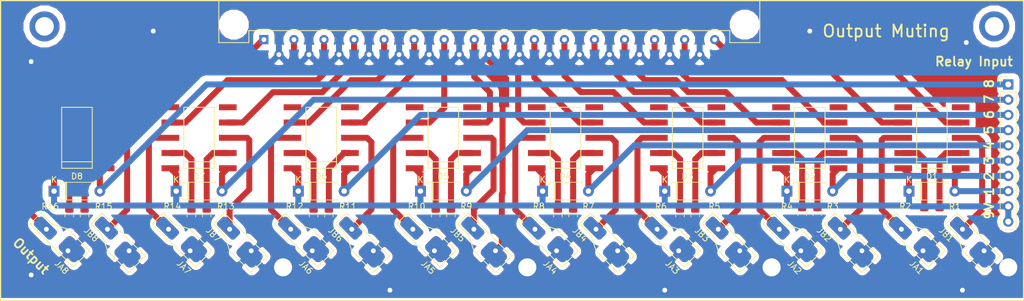
<source format=kicad_pcb>
(kicad_pcb (version 20171130) (host pcbnew 5.0.2-bee76a0~70~ubuntu16.04.1)

  (general
    (thickness 1.6)
    (drawings 8)
    (tracks 401)
    (zones 0)
    (modules 50)
    (nets 59)
  )

  (page A4)
  (layers
    (0 F.Cu signal)
    (31 B.Cu signal)
    (32 B.Adhes user)
    (33 F.Adhes user)
    (34 B.Paste user)
    (35 F.Paste user)
    (36 B.SilkS user)
    (37 F.SilkS user)
    (38 B.Mask user)
    (39 F.Mask user)
    (40 Dwgs.User user)
    (41 Cmts.User user)
    (42 Eco1.User user)
    (43 Eco2.User user)
    (44 Edge.Cuts user)
    (45 Margin user)
    (46 B.CrtYd user)
    (47 F.CrtYd user)
    (48 B.Fab user)
    (49 F.Fab user hide)
  )

  (setup
    (last_trace_width 1)
    (trace_clearance 0.5)
    (zone_clearance 1)
    (zone_45_only no)
    (trace_min 0.2)
    (segment_width 0.2)
    (edge_width 0.15)
    (via_size 0.8)
    (via_drill 0.4)
    (via_min_size 0.4)
    (via_min_drill 0.3)
    (uvia_size 0.3)
    (uvia_drill 0.1)
    (uvias_allowed no)
    (uvia_min_size 0.2)
    (uvia_min_drill 0.1)
    (pcb_text_width 0.3)
    (pcb_text_size 1.5 1.5)
    (mod_edge_width 0.15)
    (mod_text_size 1 1)
    (mod_text_width 0.15)
    (pad_size 1.524 1.524)
    (pad_drill 0.762)
    (pad_to_mask_clearance 0.051)
    (solder_mask_min_width 0.25)
    (aux_axis_origin 0 0)
    (visible_elements FFFFFF7F)
    (pcbplotparams
      (layerselection 0x010fc_ffffffff)
      (usegerberextensions false)
      (usegerberattributes false)
      (usegerberadvancedattributes false)
      (creategerberjobfile false)
      (excludeedgelayer true)
      (linewidth 0.100000)
      (plotframeref false)
      (viasonmask false)
      (mode 1)
      (useauxorigin false)
      (hpglpennumber 1)
      (hpglpenspeed 20)
      (hpglpendiameter 15.000000)
      (psnegative false)
      (psa4output false)
      (plotreference true)
      (plotvalue true)
      (plotinvisibletext false)
      (padsonsilk false)
      (subtractmaskfromsilk false)
      (outputformat 1)
      (mirror false)
      (drillshape 1)
      (scaleselection 1)
      (outputdirectory ""))
  )

  (net 0 "")
  (net 1 /relay/Relais1)
  (net 2 +9V)
  (net 3 /relay/Relais5)
  (net 4 /relay/Relais2)
  (net 5 /relay/Relais6)
  (net 6 /relay/Relais3)
  (net 7 /relay/Relais7)
  (net 8 /relay/Relais4)
  (net 9 /relay/Relais8)
  (net 10 GNDA)
  (net 11 /relay/R1A_NO)
  (net 12 /relay/R2B_NO)
  (net 13 /relay/R2A_NO)
  (net 14 /relay/R3B_NO)
  (net 15 /relay/R3A_NO)
  (net 16 /relay/R4B_NO)
  (net 17 /relay/R4A_NO)
  (net 18 /relay/R5B_NO)
  (net 19 /relay/R5A_NO)
  (net 20 /relay/R6B_NO)
  (net 21 /relay/R6A_NO)
  (net 22 /relay/R7B_NO)
  (net 23 /relay/R7A_NO)
  (net 24 /relay/R8B_NO)
  (net 25 /relay/R8A_NO)
  (net 26 "/output pads/1L")
  (net 27 "/output pads/2L")
  (net 28 "/output pads/3L")
  (net 29 "/output pads/4L")
  (net 30 "/output pads/5L")
  (net 31 "/output pads/6L")
  (net 32 "/output pads/7L")
  (net 33 "/output pads/8L")
  (net 34 "/output pads/1R")
  (net 35 "/output pads/2R")
  (net 36 "/output pads/3R")
  (net 37 "/output pads/4R")
  (net 38 "/output pads/5R")
  (net 39 "/output pads/6R")
  (net 40 "/output pads/7R")
  (net 41 "/output pads/8R")
  (net 42 /relay/R1B_NO)
  (net 43 /relay/R1B_NC)
  (net 44 /relay/R1A_NC)
  (net 45 /relay/R2B_NC)
  (net 46 /relay/R2A_NC)
  (net 47 /relay/R3B_NC)
  (net 48 /relay/R3A_NC)
  (net 49 /relay/R4B_NC)
  (net 50 /relay/R4A_NC)
  (net 51 /relay/R5B_NC)
  (net 52 /relay/R5A_NC)
  (net 53 /relay/R6B_NC)
  (net 54 /relay/R6A_NC)
  (net 55 /relay/R7B_NC)
  (net 56 /relay/R7A_NC)
  (net 57 /relay/R8B_NC)
  (net 58 /relay/R8A_NC)

  (net_class Default "This is the default net class."
    (clearance 0.5)
    (trace_width 1)
    (via_dia 0.8)
    (via_drill 0.4)
    (uvia_dia 0.3)
    (uvia_drill 0.1)
    (add_net +9V)
    (add_net "/output pads/1L")
    (add_net "/output pads/1R")
    (add_net "/output pads/2L")
    (add_net "/output pads/2R")
    (add_net "/output pads/3L")
    (add_net "/output pads/3R")
    (add_net "/output pads/4L")
    (add_net "/output pads/4R")
    (add_net "/output pads/5L")
    (add_net "/output pads/5R")
    (add_net "/output pads/6L")
    (add_net "/output pads/6R")
    (add_net "/output pads/7L")
    (add_net "/output pads/7R")
    (add_net "/output pads/8L")
    (add_net "/output pads/8R")
    (add_net /relay/R1A_NC)
    (add_net /relay/R1A_NO)
    (add_net /relay/R1B_NC)
    (add_net /relay/R1B_NO)
    (add_net /relay/R2A_NC)
    (add_net /relay/R2A_NO)
    (add_net /relay/R2B_NC)
    (add_net /relay/R2B_NO)
    (add_net /relay/R3A_NC)
    (add_net /relay/R3A_NO)
    (add_net /relay/R3B_NC)
    (add_net /relay/R3B_NO)
    (add_net /relay/R4A_NC)
    (add_net /relay/R4A_NO)
    (add_net /relay/R4B_NC)
    (add_net /relay/R4B_NO)
    (add_net /relay/R5A_NC)
    (add_net /relay/R5A_NO)
    (add_net /relay/R5B_NC)
    (add_net /relay/R5B_NO)
    (add_net /relay/R6A_NC)
    (add_net /relay/R6A_NO)
    (add_net /relay/R6B_NC)
    (add_net /relay/R6B_NO)
    (add_net /relay/R7A_NC)
    (add_net /relay/R7A_NO)
    (add_net /relay/R7B_NC)
    (add_net /relay/R7B_NO)
    (add_net /relay/R8A_NC)
    (add_net /relay/R8A_NO)
    (add_net /relay/R8B_NC)
    (add_net /relay/R8B_NO)
    (add_net /relay/Relais1)
    (add_net /relay/Relais2)
    (add_net /relay/Relais3)
    (add_net /relay/Relais4)
    (add_net /relay/Relais5)
    (add_net /relay/Relais6)
    (add_net /relay/Relais7)
    (add_net /relay/Relais8)
    (add_net GNDA)
  )

  (module Diode_THT:D_A-405_P7.62mm_Horizontal (layer F.Cu) (tedit 5AE50CD5) (tstamp 5CE3D31C)
    (at 163.83 44.45)
    (descr "Diode, A-405 series, Axial, Horizontal, pin pitch=7.62mm, , length*diameter=5.2*2.7mm^2, , http://www.diodes.com/_files/packages/A-405.pdf")
    (tags "Diode A-405 series Axial Horizontal pin pitch 7.62mm  length 5.2mm diameter 2.7mm")
    (path /5CE3EA9A/5CD2E7CE)
    (fp_text reference D1 (at 3.81 -2.47) (layer F.SilkS)
      (effects (font (size 1 1) (thickness 0.15)))
    )
    (fp_text value D (at 3.81 2.47) (layer F.Fab)
      (effects (font (size 1 1) (thickness 0.15)))
    )
    (fp_text user K (at 0 -1.9) (layer F.SilkS)
      (effects (font (size 1 1) (thickness 0.15)))
    )
    (fp_text user K (at 0 -1.9) (layer F.Fab)
      (effects (font (size 1 1) (thickness 0.15)))
    )
    (fp_text user %R (at 4.2 0) (layer F.Fab)
      (effects (font (size 1 1) (thickness 0.15)))
    )
    (fp_line (start 8.77 -1.6) (end -1.15 -1.6) (layer F.CrtYd) (width 0.05))
    (fp_line (start 8.77 1.6) (end 8.77 -1.6) (layer F.CrtYd) (width 0.05))
    (fp_line (start -1.15 1.6) (end 8.77 1.6) (layer F.CrtYd) (width 0.05))
    (fp_line (start -1.15 -1.6) (end -1.15 1.6) (layer F.CrtYd) (width 0.05))
    (fp_line (start 1.87 -1.47) (end 1.87 1.47) (layer F.SilkS) (width 0.12))
    (fp_line (start 2.11 -1.47) (end 2.11 1.47) (layer F.SilkS) (width 0.12))
    (fp_line (start 1.99 -1.47) (end 1.99 1.47) (layer F.SilkS) (width 0.12))
    (fp_line (start 6.53 1.47) (end 6.53 1.14) (layer F.SilkS) (width 0.12))
    (fp_line (start 1.09 1.47) (end 6.53 1.47) (layer F.SilkS) (width 0.12))
    (fp_line (start 1.09 1.14) (end 1.09 1.47) (layer F.SilkS) (width 0.12))
    (fp_line (start 6.53 -1.47) (end 6.53 -1.14) (layer F.SilkS) (width 0.12))
    (fp_line (start 1.09 -1.47) (end 6.53 -1.47) (layer F.SilkS) (width 0.12))
    (fp_line (start 1.09 -1.14) (end 1.09 -1.47) (layer F.SilkS) (width 0.12))
    (fp_line (start 1.89 -1.35) (end 1.89 1.35) (layer F.Fab) (width 0.1))
    (fp_line (start 2.09 -1.35) (end 2.09 1.35) (layer F.Fab) (width 0.1))
    (fp_line (start 1.99 -1.35) (end 1.99 1.35) (layer F.Fab) (width 0.1))
    (fp_line (start 7.62 0) (end 6.41 0) (layer F.Fab) (width 0.1))
    (fp_line (start 0 0) (end 1.21 0) (layer F.Fab) (width 0.1))
    (fp_line (start 6.41 -1.35) (end 1.21 -1.35) (layer F.Fab) (width 0.1))
    (fp_line (start 6.41 1.35) (end 6.41 -1.35) (layer F.Fab) (width 0.1))
    (fp_line (start 1.21 1.35) (end 6.41 1.35) (layer F.Fab) (width 0.1))
    (fp_line (start 1.21 -1.35) (end 1.21 1.35) (layer F.Fab) (width 0.1))
    (pad 2 thru_hole oval (at 7.62 0) (size 1.8 1.8) (drill 0.9) (layers *.Cu *.Mask)
      (net 1 /relay/Relais1))
    (pad 1 thru_hole rect (at 0 0) (size 1.8 1.8) (drill 0.9) (layers *.Cu *.Mask)
      (net 2 +9V))
    (model ${KISYS3DMOD}/Diode_THT.3dshapes/D_A-405_P7.62mm_Horizontal.wrl
      (at (xyz 0 0 0))
      (scale (xyz 1 1 1))
      (rotate (xyz 0 0 0))
    )
  )

  (module Diode_THT:D_A-405_P7.62mm_Horizontal (layer F.Cu) (tedit 5AE50CD5) (tstamp 5CE3D33B)
    (at 143.51 44.45)
    (descr "Diode, A-405 series, Axial, Horizontal, pin pitch=7.62mm, , length*diameter=5.2*2.7mm^2, , http://www.diodes.com/_files/packages/A-405.pdf")
    (tags "Diode A-405 series Axial Horizontal pin pitch 7.62mm  length 5.2mm diameter 2.7mm")
    (path /5CE3EA9A/5CD3037D)
    (fp_text reference D2 (at 3.81 -2.47) (layer F.SilkS)
      (effects (font (size 1 1) (thickness 0.15)))
    )
    (fp_text value D (at 3.81 2.47) (layer F.Fab)
      (effects (font (size 1 1) (thickness 0.15)))
    )
    (fp_line (start 1.21 -1.35) (end 1.21 1.35) (layer F.Fab) (width 0.1))
    (fp_line (start 1.21 1.35) (end 6.41 1.35) (layer F.Fab) (width 0.1))
    (fp_line (start 6.41 1.35) (end 6.41 -1.35) (layer F.Fab) (width 0.1))
    (fp_line (start 6.41 -1.35) (end 1.21 -1.35) (layer F.Fab) (width 0.1))
    (fp_line (start 0 0) (end 1.21 0) (layer F.Fab) (width 0.1))
    (fp_line (start 7.62 0) (end 6.41 0) (layer F.Fab) (width 0.1))
    (fp_line (start 1.99 -1.35) (end 1.99 1.35) (layer F.Fab) (width 0.1))
    (fp_line (start 2.09 -1.35) (end 2.09 1.35) (layer F.Fab) (width 0.1))
    (fp_line (start 1.89 -1.35) (end 1.89 1.35) (layer F.Fab) (width 0.1))
    (fp_line (start 1.09 -1.14) (end 1.09 -1.47) (layer F.SilkS) (width 0.12))
    (fp_line (start 1.09 -1.47) (end 6.53 -1.47) (layer F.SilkS) (width 0.12))
    (fp_line (start 6.53 -1.47) (end 6.53 -1.14) (layer F.SilkS) (width 0.12))
    (fp_line (start 1.09 1.14) (end 1.09 1.47) (layer F.SilkS) (width 0.12))
    (fp_line (start 1.09 1.47) (end 6.53 1.47) (layer F.SilkS) (width 0.12))
    (fp_line (start 6.53 1.47) (end 6.53 1.14) (layer F.SilkS) (width 0.12))
    (fp_line (start 1.99 -1.47) (end 1.99 1.47) (layer F.SilkS) (width 0.12))
    (fp_line (start 2.11 -1.47) (end 2.11 1.47) (layer F.SilkS) (width 0.12))
    (fp_line (start 1.87 -1.47) (end 1.87 1.47) (layer F.SilkS) (width 0.12))
    (fp_line (start -1.15 -1.6) (end -1.15 1.6) (layer F.CrtYd) (width 0.05))
    (fp_line (start -1.15 1.6) (end 8.77 1.6) (layer F.CrtYd) (width 0.05))
    (fp_line (start 8.77 1.6) (end 8.77 -1.6) (layer F.CrtYd) (width 0.05))
    (fp_line (start 8.77 -1.6) (end -1.15 -1.6) (layer F.CrtYd) (width 0.05))
    (fp_text user %R (at 4.2 0) (layer F.Fab)
      (effects (font (size 1 1) (thickness 0.15)))
    )
    (fp_text user K (at 0 -1.9) (layer F.Fab)
      (effects (font (size 1 1) (thickness 0.15)))
    )
    (fp_text user K (at 0 -1.9) (layer F.SilkS)
      (effects (font (size 1 1) (thickness 0.15)))
    )
    (pad 1 thru_hole rect (at 0 0) (size 1.8 1.8) (drill 0.9) (layers *.Cu *.Mask)
      (net 2 +9V))
    (pad 2 thru_hole oval (at 7.62 0) (size 1.8 1.8) (drill 0.9) (layers *.Cu *.Mask)
      (net 4 /relay/Relais2))
    (model ${KISYS3DMOD}/Diode_THT.3dshapes/D_A-405_P7.62mm_Horizontal.wrl
      (at (xyz 0 0 0))
      (scale (xyz 1 1 1))
      (rotate (xyz 0 0 0))
    )
  )

  (module Diode_THT:D_A-405_P7.62mm_Horizontal (layer F.Cu) (tedit 5AE50CD5) (tstamp 5CE3D35A)
    (at 123.19 44.45)
    (descr "Diode, A-405 series, Axial, Horizontal, pin pitch=7.62mm, , length*diameter=5.2*2.7mm^2, , http://www.diodes.com/_files/packages/A-405.pdf")
    (tags "Diode A-405 series Axial Horizontal pin pitch 7.62mm  length 5.2mm diameter 2.7mm")
    (path /5CE3EA9A/5CD316ED)
    (fp_text reference D3 (at 3.81 -2.47) (layer F.SilkS)
      (effects (font (size 1 1) (thickness 0.15)))
    )
    (fp_text value D (at 3.81 2.47) (layer F.Fab)
      (effects (font (size 1 1) (thickness 0.15)))
    )
    (fp_text user K (at 0 -1.9) (layer F.SilkS)
      (effects (font (size 1 1) (thickness 0.15)))
    )
    (fp_text user K (at 0 -1.9) (layer F.Fab)
      (effects (font (size 1 1) (thickness 0.15)))
    )
    (fp_text user %R (at 4.2 0) (layer F.Fab)
      (effects (font (size 1 1) (thickness 0.15)))
    )
    (fp_line (start 8.77 -1.6) (end -1.15 -1.6) (layer F.CrtYd) (width 0.05))
    (fp_line (start 8.77 1.6) (end 8.77 -1.6) (layer F.CrtYd) (width 0.05))
    (fp_line (start -1.15 1.6) (end 8.77 1.6) (layer F.CrtYd) (width 0.05))
    (fp_line (start -1.15 -1.6) (end -1.15 1.6) (layer F.CrtYd) (width 0.05))
    (fp_line (start 1.87 -1.47) (end 1.87 1.47) (layer F.SilkS) (width 0.12))
    (fp_line (start 2.11 -1.47) (end 2.11 1.47) (layer F.SilkS) (width 0.12))
    (fp_line (start 1.99 -1.47) (end 1.99 1.47) (layer F.SilkS) (width 0.12))
    (fp_line (start 6.53 1.47) (end 6.53 1.14) (layer F.SilkS) (width 0.12))
    (fp_line (start 1.09 1.47) (end 6.53 1.47) (layer F.SilkS) (width 0.12))
    (fp_line (start 1.09 1.14) (end 1.09 1.47) (layer F.SilkS) (width 0.12))
    (fp_line (start 6.53 -1.47) (end 6.53 -1.14) (layer F.SilkS) (width 0.12))
    (fp_line (start 1.09 -1.47) (end 6.53 -1.47) (layer F.SilkS) (width 0.12))
    (fp_line (start 1.09 -1.14) (end 1.09 -1.47) (layer F.SilkS) (width 0.12))
    (fp_line (start 1.89 -1.35) (end 1.89 1.35) (layer F.Fab) (width 0.1))
    (fp_line (start 2.09 -1.35) (end 2.09 1.35) (layer F.Fab) (width 0.1))
    (fp_line (start 1.99 -1.35) (end 1.99 1.35) (layer F.Fab) (width 0.1))
    (fp_line (start 7.62 0) (end 6.41 0) (layer F.Fab) (width 0.1))
    (fp_line (start 0 0) (end 1.21 0) (layer F.Fab) (width 0.1))
    (fp_line (start 6.41 -1.35) (end 1.21 -1.35) (layer F.Fab) (width 0.1))
    (fp_line (start 6.41 1.35) (end 6.41 -1.35) (layer F.Fab) (width 0.1))
    (fp_line (start 1.21 1.35) (end 6.41 1.35) (layer F.Fab) (width 0.1))
    (fp_line (start 1.21 -1.35) (end 1.21 1.35) (layer F.Fab) (width 0.1))
    (pad 2 thru_hole oval (at 7.62 0) (size 1.8 1.8) (drill 0.9) (layers *.Cu *.Mask)
      (net 6 /relay/Relais3))
    (pad 1 thru_hole rect (at 0 0) (size 1.8 1.8) (drill 0.9) (layers *.Cu *.Mask)
      (net 2 +9V))
    (model ${KISYS3DMOD}/Diode_THT.3dshapes/D_A-405_P7.62mm_Horizontal.wrl
      (at (xyz 0 0 0))
      (scale (xyz 1 1 1))
      (rotate (xyz 0 0 0))
    )
  )

  (module Diode_THT:D_A-405_P7.62mm_Horizontal (layer F.Cu) (tedit 5AE50CD5) (tstamp 5CE3D379)
    (at 102.87 44.45)
    (descr "Diode, A-405 series, Axial, Horizontal, pin pitch=7.62mm, , length*diameter=5.2*2.7mm^2, , http://www.diodes.com/_files/packages/A-405.pdf")
    (tags "Diode A-405 series Axial Horizontal pin pitch 7.62mm  length 5.2mm diameter 2.7mm")
    (path /5CE3EA9A/5CD3173F)
    (fp_text reference D4 (at 3.81 -2.47) (layer F.SilkS)
      (effects (font (size 1 1) (thickness 0.15)))
    )
    (fp_text value D (at 3.81 2.47) (layer F.Fab)
      (effects (font (size 1 1) (thickness 0.15)))
    )
    (fp_line (start 1.21 -1.35) (end 1.21 1.35) (layer F.Fab) (width 0.1))
    (fp_line (start 1.21 1.35) (end 6.41 1.35) (layer F.Fab) (width 0.1))
    (fp_line (start 6.41 1.35) (end 6.41 -1.35) (layer F.Fab) (width 0.1))
    (fp_line (start 6.41 -1.35) (end 1.21 -1.35) (layer F.Fab) (width 0.1))
    (fp_line (start 0 0) (end 1.21 0) (layer F.Fab) (width 0.1))
    (fp_line (start 7.62 0) (end 6.41 0) (layer F.Fab) (width 0.1))
    (fp_line (start 1.99 -1.35) (end 1.99 1.35) (layer F.Fab) (width 0.1))
    (fp_line (start 2.09 -1.35) (end 2.09 1.35) (layer F.Fab) (width 0.1))
    (fp_line (start 1.89 -1.35) (end 1.89 1.35) (layer F.Fab) (width 0.1))
    (fp_line (start 1.09 -1.14) (end 1.09 -1.47) (layer F.SilkS) (width 0.12))
    (fp_line (start 1.09 -1.47) (end 6.53 -1.47) (layer F.SilkS) (width 0.12))
    (fp_line (start 6.53 -1.47) (end 6.53 -1.14) (layer F.SilkS) (width 0.12))
    (fp_line (start 1.09 1.14) (end 1.09 1.47) (layer F.SilkS) (width 0.12))
    (fp_line (start 1.09 1.47) (end 6.53 1.47) (layer F.SilkS) (width 0.12))
    (fp_line (start 6.53 1.47) (end 6.53 1.14) (layer F.SilkS) (width 0.12))
    (fp_line (start 1.99 -1.47) (end 1.99 1.47) (layer F.SilkS) (width 0.12))
    (fp_line (start 2.11 -1.47) (end 2.11 1.47) (layer F.SilkS) (width 0.12))
    (fp_line (start 1.87 -1.47) (end 1.87 1.47) (layer F.SilkS) (width 0.12))
    (fp_line (start -1.15 -1.6) (end -1.15 1.6) (layer F.CrtYd) (width 0.05))
    (fp_line (start -1.15 1.6) (end 8.77 1.6) (layer F.CrtYd) (width 0.05))
    (fp_line (start 8.77 1.6) (end 8.77 -1.6) (layer F.CrtYd) (width 0.05))
    (fp_line (start 8.77 -1.6) (end -1.15 -1.6) (layer F.CrtYd) (width 0.05))
    (fp_text user %R (at 4.2 0) (layer F.Fab)
      (effects (font (size 1 1) (thickness 0.15)))
    )
    (fp_text user K (at 0 -1.9) (layer F.Fab)
      (effects (font (size 1 1) (thickness 0.15)))
    )
    (fp_text user K (at 0 -1.9) (layer F.SilkS)
      (effects (font (size 1 1) (thickness 0.15)))
    )
    (pad 1 thru_hole rect (at 0 0) (size 1.8 1.8) (drill 0.9) (layers *.Cu *.Mask)
      (net 2 +9V))
    (pad 2 thru_hole oval (at 7.62 0) (size 1.8 1.8) (drill 0.9) (layers *.Cu *.Mask)
      (net 8 /relay/Relais4))
    (model ${KISYS3DMOD}/Diode_THT.3dshapes/D_A-405_P7.62mm_Horizontal.wrl
      (at (xyz 0 0 0))
      (scale (xyz 1 1 1))
      (rotate (xyz 0 0 0))
    )
  )

  (module Diode_THT:D_A-405_P7.62mm_Horizontal (layer F.Cu) (tedit 5AE50CD5) (tstamp 5CE3D398)
    (at 82.55 44.45)
    (descr "Diode, A-405 series, Axial, Horizontal, pin pitch=7.62mm, , length*diameter=5.2*2.7mm^2, , http://www.diodes.com/_files/packages/A-405.pdf")
    (tags "Diode A-405 series Axial Horizontal pin pitch 7.62mm  length 5.2mm diameter 2.7mm")
    (path /5CE3EA9A/5CD2FCE5)
    (fp_text reference D5 (at 3.81 -2.47) (layer F.SilkS)
      (effects (font (size 1 1) (thickness 0.15)))
    )
    (fp_text value D (at 3.81 2.47) (layer F.Fab)
      (effects (font (size 1 1) (thickness 0.15)))
    )
    (fp_text user K (at 0 -1.9) (layer F.SilkS)
      (effects (font (size 1 1) (thickness 0.15)))
    )
    (fp_text user K (at 0 -1.9) (layer F.Fab)
      (effects (font (size 1 1) (thickness 0.15)))
    )
    (fp_text user %R (at 4.2 0) (layer F.Fab)
      (effects (font (size 1 1) (thickness 0.15)))
    )
    (fp_line (start 8.77 -1.6) (end -1.15 -1.6) (layer F.CrtYd) (width 0.05))
    (fp_line (start 8.77 1.6) (end 8.77 -1.6) (layer F.CrtYd) (width 0.05))
    (fp_line (start -1.15 1.6) (end 8.77 1.6) (layer F.CrtYd) (width 0.05))
    (fp_line (start -1.15 -1.6) (end -1.15 1.6) (layer F.CrtYd) (width 0.05))
    (fp_line (start 1.87 -1.47) (end 1.87 1.47) (layer F.SilkS) (width 0.12))
    (fp_line (start 2.11 -1.47) (end 2.11 1.47) (layer F.SilkS) (width 0.12))
    (fp_line (start 1.99 -1.47) (end 1.99 1.47) (layer F.SilkS) (width 0.12))
    (fp_line (start 6.53 1.47) (end 6.53 1.14) (layer F.SilkS) (width 0.12))
    (fp_line (start 1.09 1.47) (end 6.53 1.47) (layer F.SilkS) (width 0.12))
    (fp_line (start 1.09 1.14) (end 1.09 1.47) (layer F.SilkS) (width 0.12))
    (fp_line (start 6.53 -1.47) (end 6.53 -1.14) (layer F.SilkS) (width 0.12))
    (fp_line (start 1.09 -1.47) (end 6.53 -1.47) (layer F.SilkS) (width 0.12))
    (fp_line (start 1.09 -1.14) (end 1.09 -1.47) (layer F.SilkS) (width 0.12))
    (fp_line (start 1.89 -1.35) (end 1.89 1.35) (layer F.Fab) (width 0.1))
    (fp_line (start 2.09 -1.35) (end 2.09 1.35) (layer F.Fab) (width 0.1))
    (fp_line (start 1.99 -1.35) (end 1.99 1.35) (layer F.Fab) (width 0.1))
    (fp_line (start 7.62 0) (end 6.41 0) (layer F.Fab) (width 0.1))
    (fp_line (start 0 0) (end 1.21 0) (layer F.Fab) (width 0.1))
    (fp_line (start 6.41 -1.35) (end 1.21 -1.35) (layer F.Fab) (width 0.1))
    (fp_line (start 6.41 1.35) (end 6.41 -1.35) (layer F.Fab) (width 0.1))
    (fp_line (start 1.21 1.35) (end 6.41 1.35) (layer F.Fab) (width 0.1))
    (fp_line (start 1.21 -1.35) (end 1.21 1.35) (layer F.Fab) (width 0.1))
    (pad 2 thru_hole oval (at 7.62 0) (size 1.8 1.8) (drill 0.9) (layers *.Cu *.Mask)
      (net 3 /relay/Relais5))
    (pad 1 thru_hole rect (at 0 0) (size 1.8 1.8) (drill 0.9) (layers *.Cu *.Mask)
      (net 2 +9V))
    (model ${KISYS3DMOD}/Diode_THT.3dshapes/D_A-405_P7.62mm_Horizontal.wrl
      (at (xyz 0 0 0))
      (scale (xyz 1 1 1))
      (rotate (xyz 0 0 0))
    )
  )

  (module Diode_THT:D_A-405_P7.62mm_Horizontal (layer F.Cu) (tedit 5AE50CD5) (tstamp 5CE3D3B7)
    (at 62.23 44.45)
    (descr "Diode, A-405 series, Axial, Horizontal, pin pitch=7.62mm, , length*diameter=5.2*2.7mm^2, , http://www.diodes.com/_files/packages/A-405.pdf")
    (tags "Diode A-405 series Axial Horizontal pin pitch 7.62mm  length 5.2mm diameter 2.7mm")
    (path /5CE3EA9A/5CD303A6)
    (fp_text reference D6 (at 3.81 -2.47) (layer F.SilkS)
      (effects (font (size 1 1) (thickness 0.15)))
    )
    (fp_text value D (at 3.81 2.47) (layer F.Fab)
      (effects (font (size 1 1) (thickness 0.15)))
    )
    (fp_line (start 1.21 -1.35) (end 1.21 1.35) (layer F.Fab) (width 0.1))
    (fp_line (start 1.21 1.35) (end 6.41 1.35) (layer F.Fab) (width 0.1))
    (fp_line (start 6.41 1.35) (end 6.41 -1.35) (layer F.Fab) (width 0.1))
    (fp_line (start 6.41 -1.35) (end 1.21 -1.35) (layer F.Fab) (width 0.1))
    (fp_line (start 0 0) (end 1.21 0) (layer F.Fab) (width 0.1))
    (fp_line (start 7.62 0) (end 6.41 0) (layer F.Fab) (width 0.1))
    (fp_line (start 1.99 -1.35) (end 1.99 1.35) (layer F.Fab) (width 0.1))
    (fp_line (start 2.09 -1.35) (end 2.09 1.35) (layer F.Fab) (width 0.1))
    (fp_line (start 1.89 -1.35) (end 1.89 1.35) (layer F.Fab) (width 0.1))
    (fp_line (start 1.09 -1.14) (end 1.09 -1.47) (layer F.SilkS) (width 0.12))
    (fp_line (start 1.09 -1.47) (end 6.53 -1.47) (layer F.SilkS) (width 0.12))
    (fp_line (start 6.53 -1.47) (end 6.53 -1.14) (layer F.SilkS) (width 0.12))
    (fp_line (start 1.09 1.14) (end 1.09 1.47) (layer F.SilkS) (width 0.12))
    (fp_line (start 1.09 1.47) (end 6.53 1.47) (layer F.SilkS) (width 0.12))
    (fp_line (start 6.53 1.47) (end 6.53 1.14) (layer F.SilkS) (width 0.12))
    (fp_line (start 1.99 -1.47) (end 1.99 1.47) (layer F.SilkS) (width 0.12))
    (fp_line (start 2.11 -1.47) (end 2.11 1.47) (layer F.SilkS) (width 0.12))
    (fp_line (start 1.87 -1.47) (end 1.87 1.47) (layer F.SilkS) (width 0.12))
    (fp_line (start -1.15 -1.6) (end -1.15 1.6) (layer F.CrtYd) (width 0.05))
    (fp_line (start -1.15 1.6) (end 8.77 1.6) (layer F.CrtYd) (width 0.05))
    (fp_line (start 8.77 1.6) (end 8.77 -1.6) (layer F.CrtYd) (width 0.05))
    (fp_line (start 8.77 -1.6) (end -1.15 -1.6) (layer F.CrtYd) (width 0.05))
    (fp_text user %R (at 4.2 0) (layer F.Fab)
      (effects (font (size 1 1) (thickness 0.15)))
    )
    (fp_text user K (at 0 -1.9) (layer F.Fab)
      (effects (font (size 1 1) (thickness 0.15)))
    )
    (fp_text user K (at 0 -1.9) (layer F.SilkS)
      (effects (font (size 1 1) (thickness 0.15)))
    )
    (pad 1 thru_hole rect (at 0 0) (size 1.8 1.8) (drill 0.9) (layers *.Cu *.Mask)
      (net 2 +9V))
    (pad 2 thru_hole oval (at 7.62 0) (size 1.8 1.8) (drill 0.9) (layers *.Cu *.Mask)
      (net 5 /relay/Relais6))
    (model ${KISYS3DMOD}/Diode_THT.3dshapes/D_A-405_P7.62mm_Horizontal.wrl
      (at (xyz 0 0 0))
      (scale (xyz 1 1 1))
      (rotate (xyz 0 0 0))
    )
  )

  (module Diode_THT:D_A-405_P7.62mm_Horizontal (layer F.Cu) (tedit 5AE50CD5) (tstamp 5CE3D3D6)
    (at 41.91 44.45)
    (descr "Diode, A-405 series, Axial, Horizontal, pin pitch=7.62mm, , length*diameter=5.2*2.7mm^2, , http://www.diodes.com/_files/packages/A-405.pdf")
    (tags "Diode A-405 series Axial Horizontal pin pitch 7.62mm  length 5.2mm diameter 2.7mm")
    (path /5CE3EA9A/5CD31716)
    (fp_text reference D7 (at 3.81 -2.47) (layer F.SilkS)
      (effects (font (size 1 1) (thickness 0.15)))
    )
    (fp_text value D (at 3.81 2.47) (layer F.Fab)
      (effects (font (size 1 1) (thickness 0.15)))
    )
    (fp_text user K (at 0 -1.9) (layer F.SilkS)
      (effects (font (size 1 1) (thickness 0.15)))
    )
    (fp_text user K (at 0 -1.9) (layer F.Fab)
      (effects (font (size 1 1) (thickness 0.15)))
    )
    (fp_text user %R (at 4.2 0) (layer F.Fab)
      (effects (font (size 1 1) (thickness 0.15)))
    )
    (fp_line (start 8.77 -1.6) (end -1.15 -1.6) (layer F.CrtYd) (width 0.05))
    (fp_line (start 8.77 1.6) (end 8.77 -1.6) (layer F.CrtYd) (width 0.05))
    (fp_line (start -1.15 1.6) (end 8.77 1.6) (layer F.CrtYd) (width 0.05))
    (fp_line (start -1.15 -1.6) (end -1.15 1.6) (layer F.CrtYd) (width 0.05))
    (fp_line (start 1.87 -1.47) (end 1.87 1.47) (layer F.SilkS) (width 0.12))
    (fp_line (start 2.11 -1.47) (end 2.11 1.47) (layer F.SilkS) (width 0.12))
    (fp_line (start 1.99 -1.47) (end 1.99 1.47) (layer F.SilkS) (width 0.12))
    (fp_line (start 6.53 1.47) (end 6.53 1.14) (layer F.SilkS) (width 0.12))
    (fp_line (start 1.09 1.47) (end 6.53 1.47) (layer F.SilkS) (width 0.12))
    (fp_line (start 1.09 1.14) (end 1.09 1.47) (layer F.SilkS) (width 0.12))
    (fp_line (start 6.53 -1.47) (end 6.53 -1.14) (layer F.SilkS) (width 0.12))
    (fp_line (start 1.09 -1.47) (end 6.53 -1.47) (layer F.SilkS) (width 0.12))
    (fp_line (start 1.09 -1.14) (end 1.09 -1.47) (layer F.SilkS) (width 0.12))
    (fp_line (start 1.89 -1.35) (end 1.89 1.35) (layer F.Fab) (width 0.1))
    (fp_line (start 2.09 -1.35) (end 2.09 1.35) (layer F.Fab) (width 0.1))
    (fp_line (start 1.99 -1.35) (end 1.99 1.35) (layer F.Fab) (width 0.1))
    (fp_line (start 7.62 0) (end 6.41 0) (layer F.Fab) (width 0.1))
    (fp_line (start 0 0) (end 1.21 0) (layer F.Fab) (width 0.1))
    (fp_line (start 6.41 -1.35) (end 1.21 -1.35) (layer F.Fab) (width 0.1))
    (fp_line (start 6.41 1.35) (end 6.41 -1.35) (layer F.Fab) (width 0.1))
    (fp_line (start 1.21 1.35) (end 6.41 1.35) (layer F.Fab) (width 0.1))
    (fp_line (start 1.21 -1.35) (end 1.21 1.35) (layer F.Fab) (width 0.1))
    (pad 2 thru_hole oval (at 7.62 0) (size 1.8 1.8) (drill 0.9) (layers *.Cu *.Mask)
      (net 7 /relay/Relais7))
    (pad 1 thru_hole rect (at 0 0) (size 1.8 1.8) (drill 0.9) (layers *.Cu *.Mask)
      (net 2 +9V))
    (model ${KISYS3DMOD}/Diode_THT.3dshapes/D_A-405_P7.62mm_Horizontal.wrl
      (at (xyz 0 0 0))
      (scale (xyz 1 1 1))
      (rotate (xyz 0 0 0))
    )
  )

  (module Diode_THT:D_A-405_P7.62mm_Horizontal (layer F.Cu) (tedit 5AE50CD5) (tstamp 5CE3D3F5)
    (at 21.59 44.45)
    (descr "Diode, A-405 series, Axial, Horizontal, pin pitch=7.62mm, , length*diameter=5.2*2.7mm^2, , http://www.diodes.com/_files/packages/A-405.pdf")
    (tags "Diode A-405 series Axial Horizontal pin pitch 7.62mm  length 5.2mm diameter 2.7mm")
    (path /5CE3EA9A/5CD31768)
    (fp_text reference D8 (at 3.81 -2.47) (layer F.SilkS)
      (effects (font (size 1 1) (thickness 0.15)))
    )
    (fp_text value D (at 3.81 2.47) (layer F.Fab)
      (effects (font (size 1 1) (thickness 0.15)))
    )
    (fp_line (start 1.21 -1.35) (end 1.21 1.35) (layer F.Fab) (width 0.1))
    (fp_line (start 1.21 1.35) (end 6.41 1.35) (layer F.Fab) (width 0.1))
    (fp_line (start 6.41 1.35) (end 6.41 -1.35) (layer F.Fab) (width 0.1))
    (fp_line (start 6.41 -1.35) (end 1.21 -1.35) (layer F.Fab) (width 0.1))
    (fp_line (start 0 0) (end 1.21 0) (layer F.Fab) (width 0.1))
    (fp_line (start 7.62 0) (end 6.41 0) (layer F.Fab) (width 0.1))
    (fp_line (start 1.99 -1.35) (end 1.99 1.35) (layer F.Fab) (width 0.1))
    (fp_line (start 2.09 -1.35) (end 2.09 1.35) (layer F.Fab) (width 0.1))
    (fp_line (start 1.89 -1.35) (end 1.89 1.35) (layer F.Fab) (width 0.1))
    (fp_line (start 1.09 -1.14) (end 1.09 -1.47) (layer F.SilkS) (width 0.12))
    (fp_line (start 1.09 -1.47) (end 6.53 -1.47) (layer F.SilkS) (width 0.12))
    (fp_line (start 6.53 -1.47) (end 6.53 -1.14) (layer F.SilkS) (width 0.12))
    (fp_line (start 1.09 1.14) (end 1.09 1.47) (layer F.SilkS) (width 0.12))
    (fp_line (start 1.09 1.47) (end 6.53 1.47) (layer F.SilkS) (width 0.12))
    (fp_line (start 6.53 1.47) (end 6.53 1.14) (layer F.SilkS) (width 0.12))
    (fp_line (start 1.99 -1.47) (end 1.99 1.47) (layer F.SilkS) (width 0.12))
    (fp_line (start 2.11 -1.47) (end 2.11 1.47) (layer F.SilkS) (width 0.12))
    (fp_line (start 1.87 -1.47) (end 1.87 1.47) (layer F.SilkS) (width 0.12))
    (fp_line (start -1.15 -1.6) (end -1.15 1.6) (layer F.CrtYd) (width 0.05))
    (fp_line (start -1.15 1.6) (end 8.77 1.6) (layer F.CrtYd) (width 0.05))
    (fp_line (start 8.77 1.6) (end 8.77 -1.6) (layer F.CrtYd) (width 0.05))
    (fp_line (start 8.77 -1.6) (end -1.15 -1.6) (layer F.CrtYd) (width 0.05))
    (fp_text user %R (at 4.2 0) (layer F.Fab)
      (effects (font (size 1 1) (thickness 0.15)))
    )
    (fp_text user K (at 0 -1.9) (layer F.Fab)
      (effects (font (size 1 1) (thickness 0.15)))
    )
    (fp_text user K (at 0 -1.9) (layer F.SilkS)
      (effects (font (size 1 1) (thickness 0.15)))
    )
    (pad 1 thru_hole rect (at 0 0) (size 1.8 1.8) (drill 0.9) (layers *.Cu *.Mask)
      (net 2 +9V))
    (pad 2 thru_hole oval (at 7.62 0) (size 1.8 1.8) (drill 0.9) (layers *.Cu *.Mask)
      (net 9 /relay/Relais8))
    (model ${KISYS3DMOD}/Diode_THT.3dshapes/D_A-405_P7.62mm_Horizontal.wrl
      (at (xyz 0 0 0))
      (scale (xyz 1 1 1))
      (rotate (xyz 0 0 0))
    )
  )

  (module footprints:Schroff_69001-908_Male (layer F.Cu) (tedit 5CE3E1B3) (tstamp 5CE44983)
    (at 94 21.7)
    (path /5CE3C8CF)
    (fp_text reference J2 (at 0 -11) (layer F.SilkS) hide
      (effects (font (size 1 1) (thickness 0.15)))
    )
    (fp_text value Conn_02x16_Odd_Even (at 1 -7) (layer F.Fab)
      (effects (font (size 1 1) (thickness 0.15)))
    )
    (fp_line (start -45 -9) (end 45 -9) (layer F.SilkS) (width 0.15))
    (fp_line (start -45 -2) (end -45 -9) (layer F.SilkS) (width 0.15))
    (fp_line (start -40 -2) (end -45 -2) (layer F.SilkS) (width 0.15))
    (fp_line (start -40 -4) (end -40 -2) (layer F.SilkS) (width 0.15))
    (fp_line (start 40 -4) (end -40 -4) (layer F.SilkS) (width 0.15))
    (fp_line (start 40 -2) (end 40 -4) (layer F.SilkS) (width 0.15))
    (fp_line (start 45 -2) (end 40 -2) (layer F.SilkS) (width 0.15))
    (fp_line (start 45 -9) (end 45 -2) (layer F.SilkS) (width 0.15))
    (pad "" np_thru_hole circle (at 42.5 -5) (size 3 3) (drill 3) (layers *.Cu *.Mask))
    (pad "" np_thru_hole circle (at -42.5 -5) (size 3 3) (drill 3) (layers *.Cu *.Mask))
    (pad 31 thru_hole circle (at 37.5 -2.5) (size 1.524 1.524) (drill 0.8) (layers *.Cu *.Mask)
      (net 42 /relay/R1B_NO))
    (pad 30 thru_hole circle (at 35 0) (size 1.524 1.524) (drill 0.8) (layers *.Cu *.Mask)
      (net 10 GNDA))
    (pad 29 thru_hole circle (at 32.5 -2.5) (size 1.524 1.524) (drill 0.8) (layers *.Cu *.Mask)
      (net 11 /relay/R1A_NO))
    (pad 28 thru_hole circle (at 30 0) (size 1.524 1.524) (drill 0.8) (layers *.Cu *.Mask)
      (net 10 GNDA))
    (pad 27 thru_hole circle (at 27.5 -2.5) (size 1.524 1.524) (drill 0.8) (layers *.Cu *.Mask)
      (net 12 /relay/R2B_NO))
    (pad 26 thru_hole circle (at 25 0) (size 1.524 1.524) (drill 0.8) (layers *.Cu *.Mask)
      (net 10 GNDA))
    (pad 25 thru_hole circle (at 22.5 -2.5) (size 1.524 1.524) (drill 0.8) (layers *.Cu *.Mask)
      (net 13 /relay/R2A_NO))
    (pad 24 thru_hole circle (at 20 0) (size 1.524 1.524) (drill 0.8) (layers *.Cu *.Mask)
      (net 10 GNDA))
    (pad 23 thru_hole circle (at 17.5 -2.5) (size 1.524 1.524) (drill 0.8) (layers *.Cu *.Mask)
      (net 14 /relay/R3B_NO))
    (pad 22 thru_hole circle (at 15 0) (size 1.524 1.524) (drill 0.8) (layers *.Cu *.Mask)
      (net 10 GNDA))
    (pad 21 thru_hole circle (at 12.5 -2.5) (size 1.524 1.524) (drill 0.8) (layers *.Cu *.Mask)
      (net 15 /relay/R3A_NO))
    (pad 20 thru_hole circle (at 10 0) (size 1.524 1.524) (drill 0.8) (layers *.Cu *.Mask)
      (net 10 GNDA))
    (pad 19 thru_hole circle (at 7.5 -2.5) (size 1.524 1.524) (drill 0.8) (layers *.Cu *.Mask)
      (net 16 /relay/R4B_NO))
    (pad 18 thru_hole circle (at 5 0) (size 1.524 1.524) (drill 0.8) (layers *.Cu *.Mask)
      (net 10 GNDA))
    (pad 17 thru_hole circle (at 2.5 -2.5) (size 1.524 1.524) (drill 0.8) (layers *.Cu *.Mask)
      (net 17 /relay/R4A_NO))
    (pad 16 thru_hole circle (at 0 0) (size 1.524 1.524) (drill 0.8) (layers *.Cu *.Mask)
      (net 10 GNDA))
    (pad 15 thru_hole circle (at -2.5 -2.5) (size 1.524 1.524) (drill 0.8) (layers *.Cu *.Mask)
      (net 18 /relay/R5B_NO))
    (pad 14 thru_hole circle (at -5 0) (size 1.524 1.524) (drill 0.8) (layers *.Cu *.Mask)
      (net 10 GNDA))
    (pad 13 thru_hole circle (at -7.5 -2.5) (size 1.524 1.524) (drill 0.8) (layers *.Cu *.Mask)
      (net 19 /relay/R5A_NO))
    (pad 12 thru_hole circle (at -10 0) (size 1.524 1.524) (drill 0.8) (layers *.Cu *.Mask)
      (net 10 GNDA))
    (pad 11 thru_hole circle (at -12.5 -2.5) (size 1.524 1.524) (drill 0.8) (layers *.Cu *.Mask)
      (net 20 /relay/R6B_NO))
    (pad 10 thru_hole circle (at -15 0) (size 1.524 1.524) (drill 0.8) (layers *.Cu *.Mask)
      (net 10 GNDA))
    (pad 9 thru_hole circle (at -17.5 -2.5) (size 1.524 1.524) (drill 0.8) (layers *.Cu *.Mask)
      (net 21 /relay/R6A_NO))
    (pad 8 thru_hole circle (at -20 0) (size 1.524 1.524) (drill 0.8) (layers *.Cu *.Mask)
      (net 10 GNDA))
    (pad 7 thru_hole circle (at -22.5 -2.5) (size 1.524 1.524) (drill 0.8) (layers *.Cu *.Mask)
      (net 22 /relay/R7B_NO))
    (pad 6 thru_hole circle (at -25 0) (size 1.524 1.524) (drill 0.8) (layers *.Cu *.Mask)
      (net 10 GNDA))
    (pad 5 thru_hole circle (at -27.5 -2.5) (size 1.524 1.524) (drill 0.8) (layers *.Cu *.Mask)
      (net 23 /relay/R7A_NO))
    (pad 4 thru_hole circle (at -30 0) (size 1.524 1.524) (drill 0.8) (layers *.Cu *.Mask)
      (net 10 GNDA))
    (pad 3 thru_hole circle (at -32.5 -2.5) (size 1.524 1.524) (drill 0.8) (layers *.Cu *.Mask)
      (net 24 /relay/R8B_NO))
    (pad 2 thru_hole circle (at -35 0) (size 1.524 1.524) (drill 0.8) (layers *.Cu *.Mask)
      (net 10 GNDA))
    (pad 1 thru_hole rect (at -37.5 -2.5) (size 1.524 1.524) (drill 0.8) (layers *.Cu *.Mask)
      (net 25 /relay/R8A_NO))
  )

  (module footprints:NEC-EB2-12NU (layer F.Cu) (tedit 5CE3DE32) (tstamp 5CE3F0EA)
    (at 167.64 35.56 90)
    (path /5CE3EA9A/5CD2D6AA)
    (fp_text reference U1 (at 10.16 0 90) (layer F.SilkS) hide
      (effects (font (size 1 1) (thickness 0.15)))
    )
    (fp_text value NEC-EB2-12NU (at 0 0 90) (layer F.Fab)
      (effects (font (size 1 1) (thickness 0.15)))
    )
    (fp_line (start -7.15 -4.65) (end 7.15 -4.65) (layer F.Fab) (width 0.15))
    (fp_line (start 7.15 -4.65) (end 7.15 4.65) (layer F.Fab) (width 0.15))
    (fp_line (start 7.15 4.65) (end -7.15 4.65) (layer F.Fab) (width 0.15))
    (fp_line (start -7.15 4.65) (end -7.15 -4.65) (layer F.Fab) (width 0.15))
    (fp_line (start -6 -4.65) (end -6 4.65) (layer F.Fab) (width 0.15))
    (fp_line (start -5.08 -2.54) (end 5.08 -2.54) (layer F.SilkS) (width 0.15))
    (fp_line (start 5.08 -2.54) (end 5.08 2.54) (layer F.SilkS) (width 0.15))
    (fp_line (start 5.08 2.54) (end -5.08 2.54) (layer F.SilkS) (width 0.15))
    (fp_line (start -5.08 2.54) (end -5.08 -2.54) (layer F.SilkS) (width 0.15))
    (fp_line (start -4 -2.54) (end -4 2.54) (layer F.SilkS) (width 0.15))
    (pad 1 smd rect (at -5.08 -4.78 90) (size 1 2.94) (layers F.Cu F.Paste F.Mask)
      (net 2 +9V))
    (pad 2 smd rect (at -2.54 -4.78 90) (size 1 2.94) (layers F.Cu F.Paste F.Mask)
      (net 44 /relay/R1A_NC))
    (pad 3 smd rect (at 0 -4.78 90) (size 1 2.94) (layers F.Cu F.Paste F.Mask)
      (net 34 "/output pads/1R"))
    (pad 4 smd rect (at 2.54 -4.78 90) (size 1 2.94) (layers F.Cu F.Paste F.Mask)
      (net 11 /relay/R1A_NO))
    (pad 5 smd rect (at 5.08 -4.78 90) (size 1 2.94) (layers F.Cu F.Paste F.Mask))
    (pad 6 smd rect (at 5.08 4.78 90) (size 1 2.94) (layers F.Cu F.Paste F.Mask))
    (pad 7 smd rect (at 2.54 4.78 90) (size 1 2.94) (layers F.Cu F.Paste F.Mask)
      (net 42 /relay/R1B_NO))
    (pad 8 smd rect (at 0 4.78 90) (size 1 2.94) (layers F.Cu F.Paste F.Mask)
      (net 26 "/output pads/1L"))
    (pad 9 smd rect (at -2.54 4.78 90) (size 1 2.94) (layers F.Cu F.Paste F.Mask)
      (net 43 /relay/R1B_NC))
    (pad 10 smd rect (at -5.08 4.78 90) (size 1 2.94) (layers F.Cu F.Paste F.Mask)
      (net 1 /relay/Relais1))
  )

  (module footprints:NEC-EB2-12NU (layer F.Cu) (tedit 5CE3DE24) (tstamp 5CE3D52F)
    (at 86.36 35.56 90)
    (path /5CE3EA9A/5CD2FCCA)
    (fp_text reference U2 (at 10.16 0 90) (layer F.SilkS) hide
      (effects (font (size 1 1) (thickness 0.15)))
    )
    (fp_text value NEC-EB2-12NU (at 0 0 90) (layer F.Fab)
      (effects (font (size 1 1) (thickness 0.15)))
    )
    (fp_line (start -4 -2.54) (end -4 2.54) (layer F.SilkS) (width 0.15))
    (fp_line (start -5.08 2.54) (end -5.08 -2.54) (layer F.SilkS) (width 0.15))
    (fp_line (start 5.08 2.54) (end -5.08 2.54) (layer F.SilkS) (width 0.15))
    (fp_line (start 5.08 -2.54) (end 5.08 2.54) (layer F.SilkS) (width 0.15))
    (fp_line (start -5.08 -2.54) (end 5.08 -2.54) (layer F.SilkS) (width 0.15))
    (fp_line (start -6 -4.65) (end -6 4.65) (layer F.Fab) (width 0.15))
    (fp_line (start -7.15 4.65) (end -7.15 -4.65) (layer F.Fab) (width 0.15))
    (fp_line (start 7.15 4.65) (end -7.15 4.65) (layer F.Fab) (width 0.15))
    (fp_line (start 7.15 -4.65) (end 7.15 4.65) (layer F.Fab) (width 0.15))
    (fp_line (start -7.15 -4.65) (end 7.15 -4.65) (layer F.Fab) (width 0.15))
    (pad 10 smd rect (at -5.08 4.78 90) (size 1 2.94) (layers F.Cu F.Paste F.Mask)
      (net 3 /relay/Relais5))
    (pad 9 smd rect (at -2.54 4.78 90) (size 1 2.94) (layers F.Cu F.Paste F.Mask)
      (net 51 /relay/R5B_NC))
    (pad 8 smd rect (at 0 4.78 90) (size 1 2.94) (layers F.Cu F.Paste F.Mask)
      (net 30 "/output pads/5L"))
    (pad 7 smd rect (at 2.54 4.78 90) (size 1 2.94) (layers F.Cu F.Paste F.Mask)
      (net 18 /relay/R5B_NO))
    (pad 6 smd rect (at 5.08 4.78 90) (size 1 2.94) (layers F.Cu F.Paste F.Mask))
    (pad 5 smd rect (at 5.08 -4.78 90) (size 1 2.94) (layers F.Cu F.Paste F.Mask))
    (pad 4 smd rect (at 2.54 -4.78 90) (size 1 2.94) (layers F.Cu F.Paste F.Mask)
      (net 19 /relay/R5A_NO))
    (pad 3 smd rect (at 0 -4.78 90) (size 1 2.94) (layers F.Cu F.Paste F.Mask)
      (net 38 "/output pads/5R"))
    (pad 2 smd rect (at -2.54 -4.78 90) (size 1 2.94) (layers F.Cu F.Paste F.Mask)
      (net 52 /relay/R5A_NC))
    (pad 1 smd rect (at -5.08 -4.78 90) (size 1 2.94) (layers F.Cu F.Paste F.Mask)
      (net 2 +9V))
  )

  (module footprints:NEC-EB2-12NU (layer F.Cu) (tedit 5CE3DE2E) (tstamp 5CE3D547)
    (at 147.32 35.56 90)
    (path /5CE3EA9A/5CD30362)
    (fp_text reference U3 (at 10.16 0 90) (layer F.SilkS) hide
      (effects (font (size 1 1) (thickness 0.15)))
    )
    (fp_text value NEC-EB2-12NU (at 0 0 90) (layer F.Fab)
      (effects (font (size 1 1) (thickness 0.15)))
    )
    (fp_line (start -7.15 -4.65) (end 7.15 -4.65) (layer F.Fab) (width 0.15))
    (fp_line (start 7.15 -4.65) (end 7.15 4.65) (layer F.Fab) (width 0.15))
    (fp_line (start 7.15 4.65) (end -7.15 4.65) (layer F.Fab) (width 0.15))
    (fp_line (start -7.15 4.65) (end -7.15 -4.65) (layer F.Fab) (width 0.15))
    (fp_line (start -6 -4.65) (end -6 4.65) (layer F.Fab) (width 0.15))
    (fp_line (start -5.08 -2.54) (end 5.08 -2.54) (layer F.SilkS) (width 0.15))
    (fp_line (start 5.08 -2.54) (end 5.08 2.54) (layer F.SilkS) (width 0.15))
    (fp_line (start 5.08 2.54) (end -5.08 2.54) (layer F.SilkS) (width 0.15))
    (fp_line (start -5.08 2.54) (end -5.08 -2.54) (layer F.SilkS) (width 0.15))
    (fp_line (start -4 -2.54) (end -4 2.54) (layer F.SilkS) (width 0.15))
    (pad 1 smd rect (at -5.08 -4.78 90) (size 1 2.94) (layers F.Cu F.Paste F.Mask)
      (net 2 +9V))
    (pad 2 smd rect (at -2.54 -4.78 90) (size 1 2.94) (layers F.Cu F.Paste F.Mask)
      (net 46 /relay/R2A_NC))
    (pad 3 smd rect (at 0 -4.78 90) (size 1 2.94) (layers F.Cu F.Paste F.Mask)
      (net 35 "/output pads/2R"))
    (pad 4 smd rect (at 2.54 -4.78 90) (size 1 2.94) (layers F.Cu F.Paste F.Mask)
      (net 13 /relay/R2A_NO))
    (pad 5 smd rect (at 5.08 -4.78 90) (size 1 2.94) (layers F.Cu F.Paste F.Mask))
    (pad 6 smd rect (at 5.08 4.78 90) (size 1 2.94) (layers F.Cu F.Paste F.Mask))
    (pad 7 smd rect (at 2.54 4.78 90) (size 1 2.94) (layers F.Cu F.Paste F.Mask)
      (net 12 /relay/R2B_NO))
    (pad 8 smd rect (at 0 4.78 90) (size 1 2.94) (layers F.Cu F.Paste F.Mask)
      (net 27 "/output pads/2L"))
    (pad 9 smd rect (at -2.54 4.78 90) (size 1 2.94) (layers F.Cu F.Paste F.Mask)
      (net 45 /relay/R2B_NC))
    (pad 10 smd rect (at -5.08 4.78 90) (size 1 2.94) (layers F.Cu F.Paste F.Mask)
      (net 4 /relay/Relais2))
  )

  (module footprints:NEC-EB2-12NU (layer F.Cu) (tedit 5CE3DE22) (tstamp 5CE3D55F)
    (at 66.04 35.56 90)
    (path /5CE3EA9A/5CD3038B)
    (fp_text reference U4 (at 10.16 0 90) (layer F.SilkS) hide
      (effects (font (size 1 1) (thickness 0.15)))
    )
    (fp_text value NEC-EB2-12NU (at 0 0 90) (layer F.Fab)
      (effects (font (size 1 1) (thickness 0.15)))
    )
    (fp_line (start -4 -2.54) (end -4 2.54) (layer F.SilkS) (width 0.15))
    (fp_line (start -5.08 2.54) (end -5.08 -2.54) (layer F.SilkS) (width 0.15))
    (fp_line (start 5.08 2.54) (end -5.08 2.54) (layer F.SilkS) (width 0.15))
    (fp_line (start 5.08 -2.54) (end 5.08 2.54) (layer F.SilkS) (width 0.15))
    (fp_line (start -5.08 -2.54) (end 5.08 -2.54) (layer F.SilkS) (width 0.15))
    (fp_line (start -6 -4.65) (end -6 4.65) (layer F.Fab) (width 0.15))
    (fp_line (start -7.15 4.65) (end -7.15 -4.65) (layer F.Fab) (width 0.15))
    (fp_line (start 7.15 4.65) (end -7.15 4.65) (layer F.Fab) (width 0.15))
    (fp_line (start 7.15 -4.65) (end 7.15 4.65) (layer F.Fab) (width 0.15))
    (fp_line (start -7.15 -4.65) (end 7.15 -4.65) (layer F.Fab) (width 0.15))
    (pad 10 smd rect (at -5.08 4.78 90) (size 1 2.94) (layers F.Cu F.Paste F.Mask)
      (net 5 /relay/Relais6))
    (pad 9 smd rect (at -2.54 4.78 90) (size 1 2.94) (layers F.Cu F.Paste F.Mask)
      (net 53 /relay/R6B_NC))
    (pad 8 smd rect (at 0 4.78 90) (size 1 2.94) (layers F.Cu F.Paste F.Mask)
      (net 31 "/output pads/6L"))
    (pad 7 smd rect (at 2.54 4.78 90) (size 1 2.94) (layers F.Cu F.Paste F.Mask)
      (net 20 /relay/R6B_NO))
    (pad 6 smd rect (at 5.08 4.78 90) (size 1 2.94) (layers F.Cu F.Paste F.Mask))
    (pad 5 smd rect (at 5.08 -4.78 90) (size 1 2.94) (layers F.Cu F.Paste F.Mask))
    (pad 4 smd rect (at 2.54 -4.78 90) (size 1 2.94) (layers F.Cu F.Paste F.Mask)
      (net 21 /relay/R6A_NO))
    (pad 3 smd rect (at 0 -4.78 90) (size 1 2.94) (layers F.Cu F.Paste F.Mask)
      (net 39 "/output pads/6R"))
    (pad 2 smd rect (at -2.54 -4.78 90) (size 1 2.94) (layers F.Cu F.Paste F.Mask)
      (net 54 /relay/R6A_NC))
    (pad 1 smd rect (at -5.08 -4.78 90) (size 1 2.94) (layers F.Cu F.Paste F.Mask)
      (net 2 +9V))
  )

  (module footprints:NEC-EB2-12NU (layer F.Cu) (tedit 5CE3DE2B) (tstamp 5CE3D577)
    (at 127 35.56 90)
    (path /5CE3EA9A/5CD316D2)
    (fp_text reference U5 (at 10.16 0 90) (layer F.SilkS) hide
      (effects (font (size 1 1) (thickness 0.15)))
    )
    (fp_text value NEC-EB2-12NU (at 0 0 90) (layer F.Fab)
      (effects (font (size 1 1) (thickness 0.15)))
    )
    (fp_line (start -7.15 -4.65) (end 7.15 -4.65) (layer F.Fab) (width 0.15))
    (fp_line (start 7.15 -4.65) (end 7.15 4.65) (layer F.Fab) (width 0.15))
    (fp_line (start 7.15 4.65) (end -7.15 4.65) (layer F.Fab) (width 0.15))
    (fp_line (start -7.15 4.65) (end -7.15 -4.65) (layer F.Fab) (width 0.15))
    (fp_line (start -6 -4.65) (end -6 4.65) (layer F.Fab) (width 0.15))
    (fp_line (start -5.08 -2.54) (end 5.08 -2.54) (layer F.SilkS) (width 0.15))
    (fp_line (start 5.08 -2.54) (end 5.08 2.54) (layer F.SilkS) (width 0.15))
    (fp_line (start 5.08 2.54) (end -5.08 2.54) (layer F.SilkS) (width 0.15))
    (fp_line (start -5.08 2.54) (end -5.08 -2.54) (layer F.SilkS) (width 0.15))
    (fp_line (start -4 -2.54) (end -4 2.54) (layer F.SilkS) (width 0.15))
    (pad 1 smd rect (at -5.08 -4.78 90) (size 1 2.94) (layers F.Cu F.Paste F.Mask)
      (net 2 +9V))
    (pad 2 smd rect (at -2.54 -4.78 90) (size 1 2.94) (layers F.Cu F.Paste F.Mask)
      (net 48 /relay/R3A_NC))
    (pad 3 smd rect (at 0 -4.78 90) (size 1 2.94) (layers F.Cu F.Paste F.Mask)
      (net 36 "/output pads/3R"))
    (pad 4 smd rect (at 2.54 -4.78 90) (size 1 2.94) (layers F.Cu F.Paste F.Mask)
      (net 15 /relay/R3A_NO))
    (pad 5 smd rect (at 5.08 -4.78 90) (size 1 2.94) (layers F.Cu F.Paste F.Mask))
    (pad 6 smd rect (at 5.08 4.78 90) (size 1 2.94) (layers F.Cu F.Paste F.Mask))
    (pad 7 smd rect (at 2.54 4.78 90) (size 1 2.94) (layers F.Cu F.Paste F.Mask)
      (net 14 /relay/R3B_NO))
    (pad 8 smd rect (at 0 4.78 90) (size 1 2.94) (layers F.Cu F.Paste F.Mask)
      (net 28 "/output pads/3L"))
    (pad 9 smd rect (at -2.54 4.78 90) (size 1 2.94) (layers F.Cu F.Paste F.Mask)
      (net 47 /relay/R3B_NC))
    (pad 10 smd rect (at -5.08 4.78 90) (size 1 2.94) (layers F.Cu F.Paste F.Mask)
      (net 6 /relay/Relais3))
  )

  (module footprints:NEC-EB2-12NU (layer F.Cu) (tedit 5CE3DE1E) (tstamp 5CE3D58F)
    (at 45.72 35.56 90)
    (path /5CE3EA9A/5CD316FB)
    (fp_text reference U6 (at 10.16 0 90) (layer F.SilkS) hide
      (effects (font (size 1 1) (thickness 0.15)))
    )
    (fp_text value NEC-EB2-12NU (at 0 0 90) (layer F.Fab)
      (effects (font (size 1 1) (thickness 0.15)))
    )
    (fp_line (start -7.15 -4.65) (end 7.15 -4.65) (layer F.Fab) (width 0.15))
    (fp_line (start 7.15 -4.65) (end 7.15 4.65) (layer F.Fab) (width 0.15))
    (fp_line (start 7.15 4.65) (end -7.15 4.65) (layer F.Fab) (width 0.15))
    (fp_line (start -7.15 4.65) (end -7.15 -4.65) (layer F.Fab) (width 0.15))
    (fp_line (start -6 -4.65) (end -6 4.65) (layer F.Fab) (width 0.15))
    (fp_line (start -5.08 -2.54) (end 5.08 -2.54) (layer F.SilkS) (width 0.15))
    (fp_line (start 5.08 -2.54) (end 5.08 2.54) (layer F.SilkS) (width 0.15))
    (fp_line (start 5.08 2.54) (end -5.08 2.54) (layer F.SilkS) (width 0.15))
    (fp_line (start -5.08 2.54) (end -5.08 -2.54) (layer F.SilkS) (width 0.15))
    (fp_line (start -4 -2.54) (end -4 2.54) (layer F.SilkS) (width 0.15))
    (pad 1 smd rect (at -5.08 -4.78 90) (size 1 2.94) (layers F.Cu F.Paste F.Mask)
      (net 2 +9V))
    (pad 2 smd rect (at -2.54 -4.78 90) (size 1 2.94) (layers F.Cu F.Paste F.Mask)
      (net 56 /relay/R7A_NC))
    (pad 3 smd rect (at 0 -4.78 90) (size 1 2.94) (layers F.Cu F.Paste F.Mask)
      (net 40 "/output pads/7R"))
    (pad 4 smd rect (at 2.54 -4.78 90) (size 1 2.94) (layers F.Cu F.Paste F.Mask)
      (net 23 /relay/R7A_NO))
    (pad 5 smd rect (at 5.08 -4.78 90) (size 1 2.94) (layers F.Cu F.Paste F.Mask))
    (pad 6 smd rect (at 5.08 4.78 90) (size 1 2.94) (layers F.Cu F.Paste F.Mask))
    (pad 7 smd rect (at 2.54 4.78 90) (size 1 2.94) (layers F.Cu F.Paste F.Mask)
      (net 22 /relay/R7B_NO))
    (pad 8 smd rect (at 0 4.78 90) (size 1 2.94) (layers F.Cu F.Paste F.Mask)
      (net 32 "/output pads/7L"))
    (pad 9 smd rect (at -2.54 4.78 90) (size 1 2.94) (layers F.Cu F.Paste F.Mask)
      (net 55 /relay/R7B_NC))
    (pad 10 smd rect (at -5.08 4.78 90) (size 1 2.94) (layers F.Cu F.Paste F.Mask)
      (net 7 /relay/Relais7))
  )

  (module footprints:NEC-EB2-12NU (layer F.Cu) (tedit 5CE3DE28) (tstamp 5CE3D5A7)
    (at 106.68 35.56 90)
    (path /5CE3EA9A/5CD31724)
    (fp_text reference U7 (at 10.16 0 90) (layer F.SilkS) hide
      (effects (font (size 1 1) (thickness 0.15)))
    )
    (fp_text value NEC-EB2-12NU (at 0 0 90) (layer F.Fab)
      (effects (font (size 1 1) (thickness 0.15)))
    )
    (fp_line (start -4 -2.54) (end -4 2.54) (layer F.SilkS) (width 0.15))
    (fp_line (start -5.08 2.54) (end -5.08 -2.54) (layer F.SilkS) (width 0.15))
    (fp_line (start 5.08 2.54) (end -5.08 2.54) (layer F.SilkS) (width 0.15))
    (fp_line (start 5.08 -2.54) (end 5.08 2.54) (layer F.SilkS) (width 0.15))
    (fp_line (start -5.08 -2.54) (end 5.08 -2.54) (layer F.SilkS) (width 0.15))
    (fp_line (start -6 -4.65) (end -6 4.65) (layer F.Fab) (width 0.15))
    (fp_line (start -7.15 4.65) (end -7.15 -4.65) (layer F.Fab) (width 0.15))
    (fp_line (start 7.15 4.65) (end -7.15 4.65) (layer F.Fab) (width 0.15))
    (fp_line (start 7.15 -4.65) (end 7.15 4.65) (layer F.Fab) (width 0.15))
    (fp_line (start -7.15 -4.65) (end 7.15 -4.65) (layer F.Fab) (width 0.15))
    (pad 10 smd rect (at -5.08 4.78 90) (size 1 2.94) (layers F.Cu F.Paste F.Mask)
      (net 8 /relay/Relais4))
    (pad 9 smd rect (at -2.54 4.78 90) (size 1 2.94) (layers F.Cu F.Paste F.Mask)
      (net 49 /relay/R4B_NC))
    (pad 8 smd rect (at 0 4.78 90) (size 1 2.94) (layers F.Cu F.Paste F.Mask)
      (net 29 "/output pads/4L"))
    (pad 7 smd rect (at 2.54 4.78 90) (size 1 2.94) (layers F.Cu F.Paste F.Mask)
      (net 16 /relay/R4B_NO))
    (pad 6 smd rect (at 5.08 4.78 90) (size 1 2.94) (layers F.Cu F.Paste F.Mask))
    (pad 5 smd rect (at 5.08 -4.78 90) (size 1 2.94) (layers F.Cu F.Paste F.Mask))
    (pad 4 smd rect (at 2.54 -4.78 90) (size 1 2.94) (layers F.Cu F.Paste F.Mask)
      (net 17 /relay/R4A_NO))
    (pad 3 smd rect (at 0 -4.78 90) (size 1 2.94) (layers F.Cu F.Paste F.Mask)
      (net 37 "/output pads/4R"))
    (pad 2 smd rect (at -2.54 -4.78 90) (size 1 2.94) (layers F.Cu F.Paste F.Mask)
      (net 50 /relay/R4A_NC))
    (pad 1 smd rect (at -5.08 -4.78 90) (size 1 2.94) (layers F.Cu F.Paste F.Mask)
      (net 2 +9V))
  )

  (module footprints:NEC-EB2-12NU (layer F.Cu) (tedit 5CE3DE1A) (tstamp 5CE3EF5E)
    (at 25.4 35.56 90)
    (path /5CE3EA9A/5CD3174D)
    (fp_text reference U8 (at 10.16 0 90) (layer F.SilkS) hide
      (effects (font (size 1 1) (thickness 0.15)))
    )
    (fp_text value NEC-EB2-12NU (at 0 0 90) (layer F.Fab)
      (effects (font (size 1 1) (thickness 0.15)))
    )
    (fp_line (start -4 -2.54) (end -4 2.54) (layer F.SilkS) (width 0.15))
    (fp_line (start -5.08 2.54) (end -5.08 -2.54) (layer F.SilkS) (width 0.15))
    (fp_line (start 5.08 2.54) (end -5.08 2.54) (layer F.SilkS) (width 0.15))
    (fp_line (start 5.08 -2.54) (end 5.08 2.54) (layer F.SilkS) (width 0.15))
    (fp_line (start -5.08 -2.54) (end 5.08 -2.54) (layer F.SilkS) (width 0.15))
    (fp_line (start -6 -4.65) (end -6 4.65) (layer F.Fab) (width 0.15))
    (fp_line (start -7.15 4.65) (end -7.15 -4.65) (layer F.Fab) (width 0.15))
    (fp_line (start 7.15 4.65) (end -7.15 4.65) (layer F.Fab) (width 0.15))
    (fp_line (start 7.15 -4.65) (end 7.15 4.65) (layer F.Fab) (width 0.15))
    (fp_line (start -7.15 -4.65) (end 7.15 -4.65) (layer F.Fab) (width 0.15))
    (pad 10 smd rect (at -5.08 4.78 90) (size 1 2.94) (layers F.Cu F.Paste F.Mask)
      (net 9 /relay/Relais8))
    (pad 9 smd rect (at -2.54 4.78 90) (size 1 2.94) (layers F.Cu F.Paste F.Mask)
      (net 57 /relay/R8B_NC))
    (pad 8 smd rect (at 0 4.78 90) (size 1 2.94) (layers F.Cu F.Paste F.Mask)
      (net 33 "/output pads/8L"))
    (pad 7 smd rect (at 2.54 4.78 90) (size 1 2.94) (layers F.Cu F.Paste F.Mask)
      (net 24 /relay/R8B_NO))
    (pad 6 smd rect (at 5.08 4.78 90) (size 1 2.94) (layers F.Cu F.Paste F.Mask))
    (pad 5 smd rect (at 5.08 -4.78 90) (size 1 2.94) (layers F.Cu F.Paste F.Mask))
    (pad 4 smd rect (at 2.54 -4.78 90) (size 1 2.94) (layers F.Cu F.Paste F.Mask)
      (net 25 /relay/R8A_NO))
    (pad 3 smd rect (at 0 -4.78 90) (size 1 2.94) (layers F.Cu F.Paste F.Mask)
      (net 41 "/output pads/8R"))
    (pad 2 smd rect (at -2.54 -4.78 90) (size 1 2.94) (layers F.Cu F.Paste F.Mask)
      (net 58 /relay/R8A_NC))
    (pad 1 smd rect (at -5.08 -4.78 90) (size 1 2.94) (layers F.Cu F.Paste F.Mask)
      (net 2 +9V))
  )

  (module footprints:coax_solder_pad_flipped (layer F.Cu) (tedit 5CD00DB1) (tstamp 5CE4385A)
    (at 166.152102 54.392102 135)
    (path /5CE52E53/5CE531B5)
    (fp_text reference JA1 (at -1.20618 -2.694077 135) (layer F.SilkS)
      (effects (font (size 1 1) (thickness 0.15)))
    )
    (fp_text value Conn_01x02 (at 3.57 -3.57 135) (layer F.Fab)
      (effects (font (size 1 1) (thickness 0.15)))
    )
    (fp_line (start -2.54 2.54) (end 2.54 2.54) (layer F.SilkS) (width 0.15))
    (fp_line (start 2.54 2.54) (end 5.08 1.27) (layer F.SilkS) (width 0.15))
    (fp_line (start 5.08 1.27) (end 7.62 1.27) (layer F.SilkS) (width 0.15))
    (fp_line (start 7.62 1.27) (end 7.62 -1.27) (layer F.SilkS) (width 0.15))
    (fp_line (start 7.62 -1.27) (end -2.54 -1.27) (layer F.SilkS) (width 0.15))
    (fp_line (start -2.54 -1.27) (end -2.54 2.54) (layer F.SilkS) (width 0.15))
    (pad 1 thru_hole roundrect (at 0 0 315) (size 4 3) (drill 0.8 (offset 0.254 -0.635)) (layers *.Cu *.Mask) (roundrect_rratio 0.25)
      (net 10 GNDA))
    (pad 2 thru_hole roundrect (at 5.079999 0 315) (size 4 2) (drill 0.8 (offset -0.254 0)) (layers *.Cu *.Mask) (roundrect_rratio 0.25)
      (net 34 "/output pads/1R"))
  )

  (module footprints:coax_solder_pad_flipped (layer F.Cu) (tedit 5CD00DB1) (tstamp 5CE43866)
    (at 145.832102 54.392102 135)
    (path /5CE52E53/5CE533CA)
    (fp_text reference JA2 (at -1.20618 -2.694077 135) (layer F.SilkS)
      (effects (font (size 1 1) (thickness 0.15)))
    )
    (fp_text value Conn_01x02 (at 3.57 -3.57 135) (layer F.Fab)
      (effects (font (size 1 1) (thickness 0.15)))
    )
    (fp_line (start -2.54 -1.27) (end -2.54 2.54) (layer F.SilkS) (width 0.15))
    (fp_line (start 7.62 -1.27) (end -2.54 -1.27) (layer F.SilkS) (width 0.15))
    (fp_line (start 7.62 1.27) (end 7.62 -1.27) (layer F.SilkS) (width 0.15))
    (fp_line (start 5.08 1.27) (end 7.62 1.27) (layer F.SilkS) (width 0.15))
    (fp_line (start 2.54 2.54) (end 5.08 1.27) (layer F.SilkS) (width 0.15))
    (fp_line (start -2.54 2.54) (end 2.54 2.54) (layer F.SilkS) (width 0.15))
    (pad 2 thru_hole roundrect (at 5.079999 0 315) (size 4 2) (drill 0.8 (offset -0.254 0)) (layers *.Cu *.Mask) (roundrect_rratio 0.25)
      (net 35 "/output pads/2R"))
    (pad 1 thru_hole roundrect (at 0 0 315) (size 4 3) (drill 0.8 (offset 0.254 -0.635)) (layers *.Cu *.Mask) (roundrect_rratio 0.25)
      (net 10 GNDA))
  )

  (module footprints:coax_solder_pad_flipped (layer F.Cu) (tedit 5CD00DB1) (tstamp 5CE43872)
    (at 125.512102 54.392102 135)
    (path /5CE52E53/5CE546EA)
    (fp_text reference JA3 (at -1.20618 -2.694077 135) (layer F.SilkS)
      (effects (font (size 1 1) (thickness 0.15)))
    )
    (fp_text value Conn_01x02 (at 3.57 -3.57 135) (layer F.Fab)
      (effects (font (size 1 1) (thickness 0.15)))
    )
    (fp_line (start -2.54 2.54) (end 2.54 2.54) (layer F.SilkS) (width 0.15))
    (fp_line (start 2.54 2.54) (end 5.08 1.27) (layer F.SilkS) (width 0.15))
    (fp_line (start 5.08 1.27) (end 7.62 1.27) (layer F.SilkS) (width 0.15))
    (fp_line (start 7.62 1.27) (end 7.62 -1.27) (layer F.SilkS) (width 0.15))
    (fp_line (start 7.62 -1.27) (end -2.54 -1.27) (layer F.SilkS) (width 0.15))
    (fp_line (start -2.54 -1.27) (end -2.54 2.54) (layer F.SilkS) (width 0.15))
    (pad 1 thru_hole roundrect (at 0 0 315) (size 4 3) (drill 0.8 (offset 0.254 -0.635)) (layers *.Cu *.Mask) (roundrect_rratio 0.25)
      (net 10 GNDA))
    (pad 2 thru_hole roundrect (at 5.079999 0 315) (size 4 2) (drill 0.8 (offset -0.254 0)) (layers *.Cu *.Mask) (roundrect_rratio 0.25)
      (net 36 "/output pads/3R"))
  )

  (module footprints:coax_solder_pad_flipped (layer F.Cu) (tedit 5CD00DB1) (tstamp 5CE4387E)
    (at 105.192102 54.392102 135)
    (path /5CE52E53/5CE54708)
    (fp_text reference JA4 (at -1.20618 -2.694077 135) (layer F.SilkS)
      (effects (font (size 1 1) (thickness 0.15)))
    )
    (fp_text value Conn_01x02 (at 3.57 -3.57 135) (layer F.Fab)
      (effects (font (size 1 1) (thickness 0.15)))
    )
    (fp_line (start -2.54 -1.27) (end -2.54 2.54) (layer F.SilkS) (width 0.15))
    (fp_line (start 7.62 -1.27) (end -2.54 -1.27) (layer F.SilkS) (width 0.15))
    (fp_line (start 7.62 1.27) (end 7.62 -1.27) (layer F.SilkS) (width 0.15))
    (fp_line (start 5.08 1.27) (end 7.62 1.27) (layer F.SilkS) (width 0.15))
    (fp_line (start 2.54 2.54) (end 5.08 1.27) (layer F.SilkS) (width 0.15))
    (fp_line (start -2.54 2.54) (end 2.54 2.54) (layer F.SilkS) (width 0.15))
    (pad 2 thru_hole roundrect (at 5.079999 0 315) (size 4 2) (drill 0.8 (offset -0.254 0)) (layers *.Cu *.Mask) (roundrect_rratio 0.25)
      (net 37 "/output pads/4R"))
    (pad 1 thru_hole roundrect (at 0 0 315) (size 4 3) (drill 0.8 (offset 0.254 -0.635)) (layers *.Cu *.Mask) (roundrect_rratio 0.25)
      (net 10 GNDA))
  )

  (module footprints:coax_solder_pad_flipped (layer F.Cu) (tedit 5CD00DB1) (tstamp 5CE4388A)
    (at 84.872102 54.392102 135)
    (path /5CE52E53/5CE54DBA)
    (fp_text reference JA5 (at -1.20618 -2.694077 135) (layer F.SilkS)
      (effects (font (size 1 1) (thickness 0.15)))
    )
    (fp_text value Conn_01x02 (at 3.57 -3.57 135) (layer F.Fab)
      (effects (font (size 1 1) (thickness 0.15)))
    )
    (fp_line (start -2.54 2.54) (end 2.54 2.54) (layer F.SilkS) (width 0.15))
    (fp_line (start 2.54 2.54) (end 5.08 1.27) (layer F.SilkS) (width 0.15))
    (fp_line (start 5.08 1.27) (end 7.62 1.27) (layer F.SilkS) (width 0.15))
    (fp_line (start 7.62 1.27) (end 7.62 -1.27) (layer F.SilkS) (width 0.15))
    (fp_line (start 7.62 -1.27) (end -2.54 -1.27) (layer F.SilkS) (width 0.15))
    (fp_line (start -2.54 -1.27) (end -2.54 2.54) (layer F.SilkS) (width 0.15))
    (pad 1 thru_hole roundrect (at 0 0 315) (size 4 3) (drill 0.8 (offset 0.254 -0.635)) (layers *.Cu *.Mask) (roundrect_rratio 0.25)
      (net 10 GNDA))
    (pad 2 thru_hole roundrect (at 5.079999 0 315) (size 4 2) (drill 0.8 (offset -0.254 0)) (layers *.Cu *.Mask) (roundrect_rratio 0.25)
      (net 38 "/output pads/5R"))
  )

  (module footprints:coax_solder_pad_flipped (layer F.Cu) (tedit 5CD00DB1) (tstamp 5CE43896)
    (at 64.552102 54.392102 135)
    (path /5CE52E53/5CE54DD8)
    (fp_text reference JA6 (at -1.20618 -2.694077 135) (layer F.SilkS)
      (effects (font (size 1 1) (thickness 0.15)))
    )
    (fp_text value Conn_01x02 (at 3.57 -3.57 135) (layer F.Fab)
      (effects (font (size 1 1) (thickness 0.15)))
    )
    (fp_line (start -2.54 2.54) (end 2.54 2.54) (layer F.SilkS) (width 0.15))
    (fp_line (start 2.54 2.54) (end 5.08 1.27) (layer F.SilkS) (width 0.15))
    (fp_line (start 5.08 1.27) (end 7.62 1.27) (layer F.SilkS) (width 0.15))
    (fp_line (start 7.62 1.27) (end 7.62 -1.27) (layer F.SilkS) (width 0.15))
    (fp_line (start 7.62 -1.27) (end -2.54 -1.27) (layer F.SilkS) (width 0.15))
    (fp_line (start -2.54 -1.27) (end -2.54 2.54) (layer F.SilkS) (width 0.15))
    (pad 1 thru_hole roundrect (at 0 0 315) (size 4 3) (drill 0.8 (offset 0.254 -0.635)) (layers *.Cu *.Mask) (roundrect_rratio 0.25)
      (net 10 GNDA))
    (pad 2 thru_hole roundrect (at 5.079999 0 315) (size 4 2) (drill 0.8 (offset -0.254 0)) (layers *.Cu *.Mask) (roundrect_rratio 0.25)
      (net 39 "/output pads/6R"))
  )

  (module footprints:coax_solder_pad_flipped (layer F.Cu) (tedit 5CD00DB1) (tstamp 5CE438A2)
    (at 44.232102 54.392102 135)
    (path /5CE52E53/5CE54DF6)
    (fp_text reference JA7 (at -1.20618 -2.694077 135) (layer F.SilkS)
      (effects (font (size 1 1) (thickness 0.15)))
    )
    (fp_text value Conn_01x02 (at 3.57 -3.57 135) (layer F.Fab)
      (effects (font (size 1 1) (thickness 0.15)))
    )
    (fp_line (start -2.54 -1.27) (end -2.54 2.54) (layer F.SilkS) (width 0.15))
    (fp_line (start 7.62 -1.27) (end -2.54 -1.27) (layer F.SilkS) (width 0.15))
    (fp_line (start 7.62 1.27) (end 7.62 -1.27) (layer F.SilkS) (width 0.15))
    (fp_line (start 5.08 1.27) (end 7.62 1.27) (layer F.SilkS) (width 0.15))
    (fp_line (start 2.54 2.54) (end 5.08 1.27) (layer F.SilkS) (width 0.15))
    (fp_line (start -2.54 2.54) (end 2.54 2.54) (layer F.SilkS) (width 0.15))
    (pad 2 thru_hole roundrect (at 5.079999 0 315) (size 4 2) (drill 0.8 (offset -0.254 0)) (layers *.Cu *.Mask) (roundrect_rratio 0.25)
      (net 40 "/output pads/7R"))
    (pad 1 thru_hole roundrect (at 0 0 315) (size 4 3) (drill 0.8 (offset 0.254 -0.635)) (layers *.Cu *.Mask) (roundrect_rratio 0.25)
      (net 10 GNDA))
  )

  (module footprints:coax_solder_pad_flipped (layer F.Cu) (tedit 5CD00DB1) (tstamp 5CE438AE)
    (at 23.912102 54.392102 135)
    (path /5CE52E53/5CE54E14)
    (fp_text reference JA8 (at -1.20618 -2.694077 135) (layer F.SilkS)
      (effects (font (size 1 1) (thickness 0.15)))
    )
    (fp_text value Conn_01x02 (at 3.57 -3.57 135) (layer F.Fab)
      (effects (font (size 1 1) (thickness 0.15)))
    )
    (fp_line (start -2.54 -1.27) (end -2.54 2.54) (layer F.SilkS) (width 0.15))
    (fp_line (start 7.62 -1.27) (end -2.54 -1.27) (layer F.SilkS) (width 0.15))
    (fp_line (start 7.62 1.27) (end 7.62 -1.27) (layer F.SilkS) (width 0.15))
    (fp_line (start 5.08 1.27) (end 7.62 1.27) (layer F.SilkS) (width 0.15))
    (fp_line (start 2.54 2.54) (end 5.08 1.27) (layer F.SilkS) (width 0.15))
    (fp_line (start -2.54 2.54) (end 2.54 2.54) (layer F.SilkS) (width 0.15))
    (pad 2 thru_hole roundrect (at 5.079999 0 315) (size 4 2) (drill 0.8 (offset -0.254 0)) (layers *.Cu *.Mask) (roundrect_rratio 0.25)
      (net 41 "/output pads/8R"))
    (pad 1 thru_hole roundrect (at 0 0 315) (size 4 3) (drill 0.8 (offset 0.254 -0.635)) (layers *.Cu *.Mask) (roundrect_rratio 0.25)
      (net 10 GNDA))
  )

  (module footprints:coax_solder_pad (layer F.Cu) (tedit 5CB1CA80) (tstamp 5CE43E26)
    (at 176.312102 54.392102 135)
    (path /5CE52E53/5CE52F04)
    (fp_text reference JB1 (at 6.35 -2.54 135) (layer F.SilkS)
      (effects (font (size 1 1) (thickness 0.15)))
    )
    (fp_text value Conn_01x02 (at 3.81 -3.81 135) (layer F.Fab)
      (effects (font (size 1 1) (thickness 0.15)))
    )
    (fp_line (start -2.54 1.27) (end -2.54 -2.54) (layer F.SilkS) (width 0.15))
    (fp_line (start 7.62 1.27) (end -2.54 1.27) (layer F.SilkS) (width 0.15))
    (fp_line (start 7.62 -1.27) (end 7.62 1.27) (layer F.SilkS) (width 0.15))
    (fp_line (start 5.08 -1.27) (end 7.62 -1.27) (layer F.SilkS) (width 0.15))
    (fp_line (start 2.54 -2.54) (end 5.08 -1.27) (layer F.SilkS) (width 0.15))
    (fp_line (start -2.54 -2.54) (end 2.54 -2.54) (layer F.SilkS) (width 0.15))
    (pad 2 thru_hole roundrect (at 5.079999 0 135) (size 4 2) (drill 0.8 (offset 0.254 0)) (layers *.Cu *.Mask) (roundrect_rratio 0.25)
      (net 26 "/output pads/1L"))
    (pad 1 thru_hole roundrect (at 0 0 135) (size 4 3) (drill 0.8 (offset -0.254 -0.635)) (layers *.Cu *.Mask) (roundrect_rratio 0.25)
      (net 10 GNDA))
  )

  (module footprints:coax_solder_pad (layer F.Cu) (tedit 5CB1CA80) (tstamp 5CE438C6)
    (at 155.992102 54.392102 135)
    (path /5CE52E53/5CE533BB)
    (fp_text reference JB2 (at 6.35 -2.54 135) (layer F.SilkS)
      (effects (font (size 1 1) (thickness 0.15)))
    )
    (fp_text value Conn_01x02 (at 3.81 -3.81 135) (layer F.Fab)
      (effects (font (size 1 1) (thickness 0.15)))
    )
    (fp_line (start -2.54 -2.54) (end 2.54 -2.54) (layer F.SilkS) (width 0.15))
    (fp_line (start 2.54 -2.54) (end 5.08 -1.27) (layer F.SilkS) (width 0.15))
    (fp_line (start 5.08 -1.27) (end 7.62 -1.27) (layer F.SilkS) (width 0.15))
    (fp_line (start 7.62 -1.27) (end 7.62 1.27) (layer F.SilkS) (width 0.15))
    (fp_line (start 7.62 1.27) (end -2.54 1.27) (layer F.SilkS) (width 0.15))
    (fp_line (start -2.54 1.27) (end -2.54 -2.54) (layer F.SilkS) (width 0.15))
    (pad 1 thru_hole roundrect (at 0 0 135) (size 4 3) (drill 0.8 (offset -0.254 -0.635)) (layers *.Cu *.Mask) (roundrect_rratio 0.25)
      (net 10 GNDA))
    (pad 2 thru_hole roundrect (at 5.079999 0 135) (size 4 2) (drill 0.8 (offset 0.254 0)) (layers *.Cu *.Mask) (roundrect_rratio 0.25)
      (net 27 "/output pads/2L"))
  )

  (module footprints:coax_solder_pad (layer F.Cu) (tedit 5CB1CA80) (tstamp 5CE438D2)
    (at 135.672102 54.392102 135)
    (path /5CE52E53/5CE546DB)
    (fp_text reference JB3 (at 6.35 -2.54 135) (layer F.SilkS)
      (effects (font (size 1 1) (thickness 0.15)))
    )
    (fp_text value Conn_01x02 (at 3.81 -3.81 135) (layer F.Fab)
      (effects (font (size 1 1) (thickness 0.15)))
    )
    (fp_line (start -2.54 1.27) (end -2.54 -2.54) (layer F.SilkS) (width 0.15))
    (fp_line (start 7.62 1.27) (end -2.54 1.27) (layer F.SilkS) (width 0.15))
    (fp_line (start 7.62 -1.27) (end 7.62 1.27) (layer F.SilkS) (width 0.15))
    (fp_line (start 5.08 -1.27) (end 7.62 -1.27) (layer F.SilkS) (width 0.15))
    (fp_line (start 2.54 -2.54) (end 5.08 -1.27) (layer F.SilkS) (width 0.15))
    (fp_line (start -2.54 -2.54) (end 2.54 -2.54) (layer F.SilkS) (width 0.15))
    (pad 2 thru_hole roundrect (at 5.079999 0 135) (size 4 2) (drill 0.8 (offset 0.254 0)) (layers *.Cu *.Mask) (roundrect_rratio 0.25)
      (net 28 "/output pads/3L"))
    (pad 1 thru_hole roundrect (at 0 0 135) (size 4 3) (drill 0.8 (offset -0.254 -0.635)) (layers *.Cu *.Mask) (roundrect_rratio 0.25)
      (net 10 GNDA))
  )

  (module footprints:coax_solder_pad (layer F.Cu) (tedit 5CB1CA80) (tstamp 5CE438DE)
    (at 115.352102 54.392102 135)
    (path /5CE52E53/5CE546F9)
    (fp_text reference JB4 (at 6.35 -2.54 135) (layer F.SilkS)
      (effects (font (size 1 1) (thickness 0.15)))
    )
    (fp_text value Conn_01x02 (at 3.81 -3.81 135) (layer F.Fab)
      (effects (font (size 1 1) (thickness 0.15)))
    )
    (fp_line (start -2.54 -2.54) (end 2.54 -2.54) (layer F.SilkS) (width 0.15))
    (fp_line (start 2.54 -2.54) (end 5.08 -1.27) (layer F.SilkS) (width 0.15))
    (fp_line (start 5.08 -1.27) (end 7.62 -1.27) (layer F.SilkS) (width 0.15))
    (fp_line (start 7.62 -1.27) (end 7.62 1.27) (layer F.SilkS) (width 0.15))
    (fp_line (start 7.62 1.27) (end -2.54 1.27) (layer F.SilkS) (width 0.15))
    (fp_line (start -2.54 1.27) (end -2.54 -2.54) (layer F.SilkS) (width 0.15))
    (pad 1 thru_hole roundrect (at 0 0 135) (size 4 3) (drill 0.8 (offset -0.254 -0.635)) (layers *.Cu *.Mask) (roundrect_rratio 0.25)
      (net 10 GNDA))
    (pad 2 thru_hole roundrect (at 5.079999 0 135) (size 4 2) (drill 0.8 (offset 0.254 0)) (layers *.Cu *.Mask) (roundrect_rratio 0.25)
      (net 29 "/output pads/4L"))
  )

  (module footprints:coax_solder_pad (layer F.Cu) (tedit 5CB1CA80) (tstamp 5CE438EA)
    (at 95.032102 54.392102 135)
    (path /5CE52E53/5CE54DAB)
    (fp_text reference JB5 (at 6.35 -2.54 135) (layer F.SilkS)
      (effects (font (size 1 1) (thickness 0.15)))
    )
    (fp_text value Conn_01x02 (at 3.81 -3.81 135) (layer F.Fab)
      (effects (font (size 1 1) (thickness 0.15)))
    )
    (fp_line (start -2.54 1.27) (end -2.54 -2.54) (layer F.SilkS) (width 0.15))
    (fp_line (start 7.62 1.27) (end -2.54 1.27) (layer F.SilkS) (width 0.15))
    (fp_line (start 7.62 -1.27) (end 7.62 1.27) (layer F.SilkS) (width 0.15))
    (fp_line (start 5.08 -1.27) (end 7.62 -1.27) (layer F.SilkS) (width 0.15))
    (fp_line (start 2.54 -2.54) (end 5.08 -1.27) (layer F.SilkS) (width 0.15))
    (fp_line (start -2.54 -2.54) (end 2.54 -2.54) (layer F.SilkS) (width 0.15))
    (pad 2 thru_hole roundrect (at 5.079999 0 135) (size 4 2) (drill 0.8 (offset 0.254 0)) (layers *.Cu *.Mask) (roundrect_rratio 0.25)
      (net 30 "/output pads/5L"))
    (pad 1 thru_hole roundrect (at 0 0 135) (size 4 3) (drill 0.8 (offset -0.254 -0.635)) (layers *.Cu *.Mask) (roundrect_rratio 0.25)
      (net 10 GNDA))
  )

  (module footprints:coax_solder_pad (layer F.Cu) (tedit 5CB1CA80) (tstamp 5CE438F6)
    (at 74.712102 54.392102 135)
    (path /5CE52E53/5CE54DC9)
    (fp_text reference JB6 (at 6.35 -2.54 135) (layer F.SilkS)
      (effects (font (size 1 1) (thickness 0.15)))
    )
    (fp_text value Conn_01x02 (at 3.81 -3.81 135) (layer F.Fab)
      (effects (font (size 1 1) (thickness 0.15)))
    )
    (fp_line (start -2.54 -2.54) (end 2.54 -2.54) (layer F.SilkS) (width 0.15))
    (fp_line (start 2.54 -2.54) (end 5.08 -1.27) (layer F.SilkS) (width 0.15))
    (fp_line (start 5.08 -1.27) (end 7.62 -1.27) (layer F.SilkS) (width 0.15))
    (fp_line (start 7.62 -1.27) (end 7.62 1.27) (layer F.SilkS) (width 0.15))
    (fp_line (start 7.62 1.27) (end -2.54 1.27) (layer F.SilkS) (width 0.15))
    (fp_line (start -2.54 1.27) (end -2.54 -2.54) (layer F.SilkS) (width 0.15))
    (pad 1 thru_hole roundrect (at 0 0 135) (size 4 3) (drill 0.8 (offset -0.254 -0.635)) (layers *.Cu *.Mask) (roundrect_rratio 0.25)
      (net 10 GNDA))
    (pad 2 thru_hole roundrect (at 5.079999 0 135) (size 4 2) (drill 0.8 (offset 0.254 0)) (layers *.Cu *.Mask) (roundrect_rratio 0.25)
      (net 31 "/output pads/6L"))
  )

  (module footprints:coax_solder_pad (layer F.Cu) (tedit 5CB1CA80) (tstamp 5CE43902)
    (at 54.392102 54.392102 135)
    (path /5CE52E53/5CE54DE7)
    (fp_text reference JB7 (at 6.35 -2.54 135) (layer F.SilkS)
      (effects (font (size 1 1) (thickness 0.15)))
    )
    (fp_text value Conn_01x02 (at 3.81 -3.81 135) (layer F.Fab)
      (effects (font (size 1 1) (thickness 0.15)))
    )
    (fp_line (start -2.54 1.27) (end -2.54 -2.54) (layer F.SilkS) (width 0.15))
    (fp_line (start 7.62 1.27) (end -2.54 1.27) (layer F.SilkS) (width 0.15))
    (fp_line (start 7.62 -1.27) (end 7.62 1.27) (layer F.SilkS) (width 0.15))
    (fp_line (start 5.08 -1.27) (end 7.62 -1.27) (layer F.SilkS) (width 0.15))
    (fp_line (start 2.54 -2.54) (end 5.08 -1.27) (layer F.SilkS) (width 0.15))
    (fp_line (start -2.54 -2.54) (end 2.54 -2.54) (layer F.SilkS) (width 0.15))
    (pad 2 thru_hole roundrect (at 5.079999 0 135) (size 4 2) (drill 0.8 (offset 0.254 0)) (layers *.Cu *.Mask) (roundrect_rratio 0.25)
      (net 32 "/output pads/7L"))
    (pad 1 thru_hole roundrect (at 0 0 135) (size 4 3) (drill 0.8 (offset -0.254 -0.635)) (layers *.Cu *.Mask) (roundrect_rratio 0.25)
      (net 10 GNDA))
  )

  (module footprints:coax_solder_pad (layer F.Cu) (tedit 5CB1CA80) (tstamp 5CE4390E)
    (at 34.072102 54.392102 135)
    (path /5CE52E53/5CE54E05)
    (fp_text reference JB8 (at 6.35 -2.54 135) (layer F.SilkS)
      (effects (font (size 1 1) (thickness 0.15)))
    )
    (fp_text value Conn_01x02 (at 3.81 -3.81 135) (layer F.Fab)
      (effects (font (size 1 1) (thickness 0.15)))
    )
    (fp_line (start -2.54 -2.54) (end 2.54 -2.54) (layer F.SilkS) (width 0.15))
    (fp_line (start 2.54 -2.54) (end 5.08 -1.27) (layer F.SilkS) (width 0.15))
    (fp_line (start 5.08 -1.27) (end 7.62 -1.27) (layer F.SilkS) (width 0.15))
    (fp_line (start 7.62 -1.27) (end 7.62 1.27) (layer F.SilkS) (width 0.15))
    (fp_line (start 7.62 1.27) (end -2.54 1.27) (layer F.SilkS) (width 0.15))
    (fp_line (start -2.54 1.27) (end -2.54 -2.54) (layer F.SilkS) (width 0.15))
    (pad 1 thru_hole roundrect (at 0 0 135) (size 4 3) (drill 0.8 (offset -0.254 -0.635)) (layers *.Cu *.Mask) (roundrect_rratio 0.25)
      (net 10 GNDA))
    (pad 2 thru_hole roundrect (at 5.079999 0 135) (size 4 2) (drill 0.8 (offset 0.254 0)) (layers *.Cu *.Mask) (roundrect_rratio 0.25)
      (net 33 "/output pads/8L"))
  )

  (module Connector_PinHeader_2.54mm:PinHeader_1x10_P2.54mm_Vertical (layer F.Cu) (tedit 5CE3ED5D) (tstamp 5CE3EFB1)
    (at 180.34 26.67)
    (descr "Through hole straight pin header, 1x10, 2.54mm pitch, single row")
    (tags "Through hole pin header THT 1x10 2.54mm single row")
    (path /5CE7E745)
    (fp_text reference J1 (at 0 -2.33) (layer F.SilkS) hide
      (effects (font (size 1 1) (thickness 0.15)))
    )
    (fp_text value Conn_01x10 (at 0 25.19) (layer F.Fab)
      (effects (font (size 1 1) (thickness 0.15)))
    )
    (fp_line (start -0.635 -1.27) (end 1.27 -1.27) (layer F.Fab) (width 0.1))
    (fp_line (start 1.27 -1.27) (end 1.27 24.13) (layer F.Fab) (width 0.1))
    (fp_line (start 1.27 24.13) (end -1.27 24.13) (layer F.Fab) (width 0.1))
    (fp_line (start -1.27 24.13) (end -1.27 -0.635) (layer F.Fab) (width 0.1))
    (fp_line (start -1.27 -0.635) (end -0.635 -1.27) (layer F.Fab) (width 0.1))
    (fp_line (start -1.33 24.19) (end 1.33 24.19) (layer F.SilkS) (width 0.12))
    (fp_line (start -1.33 1.27) (end -1.33 24.19) (layer F.SilkS) (width 0.12))
    (fp_line (start 1.33 1.27) (end 1.33 24.19) (layer F.SilkS) (width 0.12))
    (fp_line (start -1.33 1.27) (end 1.33 1.27) (layer F.SilkS) (width 0.12))
    (fp_line (start -1.33 0) (end -1.33 -1.33) (layer F.SilkS) (width 0.12))
    (fp_line (start -1.33 -1.33) (end 0 -1.33) (layer F.SilkS) (width 0.12))
    (fp_line (start -1.8 -1.8) (end -1.8 24.65) (layer F.CrtYd) (width 0.05))
    (fp_line (start -1.8 24.65) (end 1.8 24.65) (layer F.CrtYd) (width 0.05))
    (fp_line (start 1.8 24.65) (end 1.8 -1.8) (layer F.CrtYd) (width 0.05))
    (fp_line (start 1.8 -1.8) (end -1.8 -1.8) (layer F.CrtYd) (width 0.05))
    (fp_text user %R (at 0 11.43 90) (layer F.Fab)
      (effects (font (size 1 1) (thickness 0.15)))
    )
    (pad 1 thru_hole rect (at 0 0) (size 1.7 1.7) (drill 1) (layers *.Cu *.Mask)
      (net 9 /relay/Relais8))
    (pad 2 thru_hole oval (at 0 2.54) (size 1.7 1.7) (drill 1) (layers *.Cu *.Mask)
      (net 7 /relay/Relais7))
    (pad 3 thru_hole oval (at 0 5.08) (size 1.7 1.7) (drill 1) (layers *.Cu *.Mask)
      (net 5 /relay/Relais6))
    (pad 4 thru_hole oval (at 0 7.62) (size 1.7 1.7) (drill 1) (layers *.Cu *.Mask)
      (net 3 /relay/Relais5))
    (pad 5 thru_hole oval (at 0 10.16) (size 1.7 1.7) (drill 1) (layers *.Cu *.Mask)
      (net 8 /relay/Relais4))
    (pad 6 thru_hole oval (at 0 12.7) (size 1.7 1.7) (drill 1) (layers *.Cu *.Mask)
      (net 6 /relay/Relais3))
    (pad 7 thru_hole oval (at 0 15.24) (size 1.7 1.7) (drill 1) (layers *.Cu *.Mask)
      (net 4 /relay/Relais2))
    (pad 8 thru_hole oval (at 0 17.78) (size 1.7 1.7) (drill 1) (layers *.Cu *.Mask)
      (net 1 /relay/Relais1))
    (pad 9 thru_hole oval (at 0 20.32) (size 1.7 1.7) (drill 1) (layers *.Cu *.Mask)
      (net 2 +9V))
    (pad 10 thru_hole oval (at 0 22.86) (size 1.7 1.7) (drill 1) (layers *.Cu *.Mask)
      (net 2 +9V))
    (model ${KISYS3DMOD}/Connector_PinHeader_2.54mm.3dshapes/PinHeader_1x10_P2.54mm_Vertical.wrl
      (at (xyz 0 0 0))
      (scale (xyz 1 1 1))
      (rotate (xyz 0 0 0))
    )
  )

  (module Resistor_SMD:R_0805_2012Metric_Pad1.15x1.40mm_HandSolder (layer F.Cu) (tedit 5B36C52B) (tstamp 5D3AFABE)
    (at 168.91 48.26 90)
    (descr "Resistor SMD 0805 (2012 Metric), square (rectangular) end terminal, IPC_7351 nominal with elongated pad for handsoldering. (Body size source: https://docs.google.com/spreadsheets/d/1BsfQQcO9C6DZCsRaXUlFlo91Tg2WpOkGARC1WS5S8t0/edit?usp=sharing), generated with kicad-footprint-generator")
    (tags "resistor handsolder")
    (path /5D3B57EA)
    (attr smd)
    (fp_text reference R1 (at 1.27 2.54 180) (layer F.SilkS)
      (effects (font (size 1 1) (thickness 0.15)))
    )
    (fp_text value 10 (at 0 1.65 90) (layer F.Fab)
      (effects (font (size 1 1) (thickness 0.15)))
    )
    (fp_text user %R (at 0 0 90) (layer F.Fab)
      (effects (font (size 0.5 0.5) (thickness 0.08)))
    )
    (fp_line (start 1.85 0.95) (end -1.85 0.95) (layer F.CrtYd) (width 0.05))
    (fp_line (start 1.85 -0.95) (end 1.85 0.95) (layer F.CrtYd) (width 0.05))
    (fp_line (start -1.85 -0.95) (end 1.85 -0.95) (layer F.CrtYd) (width 0.05))
    (fp_line (start -1.85 0.95) (end -1.85 -0.95) (layer F.CrtYd) (width 0.05))
    (fp_line (start -0.261252 0.71) (end 0.261252 0.71) (layer F.SilkS) (width 0.12))
    (fp_line (start -0.261252 -0.71) (end 0.261252 -0.71) (layer F.SilkS) (width 0.12))
    (fp_line (start 1 0.6) (end -1 0.6) (layer F.Fab) (width 0.1))
    (fp_line (start 1 -0.6) (end 1 0.6) (layer F.Fab) (width 0.1))
    (fp_line (start -1 -0.6) (end 1 -0.6) (layer F.Fab) (width 0.1))
    (fp_line (start -1 0.6) (end -1 -0.6) (layer F.Fab) (width 0.1))
    (pad 2 smd roundrect (at 1.025 0 90) (size 1.15 1.4) (layers F.Cu F.Paste F.Mask) (roundrect_rratio 0.217391)
      (net 43 /relay/R1B_NC))
    (pad 1 smd roundrect (at -1.025 0 90) (size 1.15 1.4) (layers F.Cu F.Paste F.Mask) (roundrect_rratio 0.217391)
      (net 10 GNDA))
    (model ${KISYS3DMOD}/Resistor_SMD.3dshapes/R_0805_2012Metric.wrl
      (at (xyz 0 0 0))
      (scale (xyz 1 1 1))
      (rotate (xyz 0 0 0))
    )
  )

  (module Resistor_SMD:R_0805_2012Metric_Pad1.15x1.40mm_HandSolder (layer F.Cu) (tedit 5B36C52B) (tstamp 5D3AFBDF)
    (at 166.37 48.26 90)
    (descr "Resistor SMD 0805 (2012 Metric), square (rectangular) end terminal, IPC_7351 nominal with elongated pad for handsoldering. (Body size source: https://docs.google.com/spreadsheets/d/1BsfQQcO9C6DZCsRaXUlFlo91Tg2WpOkGARC1WS5S8t0/edit?usp=sharing), generated with kicad-footprint-generator")
    (tags "resistor handsolder")
    (path /5D3B58F0)
    (attr smd)
    (fp_text reference R2 (at 1.27 -3.175 180) (layer F.SilkS)
      (effects (font (size 1 1) (thickness 0.15)))
    )
    (fp_text value 10 (at 0 1.65 90) (layer F.Fab)
      (effects (font (size 1 1) (thickness 0.15)))
    )
    (fp_text user %R (at 0 0 90) (layer F.Fab)
      (effects (font (size 0.5 0.5) (thickness 0.08)))
    )
    (fp_line (start 1.85 0.95) (end -1.85 0.95) (layer F.CrtYd) (width 0.05))
    (fp_line (start 1.85 -0.95) (end 1.85 0.95) (layer F.CrtYd) (width 0.05))
    (fp_line (start -1.85 -0.95) (end 1.85 -0.95) (layer F.CrtYd) (width 0.05))
    (fp_line (start -1.85 0.95) (end -1.85 -0.95) (layer F.CrtYd) (width 0.05))
    (fp_line (start -0.261252 0.71) (end 0.261252 0.71) (layer F.SilkS) (width 0.12))
    (fp_line (start -0.261252 -0.71) (end 0.261252 -0.71) (layer F.SilkS) (width 0.12))
    (fp_line (start 1 0.6) (end -1 0.6) (layer F.Fab) (width 0.1))
    (fp_line (start 1 -0.6) (end 1 0.6) (layer F.Fab) (width 0.1))
    (fp_line (start -1 -0.6) (end 1 -0.6) (layer F.Fab) (width 0.1))
    (fp_line (start -1 0.6) (end -1 -0.6) (layer F.Fab) (width 0.1))
    (pad 2 smd roundrect (at 1.025 0 90) (size 1.15 1.4) (layers F.Cu F.Paste F.Mask) (roundrect_rratio 0.217391)
      (net 44 /relay/R1A_NC))
    (pad 1 smd roundrect (at -1.025 0 90) (size 1.15 1.4) (layers F.Cu F.Paste F.Mask) (roundrect_rratio 0.217391)
      (net 10 GNDA))
    (model ${KISYS3DMOD}/Resistor_SMD.3dshapes/R_0805_2012Metric.wrl
      (at (xyz 0 0 0))
      (scale (xyz 1 1 1))
      (rotate (xyz 0 0 0))
    )
  )

  (module Resistor_SMD:R_0805_2012Metric_Pad1.15x1.40mm_HandSolder (layer F.Cu) (tedit 5B36C52B) (tstamp 5D3AFADE)
    (at 148.59 48.26 90)
    (descr "Resistor SMD 0805 (2012 Metric), square (rectangular) end terminal, IPC_7351 nominal with elongated pad for handsoldering. (Body size source: https://docs.google.com/spreadsheets/d/1BsfQQcO9C6DZCsRaXUlFlo91Tg2WpOkGARC1WS5S8t0/edit?usp=sharing), generated with kicad-footprint-generator")
    (tags "resistor handsolder")
    (path /5D3B590C)
    (attr smd)
    (fp_text reference R3 (at 1.27 2.54 180) (layer F.SilkS)
      (effects (font (size 1 1) (thickness 0.15)))
    )
    (fp_text value 10 (at 0 1.65 90) (layer F.Fab)
      (effects (font (size 1 1) (thickness 0.15)))
    )
    (fp_text user %R (at 0 0 90) (layer F.Fab)
      (effects (font (size 0.5 0.5) (thickness 0.08)))
    )
    (fp_line (start 1.85 0.95) (end -1.85 0.95) (layer F.CrtYd) (width 0.05))
    (fp_line (start 1.85 -0.95) (end 1.85 0.95) (layer F.CrtYd) (width 0.05))
    (fp_line (start -1.85 -0.95) (end 1.85 -0.95) (layer F.CrtYd) (width 0.05))
    (fp_line (start -1.85 0.95) (end -1.85 -0.95) (layer F.CrtYd) (width 0.05))
    (fp_line (start -0.261252 0.71) (end 0.261252 0.71) (layer F.SilkS) (width 0.12))
    (fp_line (start -0.261252 -0.71) (end 0.261252 -0.71) (layer F.SilkS) (width 0.12))
    (fp_line (start 1 0.6) (end -1 0.6) (layer F.Fab) (width 0.1))
    (fp_line (start 1 -0.6) (end 1 0.6) (layer F.Fab) (width 0.1))
    (fp_line (start -1 -0.6) (end 1 -0.6) (layer F.Fab) (width 0.1))
    (fp_line (start -1 0.6) (end -1 -0.6) (layer F.Fab) (width 0.1))
    (pad 2 smd roundrect (at 1.025 0 90) (size 1.15 1.4) (layers F.Cu F.Paste F.Mask) (roundrect_rratio 0.217391)
      (net 45 /relay/R2B_NC))
    (pad 1 smd roundrect (at -1.025 0 90) (size 1.15 1.4) (layers F.Cu F.Paste F.Mask) (roundrect_rratio 0.217391)
      (net 10 GNDA))
    (model ${KISYS3DMOD}/Resistor_SMD.3dshapes/R_0805_2012Metric.wrl
      (at (xyz 0 0 0))
      (scale (xyz 1 1 1))
      (rotate (xyz 0 0 0))
    )
  )

  (module Resistor_SMD:R_0805_2012Metric_Pad1.15x1.40mm_HandSolder (layer F.Cu) (tedit 5B36C52B) (tstamp 5D3AFAEE)
    (at 146.05 48.26 90)
    (descr "Resistor SMD 0805 (2012 Metric), square (rectangular) end terminal, IPC_7351 nominal with elongated pad for handsoldering. (Body size source: https://docs.google.com/spreadsheets/d/1BsfQQcO9C6DZCsRaXUlFlo91Tg2WpOkGARC1WS5S8t0/edit?usp=sharing), generated with kicad-footprint-generator")
    (tags "resistor handsolder")
    (path /5D3B592A)
    (attr smd)
    (fp_text reference R4 (at 1.27 -2.54 180) (layer F.SilkS)
      (effects (font (size 1 1) (thickness 0.15)))
    )
    (fp_text value 10 (at 0 1.65 90) (layer F.Fab)
      (effects (font (size 1 1) (thickness 0.15)))
    )
    (fp_line (start -1 0.6) (end -1 -0.6) (layer F.Fab) (width 0.1))
    (fp_line (start -1 -0.6) (end 1 -0.6) (layer F.Fab) (width 0.1))
    (fp_line (start 1 -0.6) (end 1 0.6) (layer F.Fab) (width 0.1))
    (fp_line (start 1 0.6) (end -1 0.6) (layer F.Fab) (width 0.1))
    (fp_line (start -0.261252 -0.71) (end 0.261252 -0.71) (layer F.SilkS) (width 0.12))
    (fp_line (start -0.261252 0.71) (end 0.261252 0.71) (layer F.SilkS) (width 0.12))
    (fp_line (start -1.85 0.95) (end -1.85 -0.95) (layer F.CrtYd) (width 0.05))
    (fp_line (start -1.85 -0.95) (end 1.85 -0.95) (layer F.CrtYd) (width 0.05))
    (fp_line (start 1.85 -0.95) (end 1.85 0.95) (layer F.CrtYd) (width 0.05))
    (fp_line (start 1.85 0.95) (end -1.85 0.95) (layer F.CrtYd) (width 0.05))
    (fp_text user %R (at 0 0 90) (layer F.Fab)
      (effects (font (size 0.5 0.5) (thickness 0.08)))
    )
    (pad 1 smd roundrect (at -1.025 0 90) (size 1.15 1.4) (layers F.Cu F.Paste F.Mask) (roundrect_rratio 0.217391)
      (net 10 GNDA))
    (pad 2 smd roundrect (at 1.025 0 90) (size 1.15 1.4) (layers F.Cu F.Paste F.Mask) (roundrect_rratio 0.217391)
      (net 46 /relay/R2A_NC))
    (model ${KISYS3DMOD}/Resistor_SMD.3dshapes/R_0805_2012Metric.wrl
      (at (xyz 0 0 0))
      (scale (xyz 1 1 1))
      (rotate (xyz 0 0 0))
    )
  )

  (module Resistor_SMD:R_0805_2012Metric_Pad1.15x1.40mm_HandSolder (layer F.Cu) (tedit 5B36C52B) (tstamp 5D3AFAFE)
    (at 128.27 48.505 90)
    (descr "Resistor SMD 0805 (2012 Metric), square (rectangular) end terminal, IPC_7351 nominal with elongated pad for handsoldering. (Body size source: https://docs.google.com/spreadsheets/d/1BsfQQcO9C6DZCsRaXUlFlo91Tg2WpOkGARC1WS5S8t0/edit?usp=sharing), generated with kicad-footprint-generator")
    (tags "resistor handsolder")
    (path /5D3B5946)
    (attr smd)
    (fp_text reference R5 (at 1.515 3.175 180) (layer F.SilkS)
      (effects (font (size 1 1) (thickness 0.15)))
    )
    (fp_text value 10 (at 0 1.65 90) (layer F.Fab)
      (effects (font (size 1 1) (thickness 0.15)))
    )
    (fp_line (start -1 0.6) (end -1 -0.6) (layer F.Fab) (width 0.1))
    (fp_line (start -1 -0.6) (end 1 -0.6) (layer F.Fab) (width 0.1))
    (fp_line (start 1 -0.6) (end 1 0.6) (layer F.Fab) (width 0.1))
    (fp_line (start 1 0.6) (end -1 0.6) (layer F.Fab) (width 0.1))
    (fp_line (start -0.261252 -0.71) (end 0.261252 -0.71) (layer F.SilkS) (width 0.12))
    (fp_line (start -0.261252 0.71) (end 0.261252 0.71) (layer F.SilkS) (width 0.12))
    (fp_line (start -1.85 0.95) (end -1.85 -0.95) (layer F.CrtYd) (width 0.05))
    (fp_line (start -1.85 -0.95) (end 1.85 -0.95) (layer F.CrtYd) (width 0.05))
    (fp_line (start 1.85 -0.95) (end 1.85 0.95) (layer F.CrtYd) (width 0.05))
    (fp_line (start 1.85 0.95) (end -1.85 0.95) (layer F.CrtYd) (width 0.05))
    (fp_text user %R (at 0 0 90) (layer F.Fab)
      (effects (font (size 0.5 0.5) (thickness 0.08)))
    )
    (pad 1 smd roundrect (at -1.025 0 90) (size 1.15 1.4) (layers F.Cu F.Paste F.Mask) (roundrect_rratio 0.217391)
      (net 10 GNDA))
    (pad 2 smd roundrect (at 1.025 0 90) (size 1.15 1.4) (layers F.Cu F.Paste F.Mask) (roundrect_rratio 0.217391)
      (net 47 /relay/R3B_NC))
    (model ${KISYS3DMOD}/Resistor_SMD.3dshapes/R_0805_2012Metric.wrl
      (at (xyz 0 0 0))
      (scale (xyz 1 1 1))
      (rotate (xyz 0 0 0))
    )
  )

  (module Resistor_SMD:R_0805_2012Metric_Pad1.15x1.40mm_HandSolder (layer F.Cu) (tedit 5B36C52B) (tstamp 5D3AFB0E)
    (at 125.73 48.505 90)
    (descr "Resistor SMD 0805 (2012 Metric), square (rectangular) end terminal, IPC_7351 nominal with elongated pad for handsoldering. (Body size source: https://docs.google.com/spreadsheets/d/1BsfQQcO9C6DZCsRaXUlFlo91Tg2WpOkGARC1WS5S8t0/edit?usp=sharing), generated with kicad-footprint-generator")
    (tags "resistor handsolder")
    (path /5D3B5964)
    (attr smd)
    (fp_text reference R6 (at 1.515 -3.175 180) (layer F.SilkS)
      (effects (font (size 1 1) (thickness 0.15)))
    )
    (fp_text value 10 (at 0 1.65 90) (layer F.Fab)
      (effects (font (size 1 1) (thickness 0.15)))
    )
    (fp_text user %R (at 0 0 90) (layer F.Fab)
      (effects (font (size 0.5 0.5) (thickness 0.08)))
    )
    (fp_line (start 1.85 0.95) (end -1.85 0.95) (layer F.CrtYd) (width 0.05))
    (fp_line (start 1.85 -0.95) (end 1.85 0.95) (layer F.CrtYd) (width 0.05))
    (fp_line (start -1.85 -0.95) (end 1.85 -0.95) (layer F.CrtYd) (width 0.05))
    (fp_line (start -1.85 0.95) (end -1.85 -0.95) (layer F.CrtYd) (width 0.05))
    (fp_line (start -0.261252 0.71) (end 0.261252 0.71) (layer F.SilkS) (width 0.12))
    (fp_line (start -0.261252 -0.71) (end 0.261252 -0.71) (layer F.SilkS) (width 0.12))
    (fp_line (start 1 0.6) (end -1 0.6) (layer F.Fab) (width 0.1))
    (fp_line (start 1 -0.6) (end 1 0.6) (layer F.Fab) (width 0.1))
    (fp_line (start -1 -0.6) (end 1 -0.6) (layer F.Fab) (width 0.1))
    (fp_line (start -1 0.6) (end -1 -0.6) (layer F.Fab) (width 0.1))
    (pad 2 smd roundrect (at 1.025 0 90) (size 1.15 1.4) (layers F.Cu F.Paste F.Mask) (roundrect_rratio 0.217391)
      (net 48 /relay/R3A_NC))
    (pad 1 smd roundrect (at -1.025 0 90) (size 1.15 1.4) (layers F.Cu F.Paste F.Mask) (roundrect_rratio 0.217391)
      (net 10 GNDA))
    (model ${KISYS3DMOD}/Resistor_SMD.3dshapes/R_0805_2012Metric.wrl
      (at (xyz 0 0 0))
      (scale (xyz 1 1 1))
      (rotate (xyz 0 0 0))
    )
  )

  (module Resistor_SMD:R_0805_2012Metric_Pad1.15x1.40mm_HandSolder (layer F.Cu) (tedit 5B36C52B) (tstamp 5D3AFB1E)
    (at 107.95 48.505 90)
    (descr "Resistor SMD 0805 (2012 Metric), square (rectangular) end terminal, IPC_7351 nominal with elongated pad for handsoldering. (Body size source: https://docs.google.com/spreadsheets/d/1BsfQQcO9C6DZCsRaXUlFlo91Tg2WpOkGARC1WS5S8t0/edit?usp=sharing), generated with kicad-footprint-generator")
    (tags "resistor handsolder")
    (path /5D3B5984)
    (attr smd)
    (fp_text reference R7 (at 1.515 2.54 180) (layer F.SilkS)
      (effects (font (size 1 1) (thickness 0.15)))
    )
    (fp_text value 10 (at 0 1.65 90) (layer F.Fab)
      (effects (font (size 1 1) (thickness 0.15)))
    )
    (fp_text user %R (at 0 0 90) (layer F.Fab)
      (effects (font (size 0.5 0.5) (thickness 0.08)))
    )
    (fp_line (start 1.85 0.95) (end -1.85 0.95) (layer F.CrtYd) (width 0.05))
    (fp_line (start 1.85 -0.95) (end 1.85 0.95) (layer F.CrtYd) (width 0.05))
    (fp_line (start -1.85 -0.95) (end 1.85 -0.95) (layer F.CrtYd) (width 0.05))
    (fp_line (start -1.85 0.95) (end -1.85 -0.95) (layer F.CrtYd) (width 0.05))
    (fp_line (start -0.261252 0.71) (end 0.261252 0.71) (layer F.SilkS) (width 0.12))
    (fp_line (start -0.261252 -0.71) (end 0.261252 -0.71) (layer F.SilkS) (width 0.12))
    (fp_line (start 1 0.6) (end -1 0.6) (layer F.Fab) (width 0.1))
    (fp_line (start 1 -0.6) (end 1 0.6) (layer F.Fab) (width 0.1))
    (fp_line (start -1 -0.6) (end 1 -0.6) (layer F.Fab) (width 0.1))
    (fp_line (start -1 0.6) (end -1 -0.6) (layer F.Fab) (width 0.1))
    (pad 2 smd roundrect (at 1.025 0 90) (size 1.15 1.4) (layers F.Cu F.Paste F.Mask) (roundrect_rratio 0.217391)
      (net 49 /relay/R4B_NC))
    (pad 1 smd roundrect (at -1.025 0 90) (size 1.15 1.4) (layers F.Cu F.Paste F.Mask) (roundrect_rratio 0.217391)
      (net 10 GNDA))
    (model ${KISYS3DMOD}/Resistor_SMD.3dshapes/R_0805_2012Metric.wrl
      (at (xyz 0 0 0))
      (scale (xyz 1 1 1))
      (rotate (xyz 0 0 0))
    )
  )

  (module Resistor_SMD:R_0805_2012Metric_Pad1.15x1.40mm_HandSolder (layer F.Cu) (tedit 5B36C52B) (tstamp 5D3AFB2E)
    (at 105.41 48.505 90)
    (descr "Resistor SMD 0805 (2012 Metric), square (rectangular) end terminal, IPC_7351 nominal with elongated pad for handsoldering. (Body size source: https://docs.google.com/spreadsheets/d/1BsfQQcO9C6DZCsRaXUlFlo91Tg2WpOkGARC1WS5S8t0/edit?usp=sharing), generated with kicad-footprint-generator")
    (tags "resistor handsolder")
    (path /5D3B59AA)
    (attr smd)
    (fp_text reference R8 (at 1.515 -3.175 180) (layer F.SilkS)
      (effects (font (size 1 1) (thickness 0.15)))
    )
    (fp_text value 10 (at 0 1.65 90) (layer F.Fab)
      (effects (font (size 1 1) (thickness 0.15)))
    )
    (fp_line (start -1 0.6) (end -1 -0.6) (layer F.Fab) (width 0.1))
    (fp_line (start -1 -0.6) (end 1 -0.6) (layer F.Fab) (width 0.1))
    (fp_line (start 1 -0.6) (end 1 0.6) (layer F.Fab) (width 0.1))
    (fp_line (start 1 0.6) (end -1 0.6) (layer F.Fab) (width 0.1))
    (fp_line (start -0.261252 -0.71) (end 0.261252 -0.71) (layer F.SilkS) (width 0.12))
    (fp_line (start -0.261252 0.71) (end 0.261252 0.71) (layer F.SilkS) (width 0.12))
    (fp_line (start -1.85 0.95) (end -1.85 -0.95) (layer F.CrtYd) (width 0.05))
    (fp_line (start -1.85 -0.95) (end 1.85 -0.95) (layer F.CrtYd) (width 0.05))
    (fp_line (start 1.85 -0.95) (end 1.85 0.95) (layer F.CrtYd) (width 0.05))
    (fp_line (start 1.85 0.95) (end -1.85 0.95) (layer F.CrtYd) (width 0.05))
    (fp_text user %R (at 0 0 90) (layer F.Fab)
      (effects (font (size 0.5 0.5) (thickness 0.08)))
    )
    (pad 1 smd roundrect (at -1.025 0 90) (size 1.15 1.4) (layers F.Cu F.Paste F.Mask) (roundrect_rratio 0.217391)
      (net 10 GNDA))
    (pad 2 smd roundrect (at 1.025 0 90) (size 1.15 1.4) (layers F.Cu F.Paste F.Mask) (roundrect_rratio 0.217391)
      (net 50 /relay/R4A_NC))
    (model ${KISYS3DMOD}/Resistor_SMD.3dshapes/R_0805_2012Metric.wrl
      (at (xyz 0 0 0))
      (scale (xyz 1 1 1))
      (rotate (xyz 0 0 0))
    )
  )

  (module Resistor_SMD:R_0805_2012Metric_Pad1.15x1.40mm_HandSolder (layer F.Cu) (tedit 5B36C52B) (tstamp 5D3AFB3E)
    (at 87.63 48.505 90)
    (descr "Resistor SMD 0805 (2012 Metric), square (rectangular) end terminal, IPC_7351 nominal with elongated pad for handsoldering. (Body size source: https://docs.google.com/spreadsheets/d/1BsfQQcO9C6DZCsRaXUlFlo91Tg2WpOkGARC1WS5S8t0/edit?usp=sharing), generated with kicad-footprint-generator")
    (tags "resistor handsolder")
    (path /5D3B59CE)
    (attr smd)
    (fp_text reference R9 (at 1.515 2.54 180) (layer F.SilkS)
      (effects (font (size 1 1) (thickness 0.15)))
    )
    (fp_text value 10 (at 0 1.65 90) (layer F.Fab)
      (effects (font (size 1 1) (thickness 0.15)))
    )
    (fp_line (start -1 0.6) (end -1 -0.6) (layer F.Fab) (width 0.1))
    (fp_line (start -1 -0.6) (end 1 -0.6) (layer F.Fab) (width 0.1))
    (fp_line (start 1 -0.6) (end 1 0.6) (layer F.Fab) (width 0.1))
    (fp_line (start 1 0.6) (end -1 0.6) (layer F.Fab) (width 0.1))
    (fp_line (start -0.261252 -0.71) (end 0.261252 -0.71) (layer F.SilkS) (width 0.12))
    (fp_line (start -0.261252 0.71) (end 0.261252 0.71) (layer F.SilkS) (width 0.12))
    (fp_line (start -1.85 0.95) (end -1.85 -0.95) (layer F.CrtYd) (width 0.05))
    (fp_line (start -1.85 -0.95) (end 1.85 -0.95) (layer F.CrtYd) (width 0.05))
    (fp_line (start 1.85 -0.95) (end 1.85 0.95) (layer F.CrtYd) (width 0.05))
    (fp_line (start 1.85 0.95) (end -1.85 0.95) (layer F.CrtYd) (width 0.05))
    (fp_text user %R (at 0 0 90) (layer F.Fab)
      (effects (font (size 0.5 0.5) (thickness 0.08)))
    )
    (pad 1 smd roundrect (at -1.025 0 90) (size 1.15 1.4) (layers F.Cu F.Paste F.Mask) (roundrect_rratio 0.217391)
      (net 10 GNDA))
    (pad 2 smd roundrect (at 1.025 0 90) (size 1.15 1.4) (layers F.Cu F.Paste F.Mask) (roundrect_rratio 0.217391)
      (net 51 /relay/R5B_NC))
    (model ${KISYS3DMOD}/Resistor_SMD.3dshapes/R_0805_2012Metric.wrl
      (at (xyz 0 0 0))
      (scale (xyz 1 1 1))
      (rotate (xyz 0 0 0))
    )
  )

  (module Resistor_SMD:R_0805_2012Metric_Pad1.15x1.40mm_HandSolder (layer F.Cu) (tedit 5B36C52B) (tstamp 5D3AFB4E)
    (at 85.09 48.505 90)
    (descr "Resistor SMD 0805 (2012 Metric), square (rectangular) end terminal, IPC_7351 nominal with elongated pad for handsoldering. (Body size source: https://docs.google.com/spreadsheets/d/1BsfQQcO9C6DZCsRaXUlFlo91Tg2WpOkGARC1WS5S8t0/edit?usp=sharing), generated with kicad-footprint-generator")
    (tags "resistor handsolder")
    (path /5D3B59FA)
    (attr smd)
    (fp_text reference R10 (at 1.515 -3.175 180) (layer F.SilkS)
      (effects (font (size 1 1) (thickness 0.15)))
    )
    (fp_text value 10 (at 0 1.65 90) (layer F.Fab)
      (effects (font (size 1 1) (thickness 0.15)))
    )
    (fp_line (start -1 0.6) (end -1 -0.6) (layer F.Fab) (width 0.1))
    (fp_line (start -1 -0.6) (end 1 -0.6) (layer F.Fab) (width 0.1))
    (fp_line (start 1 -0.6) (end 1 0.6) (layer F.Fab) (width 0.1))
    (fp_line (start 1 0.6) (end -1 0.6) (layer F.Fab) (width 0.1))
    (fp_line (start -0.261252 -0.71) (end 0.261252 -0.71) (layer F.SilkS) (width 0.12))
    (fp_line (start -0.261252 0.71) (end 0.261252 0.71) (layer F.SilkS) (width 0.12))
    (fp_line (start -1.85 0.95) (end -1.85 -0.95) (layer F.CrtYd) (width 0.05))
    (fp_line (start -1.85 -0.95) (end 1.85 -0.95) (layer F.CrtYd) (width 0.05))
    (fp_line (start 1.85 -0.95) (end 1.85 0.95) (layer F.CrtYd) (width 0.05))
    (fp_line (start 1.85 0.95) (end -1.85 0.95) (layer F.CrtYd) (width 0.05))
    (fp_text user %R (at 0 0 90) (layer F.Fab)
      (effects (font (size 0.5 0.5) (thickness 0.08)))
    )
    (pad 1 smd roundrect (at -1.025 0 90) (size 1.15 1.4) (layers F.Cu F.Paste F.Mask) (roundrect_rratio 0.217391)
      (net 10 GNDA))
    (pad 2 smd roundrect (at 1.025 0 90) (size 1.15 1.4) (layers F.Cu F.Paste F.Mask) (roundrect_rratio 0.217391)
      (net 52 /relay/R5A_NC))
    (model ${KISYS3DMOD}/Resistor_SMD.3dshapes/R_0805_2012Metric.wrl
      (at (xyz 0 0 0))
      (scale (xyz 1 1 1))
      (rotate (xyz 0 0 0))
    )
  )

  (module Resistor_SMD:R_0805_2012Metric_Pad1.15x1.40mm_HandSolder (layer F.Cu) (tedit 5B36C52B) (tstamp 5D3AFB5E)
    (at 67.31 48.505 90)
    (descr "Resistor SMD 0805 (2012 Metric), square (rectangular) end terminal, IPC_7351 nominal with elongated pad for handsoldering. (Body size source: https://docs.google.com/spreadsheets/d/1BsfQQcO9C6DZCsRaXUlFlo91Tg2WpOkGARC1WS5S8t0/edit?usp=sharing), generated with kicad-footprint-generator")
    (tags "resistor handsolder")
    (path /5D3B5A22)
    (attr smd)
    (fp_text reference R11 (at 1.515 3.175 180) (layer F.SilkS)
      (effects (font (size 1 1) (thickness 0.15)))
    )
    (fp_text value 10 (at 0 1.65 90) (layer F.Fab)
      (effects (font (size 1 1) (thickness 0.15)))
    )
    (fp_line (start -1 0.6) (end -1 -0.6) (layer F.Fab) (width 0.1))
    (fp_line (start -1 -0.6) (end 1 -0.6) (layer F.Fab) (width 0.1))
    (fp_line (start 1 -0.6) (end 1 0.6) (layer F.Fab) (width 0.1))
    (fp_line (start 1 0.6) (end -1 0.6) (layer F.Fab) (width 0.1))
    (fp_line (start -0.261252 -0.71) (end 0.261252 -0.71) (layer F.SilkS) (width 0.12))
    (fp_line (start -0.261252 0.71) (end 0.261252 0.71) (layer F.SilkS) (width 0.12))
    (fp_line (start -1.85 0.95) (end -1.85 -0.95) (layer F.CrtYd) (width 0.05))
    (fp_line (start -1.85 -0.95) (end 1.85 -0.95) (layer F.CrtYd) (width 0.05))
    (fp_line (start 1.85 -0.95) (end 1.85 0.95) (layer F.CrtYd) (width 0.05))
    (fp_line (start 1.85 0.95) (end -1.85 0.95) (layer F.CrtYd) (width 0.05))
    (fp_text user %R (at 0 0 90) (layer F.Fab)
      (effects (font (size 0.5 0.5) (thickness 0.08)))
    )
    (pad 1 smd roundrect (at -1.025 0 90) (size 1.15 1.4) (layers F.Cu F.Paste F.Mask) (roundrect_rratio 0.217391)
      (net 10 GNDA))
    (pad 2 smd roundrect (at 1.025 0 90) (size 1.15 1.4) (layers F.Cu F.Paste F.Mask) (roundrect_rratio 0.217391)
      (net 53 /relay/R6B_NC))
    (model ${KISYS3DMOD}/Resistor_SMD.3dshapes/R_0805_2012Metric.wrl
      (at (xyz 0 0 0))
      (scale (xyz 1 1 1))
      (rotate (xyz 0 0 0))
    )
  )

  (module Resistor_SMD:R_0805_2012Metric_Pad1.15x1.40mm_HandSolder (layer F.Cu) (tedit 5B36C52B) (tstamp 5D3AFB6E)
    (at 64.77 48.505 90)
    (descr "Resistor SMD 0805 (2012 Metric), square (rectangular) end terminal, IPC_7351 nominal with elongated pad for handsoldering. (Body size source: https://docs.google.com/spreadsheets/d/1BsfQQcO9C6DZCsRaXUlFlo91Tg2WpOkGARC1WS5S8t0/edit?usp=sharing), generated with kicad-footprint-generator")
    (tags "resistor handsolder")
    (path /5D3B5A4C)
    (attr smd)
    (fp_text reference R12 (at 1.515 -3.175 180) (layer F.SilkS)
      (effects (font (size 1 1) (thickness 0.15)))
    )
    (fp_text value 10 (at 0 1.65 90) (layer F.Fab)
      (effects (font (size 1 1) (thickness 0.15)))
    )
    (fp_text user %R (at 0 0 90) (layer F.Fab)
      (effects (font (size 0.5 0.5) (thickness 0.08)))
    )
    (fp_line (start 1.85 0.95) (end -1.85 0.95) (layer F.CrtYd) (width 0.05))
    (fp_line (start 1.85 -0.95) (end 1.85 0.95) (layer F.CrtYd) (width 0.05))
    (fp_line (start -1.85 -0.95) (end 1.85 -0.95) (layer F.CrtYd) (width 0.05))
    (fp_line (start -1.85 0.95) (end -1.85 -0.95) (layer F.CrtYd) (width 0.05))
    (fp_line (start -0.261252 0.71) (end 0.261252 0.71) (layer F.SilkS) (width 0.12))
    (fp_line (start -0.261252 -0.71) (end 0.261252 -0.71) (layer F.SilkS) (width 0.12))
    (fp_line (start 1 0.6) (end -1 0.6) (layer F.Fab) (width 0.1))
    (fp_line (start 1 -0.6) (end 1 0.6) (layer F.Fab) (width 0.1))
    (fp_line (start -1 -0.6) (end 1 -0.6) (layer F.Fab) (width 0.1))
    (fp_line (start -1 0.6) (end -1 -0.6) (layer F.Fab) (width 0.1))
    (pad 2 smd roundrect (at 1.025 0 90) (size 1.15 1.4) (layers F.Cu F.Paste F.Mask) (roundrect_rratio 0.217391)
      (net 54 /relay/R6A_NC))
    (pad 1 smd roundrect (at -1.025 0 90) (size 1.15 1.4) (layers F.Cu F.Paste F.Mask) (roundrect_rratio 0.217391)
      (net 10 GNDA))
    (model ${KISYS3DMOD}/Resistor_SMD.3dshapes/R_0805_2012Metric.wrl
      (at (xyz 0 0 0))
      (scale (xyz 1 1 1))
      (rotate (xyz 0 0 0))
    )
  )

  (module Resistor_SMD:R_0805_2012Metric_Pad1.15x1.40mm_HandSolder (layer F.Cu) (tedit 5B36C52B) (tstamp 5D3AFB7E)
    (at 46.99 48.505 90)
    (descr "Resistor SMD 0805 (2012 Metric), square (rectangular) end terminal, IPC_7351 nominal with elongated pad for handsoldering. (Body size source: https://docs.google.com/spreadsheets/d/1BsfQQcO9C6DZCsRaXUlFlo91Tg2WpOkGARC1WS5S8t0/edit?usp=sharing), generated with kicad-footprint-generator")
    (tags "resistor handsolder")
    (path /5D3B5A78)
    (attr smd)
    (fp_text reference R13 (at 1.515 3.175 180) (layer F.SilkS)
      (effects (font (size 1 1) (thickness 0.15)))
    )
    (fp_text value 10 (at 0 1.65 90) (layer F.Fab)
      (effects (font (size 1 1) (thickness 0.15)))
    )
    (fp_line (start -1 0.6) (end -1 -0.6) (layer F.Fab) (width 0.1))
    (fp_line (start -1 -0.6) (end 1 -0.6) (layer F.Fab) (width 0.1))
    (fp_line (start 1 -0.6) (end 1 0.6) (layer F.Fab) (width 0.1))
    (fp_line (start 1 0.6) (end -1 0.6) (layer F.Fab) (width 0.1))
    (fp_line (start -0.261252 -0.71) (end 0.261252 -0.71) (layer F.SilkS) (width 0.12))
    (fp_line (start -0.261252 0.71) (end 0.261252 0.71) (layer F.SilkS) (width 0.12))
    (fp_line (start -1.85 0.95) (end -1.85 -0.95) (layer F.CrtYd) (width 0.05))
    (fp_line (start -1.85 -0.95) (end 1.85 -0.95) (layer F.CrtYd) (width 0.05))
    (fp_line (start 1.85 -0.95) (end 1.85 0.95) (layer F.CrtYd) (width 0.05))
    (fp_line (start 1.85 0.95) (end -1.85 0.95) (layer F.CrtYd) (width 0.05))
    (fp_text user %R (at 0 0 90) (layer F.Fab)
      (effects (font (size 0.5 0.5) (thickness 0.08)))
    )
    (pad 1 smd roundrect (at -1.025 0 90) (size 1.15 1.4) (layers F.Cu F.Paste F.Mask) (roundrect_rratio 0.217391)
      (net 10 GNDA))
    (pad 2 smd roundrect (at 1.025 0 90) (size 1.15 1.4) (layers F.Cu F.Paste F.Mask) (roundrect_rratio 0.217391)
      (net 55 /relay/R7B_NC))
    (model ${KISYS3DMOD}/Resistor_SMD.3dshapes/R_0805_2012Metric.wrl
      (at (xyz 0 0 0))
      (scale (xyz 1 1 1))
      (rotate (xyz 0 0 0))
    )
  )

  (module Resistor_SMD:R_0805_2012Metric_Pad1.15x1.40mm_HandSolder (layer F.Cu) (tedit 5B36C52B) (tstamp 5D3AFB8E)
    (at 44.45 48.505 90)
    (descr "Resistor SMD 0805 (2012 Metric), square (rectangular) end terminal, IPC_7351 nominal with elongated pad for handsoldering. (Body size source: https://docs.google.com/spreadsheets/d/1BsfQQcO9C6DZCsRaXUlFlo91Tg2WpOkGARC1WS5S8t0/edit?usp=sharing), generated with kicad-footprint-generator")
    (tags "resistor handsolder")
    (path /5D3B5AA6)
    (attr smd)
    (fp_text reference R14 (at 1.515 -3.175 180) (layer F.SilkS)
      (effects (font (size 1 1) (thickness 0.15)))
    )
    (fp_text value 10 (at 0 1.65 90) (layer F.Fab)
      (effects (font (size 1 1) (thickness 0.15)))
    )
    (fp_text user %R (at 0 0 90) (layer F.Fab)
      (effects (font (size 0.5 0.5) (thickness 0.08)))
    )
    (fp_line (start 1.85 0.95) (end -1.85 0.95) (layer F.CrtYd) (width 0.05))
    (fp_line (start 1.85 -0.95) (end 1.85 0.95) (layer F.CrtYd) (width 0.05))
    (fp_line (start -1.85 -0.95) (end 1.85 -0.95) (layer F.CrtYd) (width 0.05))
    (fp_line (start -1.85 0.95) (end -1.85 -0.95) (layer F.CrtYd) (width 0.05))
    (fp_line (start -0.261252 0.71) (end 0.261252 0.71) (layer F.SilkS) (width 0.12))
    (fp_line (start -0.261252 -0.71) (end 0.261252 -0.71) (layer F.SilkS) (width 0.12))
    (fp_line (start 1 0.6) (end -1 0.6) (layer F.Fab) (width 0.1))
    (fp_line (start 1 -0.6) (end 1 0.6) (layer F.Fab) (width 0.1))
    (fp_line (start -1 -0.6) (end 1 -0.6) (layer F.Fab) (width 0.1))
    (fp_line (start -1 0.6) (end -1 -0.6) (layer F.Fab) (width 0.1))
    (pad 2 smd roundrect (at 1.025 0 90) (size 1.15 1.4) (layers F.Cu F.Paste F.Mask) (roundrect_rratio 0.217391)
      (net 56 /relay/R7A_NC))
    (pad 1 smd roundrect (at -1.025 0 90) (size 1.15 1.4) (layers F.Cu F.Paste F.Mask) (roundrect_rratio 0.217391)
      (net 10 GNDA))
    (model ${KISYS3DMOD}/Resistor_SMD.3dshapes/R_0805_2012Metric.wrl
      (at (xyz 0 0 0))
      (scale (xyz 1 1 1))
      (rotate (xyz 0 0 0))
    )
  )

  (module Resistor_SMD:R_0805_2012Metric_Pad1.15x1.40mm_HandSolder (layer F.Cu) (tedit 5B36C52B) (tstamp 5D3AFB9E)
    (at 26.67 48.505 90)
    (descr "Resistor SMD 0805 (2012 Metric), square (rectangular) end terminal, IPC_7351 nominal with elongated pad for handsoldering. (Body size source: https://docs.google.com/spreadsheets/d/1BsfQQcO9C6DZCsRaXUlFlo91Tg2WpOkGARC1WS5S8t0/edit?usp=sharing), generated with kicad-footprint-generator")
    (tags "resistor handsolder")
    (path /5D3B5AD6)
    (attr smd)
    (fp_text reference R15 (at 1.515 3.175 180) (layer F.SilkS)
      (effects (font (size 1 1) (thickness 0.15)))
    )
    (fp_text value 10 (at 0 1.65 90) (layer F.Fab)
      (effects (font (size 1 1) (thickness 0.15)))
    )
    (fp_line (start -1 0.6) (end -1 -0.6) (layer F.Fab) (width 0.1))
    (fp_line (start -1 -0.6) (end 1 -0.6) (layer F.Fab) (width 0.1))
    (fp_line (start 1 -0.6) (end 1 0.6) (layer F.Fab) (width 0.1))
    (fp_line (start 1 0.6) (end -1 0.6) (layer F.Fab) (width 0.1))
    (fp_line (start -0.261252 -0.71) (end 0.261252 -0.71) (layer F.SilkS) (width 0.12))
    (fp_line (start -0.261252 0.71) (end 0.261252 0.71) (layer F.SilkS) (width 0.12))
    (fp_line (start -1.85 0.95) (end -1.85 -0.95) (layer F.CrtYd) (width 0.05))
    (fp_line (start -1.85 -0.95) (end 1.85 -0.95) (layer F.CrtYd) (width 0.05))
    (fp_line (start 1.85 -0.95) (end 1.85 0.95) (layer F.CrtYd) (width 0.05))
    (fp_line (start 1.85 0.95) (end -1.85 0.95) (layer F.CrtYd) (width 0.05))
    (fp_text user %R (at 0 0 90) (layer F.Fab)
      (effects (font (size 0.5 0.5) (thickness 0.08)))
    )
    (pad 1 smd roundrect (at -1.025 0 90) (size 1.15 1.4) (layers F.Cu F.Paste F.Mask) (roundrect_rratio 0.217391)
      (net 10 GNDA))
    (pad 2 smd roundrect (at 1.025 0 90) (size 1.15 1.4) (layers F.Cu F.Paste F.Mask) (roundrect_rratio 0.217391)
      (net 57 /relay/R8B_NC))
    (model ${KISYS3DMOD}/Resistor_SMD.3dshapes/R_0805_2012Metric.wrl
      (at (xyz 0 0 0))
      (scale (xyz 1 1 1))
      (rotate (xyz 0 0 0))
    )
  )

  (module Resistor_SMD:R_0805_2012Metric_Pad1.15x1.40mm_HandSolder (layer F.Cu) (tedit 5B36C52B) (tstamp 5D3AFBAE)
    (at 24.13 48.505 90)
    (descr "Resistor SMD 0805 (2012 Metric), square (rectangular) end terminal, IPC_7351 nominal with elongated pad for handsoldering. (Body size source: https://docs.google.com/spreadsheets/d/1BsfQQcO9C6DZCsRaXUlFlo91Tg2WpOkGARC1WS5S8t0/edit?usp=sharing), generated with kicad-footprint-generator")
    (tags "resistor handsolder")
    (path /5D3B5B08)
    (attr smd)
    (fp_text reference R16 (at 1.515 -3.175 180) (layer F.SilkS)
      (effects (font (size 1 1) (thickness 0.15)))
    )
    (fp_text value 10 (at 0 1.65 90) (layer F.Fab)
      (effects (font (size 1 1) (thickness 0.15)))
    )
    (fp_text user %R (at 0 0 90) (layer F.Fab)
      (effects (font (size 0.5 0.5) (thickness 0.08)))
    )
    (fp_line (start 1.85 0.95) (end -1.85 0.95) (layer F.CrtYd) (width 0.05))
    (fp_line (start 1.85 -0.95) (end 1.85 0.95) (layer F.CrtYd) (width 0.05))
    (fp_line (start -1.85 -0.95) (end 1.85 -0.95) (layer F.CrtYd) (width 0.05))
    (fp_line (start -1.85 0.95) (end -1.85 -0.95) (layer F.CrtYd) (width 0.05))
    (fp_line (start -0.261252 0.71) (end 0.261252 0.71) (layer F.SilkS) (width 0.12))
    (fp_line (start -0.261252 -0.71) (end 0.261252 -0.71) (layer F.SilkS) (width 0.12))
    (fp_line (start 1 0.6) (end -1 0.6) (layer F.Fab) (width 0.1))
    (fp_line (start 1 -0.6) (end 1 0.6) (layer F.Fab) (width 0.1))
    (fp_line (start -1 -0.6) (end 1 -0.6) (layer F.Fab) (width 0.1))
    (fp_line (start -1 0.6) (end -1 -0.6) (layer F.Fab) (width 0.1))
    (pad 2 smd roundrect (at 1.025 0 90) (size 1.15 1.4) (layers F.Cu F.Paste F.Mask) (roundrect_rratio 0.217391)
      (net 58 /relay/R8A_NC))
    (pad 1 smd roundrect (at -1.025 0 90) (size 1.15 1.4) (layers F.Cu F.Paste F.Mask) (roundrect_rratio 0.217391)
      (net 10 GNDA))
    (model ${KISYS3DMOD}/Resistor_SMD.3dshapes/R_0805_2012Metric.wrl
      (at (xyz 0 0 0))
      (scale (xyz 1 1 1))
      (rotate (xyz 0 0 0))
    )
  )

  (gr_text Output (at 17.78 55.245 315) (layer F.SilkS)
    (effects (font (size 1.5 1.5) (thickness 0.3)))
  )
  (gr_text "9V 1 2 3 4 5 6 7 8" (at 177.165 37.465 90) (layer F.SilkS)
    (effects (font (size 1.5 1.5) (thickness 0.3)))
  )
  (gr_text "Output Muting" (at 160.02 17.78) (layer F.SilkS)
    (effects (font (size 2 2) (thickness 0.3)))
  )
  (gr_text "Relay Input" (at 174.625 22.86) (layer F.SilkS)
    (effects (font (size 1.5 1.5) (thickness 0.3)))
  )
  (gr_line (start 12.7 62.7) (end 12.7 12.7) (layer F.SilkS) (width 0.2))
  (gr_line (start 182.88 62.7) (end 12.7 62.7) (layer F.SilkS) (width 0.2))
  (gr_line (start 182.88 12.7) (end 182.88 62.7) (layer F.SilkS) (width 0.2))
  (gr_line (start 12.7 12.7) (end 182.88 12.7) (layer F.SilkS) (width 0.2))

  (via (at 178 17) (size 5) (drill 3.1) (layers F.Cu B.Cu) (net 0))
  (via (at 20 17) (size 5) (drill 3.1) (layers F.Cu B.Cu) (net 0) (tstamp 5CE42A1E))
  (via (at 180.34 57.15) (size 3.1) (drill 3) (layers F.Cu B.Cu) (net 10))
  (via (at 140.97 57.15) (size 3.1) (drill 3) (layers F.Cu B.Cu) (net 10) (tstamp 5D51DD51))
  (via (at 100.33 57.15) (size 3.1) (drill 3) (layers F.Cu B.Cu) (net 10) (tstamp 5D51DD51))
  (via (at 59.69 57.15) (size 3.1) (drill 3) (layers F.Cu B.Cu) (net 10) (tstamp 5D51DD51))
  (segment (start 171.45 41.61) (end 172.42 40.64) (width 1) (layer F.Cu) (net 1) (status 20))
  (segment (start 171.45 44.45) (end 171.45 41.61) (width 1) (layer F.Cu) (net 1) (status 10))
  (segment (start 180.34 44.45) (end 171.45 44.45) (width 1) (layer B.Cu) (net 1) (status 30))
  (segment (start 21.59 41.61) (end 20.62 40.64) (width 1) (layer F.Cu) (net 2) (status 20))
  (segment (start 21.59 44.45) (end 21.59 41.61) (width 1) (layer F.Cu) (net 2) (status 10))
  (segment (start 41.91 41.61) (end 40.94 40.64) (width 1) (layer F.Cu) (net 2) (status 20))
  (segment (start 41.91 44.45) (end 41.91 41.61) (width 1) (layer F.Cu) (net 2) (status 10))
  (segment (start 62.23 41.61) (end 61.26 40.64) (width 1) (layer F.Cu) (net 2) (status 20))
  (segment (start 62.23 44.45) (end 62.23 41.61) (width 1) (layer F.Cu) (net 2) (status 10))
  (segment (start 82.55 41.61) (end 81.58 40.64) (width 1) (layer F.Cu) (net 2) (status 20))
  (segment (start 82.55 44.45) (end 82.55 41.61) (width 1) (layer F.Cu) (net 2) (status 10))
  (segment (start 102.87 41.61) (end 101.9 40.64) (width 1) (layer F.Cu) (net 2) (status 20))
  (segment (start 102.87 44.45) (end 102.87 41.61) (width 1) (layer F.Cu) (net 2) (status 10))
  (segment (start 123.19 41.61) (end 122.22 40.64) (width 1) (layer F.Cu) (net 2) (status 20))
  (segment (start 123.19 44.45) (end 123.19 41.61) (width 1) (layer F.Cu) (net 2) (status 10))
  (segment (start 143.51 41.61) (end 142.54 40.64) (width 1) (layer F.Cu) (net 2) (status 20))
  (segment (start 143.51 44.45) (end 143.51 41.61) (width 1) (layer F.Cu) (net 2) (status 10))
  (segment (start 163.83 41.61) (end 162.86 40.64) (width 1) (layer F.Cu) (net 2) (status 20))
  (segment (start 163.83 44.45) (end 163.83 41.61) (width 1) (layer F.Cu) (net 2) (status 10))
  (segment (start 21.59 46.35) (end 22.090001 46.850001) (width 1) (layer B.Cu) (net 2))
  (segment (start 21.59 44.45) (end 21.59 46.35) (width 1) (layer B.Cu) (net 2) (status 10))
  (segment (start 163.83 46.35) (end 163.83 46.850001) (width 1) (layer B.Cu) (net 2))
  (segment (start 163.83 44.45) (end 163.83 46.35) (width 1) (layer B.Cu) (net 2) (status 10))
  (segment (start 143.51 44.45) (end 143.51 46.850001) (width 1) (layer B.Cu) (net 2) (status 10))
  (segment (start 143.51 46.850001) (end 163.83 46.850001) (width 1) (layer B.Cu) (net 2) (tstamp 5D3B0325))
  (segment (start 123.19 44.45) (end 123.19 46.850001) (width 1) (layer B.Cu) (net 2) (status 10))
  (segment (start 123.19 46.850001) (end 143.51 46.850001) (width 1) (layer B.Cu) (net 2))
  (segment (start 102.87 44.45) (end 102.87 46.850001) (width 1) (layer B.Cu) (net 2) (status 10))
  (segment (start 102.87 46.850001) (end 123.19 46.850001) (width 1) (layer B.Cu) (net 2))
  (segment (start 82.55 44.45) (end 82.55 46.850001) (width 1) (layer B.Cu) (net 2) (status 10))
  (segment (start 82.55 46.850001) (end 102.87 46.850001) (width 1) (layer B.Cu) (net 2))
  (segment (start 62.23 44.45) (end 62.23 46.850001) (width 1) (layer B.Cu) (net 2) (status 10))
  (segment (start 62.23 46.850001) (end 82.55 46.850001) (width 1) (layer B.Cu) (net 2))
  (segment (start 41.91 44.45) (end 41.91 46.850001) (width 1) (layer B.Cu) (net 2) (status 10))
  (segment (start 41.91 46.850001) (end 62.23 46.850001) (width 1) (layer B.Cu) (net 2))
  (segment (start 22.090001 46.850001) (end 41.91 46.850001) (width 1) (layer B.Cu) (net 2))
  (segment (start 163.969999 46.99) (end 163.83 46.850001) (width 1) (layer B.Cu) (net 2))
  (segment (start 180.34 46.99) (end 163.969999 46.99) (width 1) (layer B.Cu) (net 2) (status 10))
  (segment (start 180.34 49.53) (end 180.34 46.99) (width 1) (layer B.Cu) (net 2))
  (segment (start 90.17 41.61) (end 91.14 40.64) (width 1) (layer F.Cu) (net 3) (status 20))
  (segment (start 180.34 34.29) (end 100.33 34.29) (width 1) (layer B.Cu) (net 3) (status 10))
  (segment (start 100.33 34.29) (end 90.17 44.45) (width 1) (layer B.Cu) (net 3) (status 20))
  (segment (start 90.17 41.61) (end 90.17 44.45) (width 1) (layer F.Cu) (net 3) (status 20))
  (segment (start 151.13 41.61) (end 152.1 40.64) (width 1) (layer F.Cu) (net 4) (status 20))
  (segment (start 180.34 41.91) (end 153.67 41.91) (width 1) (layer B.Cu) (net 4) (status 10))
  (segment (start 153.67 41.91) (end 151.13 44.45) (width 1) (layer B.Cu) (net 4) (status 20))
  (segment (start 151.13 41.61) (end 151.13 44.45) (width 1) (layer F.Cu) (net 4) (status 20))
  (segment (start 69.85 41.61) (end 70.82 40.64) (width 1) (layer F.Cu) (net 5) (status 20))
  (segment (start 180.34 31.75) (end 82.55 31.75) (width 1) (layer B.Cu) (net 5) (status 10))
  (segment (start 82.55 31.75) (end 69.85 44.45) (width 1) (layer B.Cu) (net 5) (status 20))
  (segment (start 69.85 41.61) (end 69.85 44.45) (width 1) (layer F.Cu) (net 5) (status 20))
  (segment (start 130.81 41.61) (end 131.78 40.64) (width 1) (layer F.Cu) (net 6) (status 20))
  (segment (start 180.34 39.37) (end 135.89 39.37) (width 1) (layer B.Cu) (net 6) (status 10))
  (segment (start 135.89 39.37) (end 130.81 44.45) (width 1) (layer B.Cu) (net 6) (status 20))
  (segment (start 130.81 41.61) (end 130.81 44.45) (width 1) (layer F.Cu) (net 6) (status 20))
  (segment (start 49.53 41.61) (end 50.5 40.64) (width 1) (layer F.Cu) (net 7) (status 20))
  (segment (start 180.34 29.21) (end 64.77 29.21) (width 1) (layer B.Cu) (net 7) (status 10))
  (segment (start 64.77 29.21) (end 49.53 44.45) (width 1) (layer B.Cu) (net 7) (status 20))
  (segment (start 49.53 41.61) (end 49.53 44.45) (width 1) (layer F.Cu) (net 7) (status 20))
  (segment (start 110.49 41.61) (end 111.46 40.64) (width 1) (layer F.Cu) (net 8) (status 20))
  (segment (start 180.34 36.83) (end 118.11 36.83) (width 1) (layer B.Cu) (net 8) (status 10))
  (segment (start 118.11 36.83) (end 110.49 44.45) (width 1) (layer B.Cu) (net 8) (status 20))
  (segment (start 110.49 41.61) (end 110.49 44.45) (width 1) (layer F.Cu) (net 8) (status 20))
  (segment (start 29.21 41.61) (end 30.18 40.64) (width 1) (layer F.Cu) (net 9) (status 20))
  (segment (start 29.21 44.45) (end 29.21 41.61) (width 1) (layer F.Cu) (net 9) (status 10))
  (segment (start 46.99 26.67) (end 29.21 44.45) (width 1) (layer B.Cu) (net 9) (status 20))
  (segment (start 180.34 26.67) (end 46.99 26.67) (width 1) (layer B.Cu) (net 9) (status 10))
  (via (at 38.1 17.78) (size 1) (drill 0.8) (layers F.Cu B.Cu) (net 10))
  (via (at 147.32 17.78) (size 1) (drill 0.8) (layers F.Cu B.Cu) (net 10))
  (via (at 17.78 22.86) (size 1) (drill 0.8) (layers F.Cu B.Cu) (net 10) (tstamp 5CE52B88))
  (via (at 173.355 19.685) (size 1) (drill 0.8) (layers F.Cu B.Cu) (net 10) (tstamp 5CE52B8A))
  (via (at 17.78 58.42) (size 1) (drill 0.8) (layers F.Cu B.Cu) (net 10) (tstamp 5CE52B8C))
  (via (at 172.72 60.96) (size 1) (drill 0.8) (layers F.Cu B.Cu) (net 10) (tstamp 5CE52B90))
  (via (at 123.19 60.96) (size 1) (drill 0.8) (layers F.Cu B.Cu) (net 10) (tstamp 5CE52B92))
  (via (at 77.47 60.96) (size 1) (drill 0.8) (layers F.Cu B.Cu) (net 10) (tstamp 5CE52B94))
  (segment (start 96.084204 53.34) (end 95.032102 54.392102) (width 1) (layer F.Cu) (net 10))
  (segment (start 94 22.77763) (end 94 21.7) (width 1) (layer F.Cu) (net 10))
  (segment (start 96.210011 24.987641) (end 94 22.77763) (width 1) (layer F.Cu) (net 10))
  (segment (start 96.210011 44.801324) (end 96.210011 24.987641) (width 1) (layer F.Cu) (net 10))
  (segment (start 96.084204 44.927131) (end 96.210011 44.801324) (width 1) (layer F.Cu) (net 10))
  (segment (start 96.084204 53.34) (end 96.084204 44.927131) (width 1) (layer F.Cu) (net 10))
  (segment (start 59 21.7) (end 59 15.82) (width 1) (layer B.Cu) (net 10))
  (segment (start 59 15.82) (end 59.58 15.24) (width 1) (layer B.Cu) (net 10))
  (segment (start 129 15.272) (end 129.032 15.24) (width 1) (layer B.Cu) (net 10))
  (segment (start 129 21.7) (end 129 15.272) (width 1) (layer B.Cu) (net 10))
  (segment (start 129.032 15.24) (end 131.572 15.24) (width 1) (layer B.Cu) (net 10))
  (segment (start 124 15.288) (end 123.952 15.24) (width 1) (layer B.Cu) (net 10))
  (segment (start 124 21.7) (end 124 15.288) (width 1) (layer B.Cu) (net 10))
  (segment (start 123.952 15.24) (end 129.032 15.24) (width 1) (layer B.Cu) (net 10))
  (segment (start 119 15.368) (end 118.872 15.24) (width 1) (layer B.Cu) (net 10))
  (segment (start 119 21.7) (end 119 15.368) (width 1) (layer B.Cu) (net 10))
  (segment (start 118.872 15.24) (end 123.952 15.24) (width 1) (layer B.Cu) (net 10))
  (segment (start 114 15.54) (end 114.3 15.24) (width 1) (layer B.Cu) (net 10))
  (segment (start 114 21.7) (end 114 15.54) (width 1) (layer B.Cu) (net 10))
  (segment (start 114.3 15.24) (end 118.872 15.24) (width 1) (layer B.Cu) (net 10))
  (segment (start 109 15.528) (end 108.712 15.24) (width 1) (layer B.Cu) (net 10))
  (segment (start 109 21.7) (end 109 15.528) (width 1) (layer B.Cu) (net 10))
  (segment (start 108.712 15.24) (end 114.3 15.24) (width 1) (layer B.Cu) (net 10))
  (segment (start 104.14 15.24) (end 108.712 15.24) (width 1) (layer B.Cu) (net 10))
  (segment (start 104 15.38) (end 104.14 15.24) (width 1) (layer B.Cu) (net 10))
  (segment (start 104 21.7) (end 104 15.38) (width 1) (layer B.Cu) (net 10))
  (segment (start 99 21.7) (end 99 15.3) (width 1) (layer B.Cu) (net 10))
  (segment (start 99 15.3) (end 99.06 15.24) (width 1) (layer B.Cu) (net 10))
  (segment (start 99.06 15.24) (end 104.14 15.24) (width 1) (layer B.Cu) (net 10))
  (segment (start 93.98 20.60237) (end 93.98 15.24) (width 1) (layer B.Cu) (net 10))
  (segment (start 94 20.62237) (end 93.98 20.60237) (width 1) (layer B.Cu) (net 10))
  (segment (start 94 21.7) (end 94 20.62237) (width 1) (layer B.Cu) (net 10))
  (segment (start 93.98 15.24) (end 99.06 15.24) (width 1) (layer B.Cu) (net 10))
  (segment (start 89 15.34) (end 88.9 15.24) (width 1) (layer B.Cu) (net 10))
  (segment (start 88.9 15.24) (end 93.98 15.24) (width 1) (layer B.Cu) (net 10))
  (segment (start 89 21.7) (end 89 15.34) (width 1) (layer B.Cu) (net 10))
  (segment (start 84 15.568) (end 84.328 15.24) (width 1) (layer B.Cu) (net 10))
  (segment (start 84 21.7) (end 84 15.568) (width 1) (layer B.Cu) (net 10))
  (segment (start 84.328 15.24) (end 88.9 15.24) (width 1) (layer B.Cu) (net 10))
  (segment (start 79 15.5) (end 78.74 15.24) (width 1) (layer B.Cu) (net 10))
  (segment (start 79 21.7) (end 79 15.5) (width 1) (layer B.Cu) (net 10))
  (segment (start 78.74 15.24) (end 84.328 15.24) (width 1) (layer B.Cu) (net 10))
  (segment (start 74 15.58) (end 73.66 15.24) (width 1) (layer B.Cu) (net 10))
  (segment (start 73.66 15.24) (end 78.74 15.24) (width 1) (layer B.Cu) (net 10))
  (segment (start 74 21.7) (end 74 15.58) (width 1) (layer B.Cu) (net 10))
  (segment (start 69 15.328) (end 69.088 15.24) (width 1) (layer B.Cu) (net 10))
  (segment (start 69.088 15.24) (end 73.66 15.24) (width 1) (layer B.Cu) (net 10))
  (segment (start 69 21.7) (end 69 15.328) (width 1) (layer B.Cu) (net 10))
  (segment (start 64 15.756) (end 64.516 15.24) (width 1) (layer B.Cu) (net 10))
  (segment (start 64.516 15.24) (end 69.088 15.24) (width 1) (layer B.Cu) (net 10))
  (segment (start 64 21.7) (end 64 15.756) (width 1) (layer B.Cu) (net 10))
  (segment (start 59.58 15.24) (end 64.516 15.24) (width 1) (layer B.Cu) (net 10))
  (segment (start 167.64 49.285) (end 167.64 50.8) (width 1) (layer F.Cu) (net 10))
  (segment (start 166.37 49.285) (end 167.64 49.285) (width 1) (layer F.Cu) (net 10))
  (segment (start 167.64 49.285) (end 168.91 49.285) (width 1) (layer F.Cu) (net 10))
  (segment (start 167.64 50.8) (end 168.91 52.07) (width 1) (layer F.Cu) (net 10))
  (segment (start 166.587898 54.392102) (end 166.152102 54.392102) (width 1) (layer F.Cu) (net 10))
  (segment (start 168.91 52.07) (end 166.587898 54.392102) (width 1) (layer F.Cu) (net 10))
  (segment (start 23.912102 54.392102) (end 24.347898 54.392102) (width 1) (layer F.Cu) (net 10))
  (segment (start 24.347898 54.392102) (end 26.67 52.07) (width 1) (layer F.Cu) (net 10))
  (segment (start 26.67 52.07) (end 25.4 50.8) (width 1) (layer F.Cu) (net 10))
  (segment (start 25.4 49.53) (end 26.67 49.53) (width 1) (layer F.Cu) (net 10))
  (segment (start 25.4 50.8) (end 25.4 49.53) (width 1) (layer F.Cu) (net 10))
  (segment (start 24.13 49.53) (end 25.4 49.53) (width 1) (layer F.Cu) (net 10))
  (segment (start 45.72 49.53) (end 45.72 50.8) (width 1) (layer F.Cu) (net 10))
  (segment (start 44.45 49.53) (end 45.72 49.53) (width 1) (layer F.Cu) (net 10))
  (segment (start 45.72 49.53) (end 46.99 49.53) (width 1) (layer F.Cu) (net 10))
  (segment (start 45.72 50.8) (end 46.99 52.07) (width 1) (layer F.Cu) (net 10))
  (segment (start 44.667898 54.392102) (end 44.232102 54.392102) (width 1) (layer F.Cu) (net 10))
  (segment (start 46.99 52.07) (end 44.667898 54.392102) (width 1) (layer F.Cu) (net 10))
  (segment (start 86.36 49.53) (end 86.36 50.8) (width 1) (layer F.Cu) (net 10))
  (segment (start 85.09 49.53) (end 86.36 49.53) (width 1) (layer F.Cu) (net 10))
  (segment (start 86.36 49.53) (end 87.63 49.53) (width 1) (layer F.Cu) (net 10))
  (segment (start 86.36 50.8) (end 87.63 52.07) (width 1) (layer F.Cu) (net 10))
  (segment (start 85.307898 54.392102) (end 84.872102 54.392102) (width 1) (layer F.Cu) (net 10))
  (segment (start 87.63 52.07) (end 85.307898 54.392102) (width 1) (layer F.Cu) (net 10))
  (segment (start 66.04 49.53) (end 66.04 50.8) (width 1) (layer F.Cu) (net 10))
  (segment (start 64.77 49.53) (end 66.04 49.53) (width 1) (layer F.Cu) (net 10))
  (segment (start 66.04 49.53) (end 67.31 49.53) (width 1) (layer F.Cu) (net 10))
  (segment (start 66.04 50.8) (end 67.31 52.07) (width 1) (layer F.Cu) (net 10))
  (segment (start 64.987898 54.392102) (end 64.552102 54.392102) (width 1) (layer F.Cu) (net 10))
  (segment (start 67.31 52.07) (end 64.987898 54.392102) (width 1) (layer F.Cu) (net 10))
  (segment (start 106.68 49.53) (end 106.68 50.8) (width 1) (layer F.Cu) (net 10))
  (segment (start 105.41 49.53) (end 106.68 49.53) (width 1) (layer F.Cu) (net 10))
  (segment (start 106.68 49.53) (end 107.95 49.53) (width 1) (layer F.Cu) (net 10))
  (segment (start 106.68 50.8) (end 107.95 52.07) (width 1) (layer F.Cu) (net 10))
  (segment (start 105.627898 54.392102) (end 105.192102 54.392102) (width 1) (layer F.Cu) (net 10))
  (segment (start 107.95 52.07) (end 105.627898 54.392102) (width 1) (layer F.Cu) (net 10))
  (segment (start 127 49.53) (end 127 50.8) (width 1) (layer F.Cu) (net 10))
  (segment (start 125.73 49.53) (end 127 49.53) (width 1) (layer F.Cu) (net 10))
  (segment (start 127 49.53) (end 128.27 49.53) (width 1) (layer F.Cu) (net 10))
  (segment (start 127 50.8) (end 128.27 52.07) (width 1) (layer F.Cu) (net 10))
  (segment (start 125.947898 54.392102) (end 125.512102 54.392102) (width 1) (layer F.Cu) (net 10))
  (segment (start 128.27 52.07) (end 125.947898 54.392102) (width 1) (layer F.Cu) (net 10))
  (segment (start 147.32 49.285) (end 147.32 50.8) (width 1) (layer F.Cu) (net 10))
  (segment (start 146.05 49.285) (end 147.32 49.285) (width 1) (layer F.Cu) (net 10))
  (segment (start 147.32 49.285) (end 148.59 49.285) (width 1) (layer F.Cu) (net 10))
  (segment (start 147.32 50.8) (end 148.59 52.07) (width 1) (layer F.Cu) (net 10))
  (segment (start 146.267898 54.392102) (end 145.832102 54.392102) (width 1) (layer F.Cu) (net 10))
  (segment (start 148.59 52.07) (end 146.267898 54.392102) (width 1) (layer F.Cu) (net 10))
  (segment (start 159.310002 33.02) (end 162.86 33.02) (width 1) (layer F.Cu) (net 11))
  (segment (start 126.5 19.2) (end 126.5 22.547762) (width 1) (layer F.Cu) (net 11))
  (segment (start 126.5 22.547762) (end 128.082238 24.13) (width 1) (layer F.Cu) (net 11))
  (segment (start 150.420002 24.13) (end 159.310002 33.02) (width 1) (layer F.Cu) (net 11))
  (segment (start 128.082238 24.13) (end 150.420002 24.13) (width 1) (layer F.Cu) (net 11))
  (segment (start 121.5 22.547762) (end 121.5 20.27763) (width 1) (layer F.Cu) (net 12))
  (segment (start 122.892219 23.939981) (end 121.5 22.547762) (width 1) (layer F.Cu) (net 12))
  (segment (start 127.179764 25.93999) (end 125.179755 23.939981) (width 1) (layer F.Cu) (net 12))
  (segment (start 125.179755 23.939981) (end 122.892219 23.939981) (width 1) (layer F.Cu) (net 12))
  (segment (start 152.1 33.02) (end 149.63 33.02) (width 1) (layer F.Cu) (net 12))
  (segment (start 149.63 32.899998) (end 142.669992 25.93999) (width 1) (layer F.Cu) (net 12))
  (segment (start 121.5 20.27763) (end 121.5 19.2) (width 1) (layer F.Cu) (net 12))
  (segment (start 149.63 33.02) (end 149.63 32.899998) (width 1) (layer F.Cu) (net 12))
  (segment (start 142.669992 25.93999) (end 127.179764 25.93999) (width 1) (layer F.Cu) (net 12))
  (segment (start 116.5 22.547762) (end 116.5 20.27763) (width 1) (layer F.Cu) (net 13))
  (segment (start 119.892228 25.93999) (end 116.5 22.547762) (width 1) (layer F.Cu) (net 13))
  (segment (start 125.05843 25.93999) (end 119.892228 25.93999) (width 1) (layer F.Cu) (net 13))
  (segment (start 142.54 33.02) (end 138.43 33.02) (width 1) (layer F.Cu) (net 13))
  (segment (start 133.35 27.94) (end 127.05844 27.94) (width 1) (layer F.Cu) (net 13))
  (segment (start 138.43 33.02) (end 133.35 27.94) (width 1) (layer F.Cu) (net 13))
  (segment (start 116.5 20.27763) (end 116.5 19.2) (width 1) (layer F.Cu) (net 13))
  (segment (start 127.05844 27.94) (end 125.05843 25.93999) (width 1) (layer F.Cu) (net 13))
  (segment (start 111.5 20.27763) (end 111.5 19.2) (width 1) (layer F.Cu) (net 14))
  (segment (start 111.5 22.547762) (end 111.5 20.27763) (width 1) (layer F.Cu) (net 14))
  (segment (start 112.914239 23.962001) (end 111.5 22.547762) (width 1) (layer F.Cu) (net 14))
  (segment (start 114.132001 23.962001) (end 112.914239 23.962001) (width 1) (layer F.Cu) (net 14))
  (segment (start 131.78 33.02) (end 129.31 33.02) (width 1) (layer F.Cu) (net 14))
  (segment (start 129.31 33.02) (end 124.23 27.94) (width 1) (layer F.Cu) (net 14))
  (segment (start 124.23 27.94) (end 118.11 27.94) (width 1) (layer F.Cu) (net 14))
  (segment (start 118.11 27.94) (end 114.132001 23.962001) (width 1) (layer F.Cu) (net 14))
  (segment (start 106.5 25.22) (end 106.5 19.2) (width 1) (layer F.Cu) (net 15))
  (segment (start 122.22 33.02) (end 119.75 33.02) (width 1) (layer F.Cu) (net 15))
  (segment (start 109.22 27.94) (end 106.5 25.22) (width 1) (layer F.Cu) (net 15))
  (segment (start 119.75 33.02) (end 114.67 27.94) (width 1) (layer F.Cu) (net 15))
  (segment (start 114.67 27.94) (end 109.22 27.94) (width 1) (layer F.Cu) (net 15))
  (segment (start 101.5 25.53) (end 101.5 19.2) (width 1) (layer F.Cu) (net 16))
  (segment (start 108.99 33.02) (end 101.5 25.53) (width 1) (layer F.Cu) (net 16))
  (segment (start 111.46 33.02) (end 108.99 33.02) (width 1) (layer F.Cu) (net 16))
  (segment (start 99.769998 33.02) (end 98.8 32.050002) (width 1) (layer F.Cu) (net 17))
  (segment (start 101.9 33.02) (end 99.769998 33.02) (width 1) (layer F.Cu) (net 17))
  (segment (start 98.8 32.050002) (end 98.8 24.505) (width 1) (layer F.Cu) (net 17))
  (segment (start 96.5 22.547762) (end 96.5 20.27763) (width 1) (layer F.Cu) (net 17))
  (segment (start 98.457238 24.505) (end 96.5 22.547762) (width 1) (layer F.Cu) (net 17))
  (segment (start 96.5 20.27763) (end 96.5 19.2) (width 1) (layer F.Cu) (net 17))
  (segment (start 98.8 24.505) (end 98.457238 24.505) (width 1) (layer F.Cu) (net 17))
  (segment (start 91.5 20.27763) (end 91.5 19.2) (width 1) (layer F.Cu) (net 18))
  (segment (start 91.5 25.37624) (end 91.5 20.27763) (width 1) (layer F.Cu) (net 18))
  (segment (start 93.61 33.02) (end 94.110001 32.519999) (width 1) (layer F.Cu) (net 18))
  (segment (start 94.110001 32.519999) (end 94.110001 27.986241) (width 1) (layer F.Cu) (net 18))
  (segment (start 91.14 33.02) (end 93.61 33.02) (width 1) (layer F.Cu) (net 18))
  (segment (start 94.110001 27.986241) (end 91.5 25.37624) (width 1) (layer F.Cu) (net 18))
  (segment (start 81.58 33.02) (end 84.05 33.02) (width 1) (layer F.Cu) (net 19))
  (segment (start 86.5 30.57) (end 86.5 19.2) (width 1) (layer F.Cu) (net 19))
  (segment (start 84.05 33.02) (end 86.5 30.57) (width 1) (layer F.Cu) (net 19))
  (segment (start 81.5 24.545) (end 81.5 19.2) (width 1) (layer F.Cu) (net 20))
  (segment (start 73.29 33.02) (end 73.29 32.755) (width 1) (layer F.Cu) (net 20))
  (segment (start 73.29 32.755) (end 81.5 24.545) (width 1) (layer F.Cu) (net 20))
  (segment (start 70.82 33.02) (end 73.29 33.02) (width 1) (layer F.Cu) (net 20))
  (segment (start 61.26 33.02) (end 63.984644 33.02) (width 1) (layer F.Cu) (net 21))
  (segment (start 63.984644 33.02) (end 71.042651 25.961993) (width 1) (layer F.Cu) (net 21))
  (segment (start 71.042651 25.961993) (end 75.385769 25.961993) (width 1) (layer F.Cu) (net 21))
  (segment (start 76.5 24.847762) (end 76.5 19.2) (width 1) (layer F.Cu) (net 21))
  (segment (start 75.385769 25.961993) (end 76.5 24.847762) (width 1) (layer F.Cu) (net 21))
  (segment (start 58.027979 27.962021) (end 66.214182 27.962021) (width 1) (layer F.Cu) (net 22))
  (segment (start 50.5 33.02) (end 52.97 33.02) (width 1) (layer F.Cu) (net 22))
  (segment (start 52.97 33.02) (end 58.027979 27.962021) (width 1) (layer F.Cu) (net 22))
  (segment (start 71.5 22.676203) (end 71.5 19.2) (width 1) (layer F.Cu) (net 22))
  (segment (start 66.214182 27.962021) (end 71.5 22.676203) (width 1) (layer F.Cu) (net 22))
  (segment (start 40.94 33.02) (end 43.41 33.02) (width 1) (layer F.Cu) (net 23))
  (segment (start 43.41 33.02) (end 50.467989 25.962011) (width 1) (layer F.Cu) (net 23))
  (segment (start 50.467989 25.962011) (end 65.385751 25.962011) (width 1) (layer F.Cu) (net 23))
  (segment (start 66.5 24.847762) (end 65.385751 25.962011) (width 1) (layer F.Cu) (net 23))
  (segment (start 66.5 19.2) (end 66.5 24.847762) (width 1) (layer F.Cu) (net 23))
  (segment (start 33.729998 33.02) (end 42.787997 23.962001) (width 1) (layer F.Cu) (net 24))
  (segment (start 30.18 33.02) (end 33.729998 33.02) (width 1) (layer F.Cu) (net 24) (status 10))
  (segment (start 61.5 20.27763) (end 61.5 19.2) (width 1) (layer F.Cu) (net 24))
  (segment (start 61.5 22.547762) (end 61.5 20.27763) (width 1) (layer F.Cu) (net 24))
  (segment (start 60.085761 23.962001) (end 61.5 22.547762) (width 1) (layer F.Cu) (net 24))
  (segment (start 42.787997 23.962001) (end 60.085761 23.962001) (width 1) (layer F.Cu) (net 24))
  (segment (start 56.365 19.2) (end 56.5 19.2) (width 1) (layer F.Cu) (net 25))
  (segment (start 54.61 20.955) (end 56.365 19.2) (width 1) (layer F.Cu) (net 25))
  (segment (start 33.655 20.955) (end 54.61 20.955) (width 1) (layer F.Cu) (net 25))
  (segment (start 25.4 30.71) (end 25.4 29.21) (width 1) (layer F.Cu) (net 25))
  (segment (start 23.09 33.02) (end 25.4 30.71) (width 1) (layer F.Cu) (net 25))
  (segment (start 20.62 33.02) (end 23.09 33.02) (width 1) (layer F.Cu) (net 25))
  (segment (start 25.4 29.21) (end 33.655 20.955) (width 1) (layer F.Cu) (net 25))
  (segment (start 174.89 35.56) (end 172.42 35.56) (width 1) (layer F.Cu) (net 26) (status 20))
  (segment (start 175.26 35.56) (end 174.89 35.56) (width 1) (layer F.Cu) (net 26))
  (segment (start 175.990001 36.290001) (end 175.26 35.56) (width 1) (layer F.Cu) (net 26))
  (segment (start 175.990001 47.529999) (end 175.990001 36.290001) (width 1) (layer F.Cu) (net 26))
  (segment (start 172.72 50.8) (end 175.990001 47.529999) (width 1) (layer F.Cu) (net 26))
  (segment (start 154.57 35.56) (end 152.1 35.56) (width 1) (layer F.Cu) (net 27) (status 20))
  (segment (start 154.94 35.56) (end 154.57 35.56) (width 1) (layer F.Cu) (net 27))
  (segment (start 155.670001 36.290001) (end 154.94 35.56) (width 1) (layer F.Cu) (net 27))
  (segment (start 155.670001 47.529999) (end 155.670001 36.290001) (width 1) (layer F.Cu) (net 27))
  (segment (start 152.4 50.8) (end 155.670001 47.529999) (width 1) (layer F.Cu) (net 27))
  (segment (start 134.62 35.56) (end 134.25 35.56) (width 1) (layer F.Cu) (net 28))
  (segment (start 135.350001 36.290001) (end 134.62 35.56) (width 1) (layer F.Cu) (net 28))
  (segment (start 135.350001 47.529999) (end 135.350001 36.290001) (width 1) (layer F.Cu) (net 28))
  (segment (start 134.25 35.56) (end 131.78 35.56) (width 1) (layer F.Cu) (net 28) (status 20))
  (segment (start 132.08 50.8) (end 135.350001 47.529999) (width 1) (layer F.Cu) (net 28))
  (segment (start 113.93 35.56) (end 111.46 35.56) (width 1) (layer F.Cu) (net 29) (status 20))
  (segment (start 114.3 35.56) (end 113.93 35.56) (width 1) (layer F.Cu) (net 29))
  (segment (start 115.030001 36.290001) (end 114.3 35.56) (width 1) (layer F.Cu) (net 29))
  (segment (start 115.030001 47.529999) (end 115.030001 36.290001) (width 1) (layer F.Cu) (net 29))
  (segment (start 111.76 50.8) (end 115.030001 47.529999) (width 1) (layer F.Cu) (net 29))
  (segment (start 93.61 35.56) (end 91.14 35.56) (width 1) (layer F.Cu) (net 30) (status 20))
  (segment (start 94.350002 35.56) (end 93.61 35.56) (width 1) (layer F.Cu) (net 30))
  (segment (start 94.710001 35.919999) (end 94.350002 35.56) (width 1) (layer F.Cu) (net 30))
  (segment (start 91.44 47.450001) (end 94.710001 44.18) (width 1) (layer F.Cu) (net 30))
  (segment (start 94.710001 44.18) (end 94.710001 35.919999) (width 1) (layer F.Cu) (net 30))
  (segment (start 91.44 50.8) (end 91.44 47.450001) (width 1) (layer F.Cu) (net 30))
  (segment (start 74.390001 36.290001) (end 73.66 35.56) (width 1) (layer F.Cu) (net 31))
  (segment (start 73.29 35.56) (end 70.82 35.56) (width 1) (layer F.Cu) (net 31) (status 20))
  (segment (start 74.390001 47.529999) (end 74.390001 36.290001) (width 1) (layer F.Cu) (net 31))
  (segment (start 73.66 35.56) (end 73.29 35.56) (width 1) (layer F.Cu) (net 31))
  (segment (start 71.12 50.8) (end 74.390001 47.529999) (width 1) (layer F.Cu) (net 31))
  (segment (start 52.97 35.56) (end 50.5 35.56) (width 1) (layer F.Cu) (net 32) (status 20))
  (segment (start 53.710002 35.56) (end 52.97 35.56) (width 1) (layer F.Cu) (net 32))
  (segment (start 54.070001 35.919999) (end 53.710002 35.56) (width 1) (layer F.Cu) (net 32))
  (segment (start 54.070001 44.18) (end 54.070001 35.919999) (width 1) (layer F.Cu) (net 32))
  (segment (start 50.8 47.450001) (end 54.070001 44.18) (width 1) (layer F.Cu) (net 32))
  (segment (start 50.8 50.8) (end 50.8 47.450001) (width 1) (layer F.Cu) (net 32))
  (segment (start 33.02 35.56) (end 32.65 35.56) (width 1) (layer F.Cu) (net 33))
  (segment (start 33.750001 36.290001) (end 33.02 35.56) (width 1) (layer F.Cu) (net 33))
  (segment (start 33.750001 47.529999) (end 33.750001 36.290001) (width 1) (layer F.Cu) (net 33))
  (segment (start 32.65 35.56) (end 30.18 35.56) (width 1) (layer F.Cu) (net 33) (status 20))
  (segment (start 30.48 50.8) (end 33.750001 47.529999) (width 1) (layer F.Cu) (net 33))
  (segment (start 160.39 35.56) (end 162.86 35.56) (width 1) (layer F.Cu) (net 34) (status 20))
  (segment (start 159.649998 35.56) (end 160.39 35.56) (width 1) (layer F.Cu) (net 34))
  (segment (start 159.289999 35.919999) (end 159.649998 35.56) (width 1) (layer F.Cu) (net 34))
  (segment (start 159.289999 47.529999) (end 159.289999 35.919999) (width 1) (layer F.Cu) (net 34))
  (segment (start 162.56 50.8) (end 159.289999 47.529999) (width 1) (layer F.Cu) (net 34))
  (segment (start 139.7 35.56) (end 140.07 35.56) (width 1) (layer F.Cu) (net 35))
  (segment (start 140.07 35.56) (end 142.54 35.56) (width 1) (layer F.Cu) (net 35) (status 20))
  (segment (start 138.969999 36.290001) (end 139.7 35.56) (width 1) (layer F.Cu) (net 35))
  (segment (start 138.969999 47.529999) (end 138.969999 36.290001) (width 1) (layer F.Cu) (net 35))
  (segment (start 142.24 50.8) (end 138.969999 47.529999) (width 1) (layer F.Cu) (net 35))
  (segment (start 119.75 35.56) (end 122.22 35.56) (width 1) (layer F.Cu) (net 36) (status 20))
  (segment (start 119.38 35.56) (end 119.75 35.56) (width 1) (layer F.Cu) (net 36))
  (segment (start 118.649999 36.290001) (end 119.38 35.56) (width 1) (layer F.Cu) (net 36))
  (segment (start 118.649999 47.529999) (end 118.649999 36.290001) (width 1) (layer F.Cu) (net 36))
  (segment (start 121.92 50.8) (end 118.649999 47.529999) (width 1) (layer F.Cu) (net 36))
  (segment (start 99.06 35.56) (end 99.43 35.56) (width 1) (layer F.Cu) (net 37))
  (segment (start 98.329999 36.290001) (end 99.06 35.56) (width 1) (layer F.Cu) (net 37))
  (segment (start 98.329999 47.529999) (end 98.329999 36.290001) (width 1) (layer F.Cu) (net 37))
  (segment (start 99.43 35.56) (end 101.9 35.56) (width 1) (layer F.Cu) (net 37) (status 20))
  (segment (start 101.6 50.8) (end 98.329999 47.529999) (width 1) (layer F.Cu) (net 37))
  (segment (start 78.74 35.56) (end 79.11 35.56) (width 1) (layer F.Cu) (net 38))
  (segment (start 78.009999 36.290001) (end 78.74 35.56) (width 1) (layer F.Cu) (net 38))
  (segment (start 79.11 35.56) (end 81.58 35.56) (width 1) (layer F.Cu) (net 38) (status 20))
  (segment (start 78.009999 47.529999) (end 78.009999 36.290001) (width 1) (layer F.Cu) (net 38))
  (segment (start 81.28 50.8) (end 78.009999 47.529999) (width 1) (layer F.Cu) (net 38))
  (segment (start 58.79 35.56) (end 61.26 35.56) (width 1) (layer F.Cu) (net 39) (status 20))
  (segment (start 58.42 35.56) (end 58.79 35.56) (width 1) (layer F.Cu) (net 39))
  (segment (start 57.689999 36.290001) (end 58.42 35.56) (width 1) (layer F.Cu) (net 39))
  (segment (start 57.689999 47.529999) (end 57.689999 36.290001) (width 1) (layer F.Cu) (net 39))
  (segment (start 60.96 50.8) (end 57.689999 47.529999) (width 1) (layer F.Cu) (net 39))
  (segment (start 38.47 35.56) (end 40.94 35.56) (width 1) (layer F.Cu) (net 40) (status 20))
  (segment (start 37.369999 47.529999) (end 37.369999 36.290001) (width 1) (layer F.Cu) (net 40))
  (segment (start 38.1 35.56) (end 38.47 35.56) (width 1) (layer F.Cu) (net 40))
  (segment (start 37.369999 36.290001) (end 38.1 35.56) (width 1) (layer F.Cu) (net 40))
  (segment (start 40.64 50.8) (end 37.369999 47.529999) (width 1) (layer F.Cu) (net 40))
  (segment (start 18.15 35.56) (end 20.62 35.56) (width 1) (layer F.Cu) (net 41) (status 20))
  (segment (start 17.78 35.56) (end 18.15 35.56) (width 1) (layer F.Cu) (net 41))
  (segment (start 17.049999 36.290001) (end 17.78 35.56) (width 1) (layer F.Cu) (net 41))
  (segment (start 17.049999 47.529999) (end 17.049999 36.290001) (width 1) (layer F.Cu) (net 41))
  (segment (start 20.32 50.8) (end 17.049999 47.529999) (width 1) (layer F.Cu) (net 41))
  (segment (start 159.05999 22.12999) (end 134.42999 22.12999) (width 1) (layer F.Cu) (net 42))
  (segment (start 134.42999 22.12999) (end 131.5 19.2) (width 1) (layer F.Cu) (net 42))
  (segment (start 169.95 33.02) (end 159.05999 22.12999) (width 1) (layer F.Cu) (net 42))
  (segment (start 172.42 33.02) (end 169.95 33.02) (width 1) (layer F.Cu) (net 42))
  (segment (start 169.95 38.1) (end 172.42 38.1) (width 1) (layer F.Cu) (net 43))
  (segment (start 168.91 39.14) (end 169.95 38.1) (width 1) (layer F.Cu) (net 43))
  (segment (start 168.91 47.235) (end 168.91 39.14) (width 1) (layer F.Cu) (net 43))
  (segment (start 165.33 38.1) (end 162.86 38.1) (width 1) (layer F.Cu) (net 44))
  (segment (start 166.37 39.14) (end 165.33 38.1) (width 1) (layer F.Cu) (net 44))
  (segment (start 166.37 47.235) (end 166.37 39.14) (width 1) (layer F.Cu) (net 44))
  (segment (start 149.63 38.1) (end 152.1 38.1) (width 1) (layer F.Cu) (net 45))
  (segment (start 148.59 39.14) (end 149.63 38.1) (width 1) (layer F.Cu) (net 45))
  (segment (start 148.59 47.235) (end 148.59 39.14) (width 1) (layer F.Cu) (net 45))
  (segment (start 145.01 38.1) (end 142.54 38.1) (width 1) (layer F.Cu) (net 46))
  (segment (start 146.05 39.14) (end 145.01 38.1) (width 1) (layer F.Cu) (net 46))
  (segment (start 146.05 47.235) (end 146.05 39.14) (width 1) (layer F.Cu) (net 46))
  (segment (start 129.31 38.1) (end 131.78 38.1) (width 1) (layer F.Cu) (net 47))
  (segment (start 128.27 39.14) (end 129.31 38.1) (width 1) (layer F.Cu) (net 47))
  (segment (start 128.27 47.48) (end 128.27 39.14) (width 1) (layer F.Cu) (net 47))
  (segment (start 124.69 38.1) (end 122.22 38.1) (width 1) (layer F.Cu) (net 48))
  (segment (start 125.73 39.14) (end 124.69 38.1) (width 1) (layer F.Cu) (net 48))
  (segment (start 125.73 47.48) (end 125.73 39.14) (width 1) (layer F.Cu) (net 48))
  (segment (start 108.99 38.1) (end 111.46 38.1) (width 1) (layer F.Cu) (net 49))
  (segment (start 107.95 39.14) (end 108.99 38.1) (width 1) (layer F.Cu) (net 49))
  (segment (start 107.95 47.48) (end 107.95 39.14) (width 1) (layer F.Cu) (net 49))
  (segment (start 104.37 38.1) (end 101.9 38.1) (width 1) (layer F.Cu) (net 50))
  (segment (start 105.41 39.14) (end 104.37 38.1) (width 1) (layer F.Cu) (net 50))
  (segment (start 105.41 47.48) (end 105.41 39.14) (width 1) (layer F.Cu) (net 50))
  (segment (start 88.67 38.1) (end 91.14 38.1) (width 1) (layer F.Cu) (net 51))
  (segment (start 87.63 39.14) (end 88.67 38.1) (width 1) (layer F.Cu) (net 51))
  (segment (start 87.63 47.48) (end 87.63 39.14) (width 1) (layer F.Cu) (net 51))
  (segment (start 84.05 38.1) (end 81.58 38.1) (width 1) (layer F.Cu) (net 52))
  (segment (start 85.09 39.14) (end 84.05 38.1) (width 1) (layer F.Cu) (net 52))
  (segment (start 85.09 47.48) (end 85.09 39.14) (width 1) (layer F.Cu) (net 52))
  (segment (start 69.85 38.1) (end 70.82 38.1) (width 1) (layer F.Cu) (net 53))
  (segment (start 67.31 40.64) (end 69.85 38.1) (width 1) (layer F.Cu) (net 53))
  (segment (start 67.31 47.48) (end 67.31 40.64) (width 1) (layer F.Cu) (net 53))
  (segment (start 63.73 38.1) (end 61.26 38.1) (width 1) (layer F.Cu) (net 54))
  (segment (start 64.77 39.14) (end 63.73 38.1) (width 1) (layer F.Cu) (net 54))
  (segment (start 64.77 47.48) (end 64.77 39.14) (width 1) (layer F.Cu) (net 54))
  (segment (start 48.03 38.1) (end 50.5 38.1) (width 1) (layer F.Cu) (net 55))
  (segment (start 46.99 39.14) (end 48.03 38.1) (width 1) (layer F.Cu) (net 55))
  (segment (start 46.99 47.48) (end 46.99 39.14) (width 1) (layer F.Cu) (net 55))
  (segment (start 43.41 38.1) (end 40.94 38.1) (width 1) (layer F.Cu) (net 56))
  (segment (start 44.45 39.14) (end 43.41 38.1) (width 1) (layer F.Cu) (net 56))
  (segment (start 44.45 47.48) (end 44.45 39.14) (width 1) (layer F.Cu) (net 56))
  (segment (start 27.71 38.1) (end 30.18 38.1) (width 1) (layer F.Cu) (net 57))
  (segment (start 26.67 39.14) (end 27.71 38.1) (width 1) (layer F.Cu) (net 57))
  (segment (start 26.67 47.48) (end 26.67 39.14) (width 1) (layer F.Cu) (net 57))
  (segment (start 23.09 38.1) (end 20.62 38.1) (width 1) (layer F.Cu) (net 58))
  (segment (start 24.13 39.14) (end 23.09 38.1) (width 1) (layer F.Cu) (net 58))
  (segment (start 24.13 47.48) (end 24.13 39.14) (width 1) (layer F.Cu) (net 58))

  (zone (net 10) (net_name GNDA) (layer F.Cu) (tstamp 0) (hatch edge 0.508)
    (connect_pads (clearance 1))
    (min_thickness 0.3)
    (fill yes (arc_segments 16) (thermal_gap 1) (thermal_bridge_width 1))
    (polygon
      (pts
        (xy 12.7 12.7) (xy 182.88 12.7) (xy 182.88 62.23) (xy 12.7 62.23)
      )
    )
    (filled_polygon
      (pts
        (xy 182.73 62.08) (xy 12.85 62.08) (xy 12.85 56.040721) (xy 23.117668 56.040721) (xy 23.117668 56.447308)
        (xy 24.242851 57.572491) (xy 24.665524 57.747567) (xy 25.123022 57.747568) (xy 25.545696 57.572491) (xy 26.17944 56.938747)
        (xy 32.379642 56.938747) (xy 32.379642 57.345334) (xy 33.504825 58.470517) (xy 33.927498 58.645593) (xy 34.384996 58.645594)
        (xy 34.80767 58.470517) (xy 35.5793 57.698887) (xy 35.5793 57.292301) (xy 33.802694 55.515695) (xy 32.379642 56.938747)
        (xy 26.17944 56.938747) (xy 26.317326 56.800861) (xy 26.317326 56.394275) (xy 24.54072 54.617669) (xy 23.117668 56.040721)
        (xy 12.85 56.040721) (xy 12.85 36.290001) (xy 15.367675 36.290001) (xy 15.4 36.45251) (xy 15.399999 47.367495)
        (xy 15.367675 47.529999) (xy 15.399999 47.692503) (xy 15.399999 47.692507) (xy 15.495733 48.173796) (xy 15.860416 48.719582)
        (xy 15.998187 48.811638) (xy 17.061315 49.874766) (xy 17.053652 49.913288) (xy 17.180966 50.553337) (xy 17.543524 51.095945)
        (xy 19.664845 53.217266) (xy 20.207453 53.579824) (xy 20.847502 53.707138) (xy 20.915846 53.693543) (xy 20.915847 53.99789)
        (xy 21.090923 54.420563) (xy 22.216106 55.545746) (xy 22.622693 55.545746) (xy 24.045745 54.122694) (xy 25.035695 54.122694)
        (xy 26.812301 55.8993) (xy 27.218887 55.8993) (xy 27.990517 55.12767) (xy 28.165594 54.704996) (xy 28.165593 54.247498)
        (xy 27.990517 53.824825) (xy 26.865334 52.699642) (xy 26.458747 52.699642) (xy 25.035695 54.122694) (xy 24.045745 54.122694)
        (xy 24.031603 54.108552) (xy 24.526578 53.613577) (xy 24.54072 53.627719) (xy 25.948439 52.22) (xy 28.827579 52.22)
        (xy 29.824845 53.217266) (xy 30.367453 53.579824) (xy 30.718908 53.649733) (xy 30.352897 54.015744) (xy 30.17782 54.438418)
        (xy 30.177821 54.895916) (xy 30.352897 55.318589) (xy 31.47808 56.443772) (xy 31.884667 56.443772) (xy 33.307719 55.02072)
        (xy 34.297669 55.02072) (xy 36.074275 56.797326) (xy 36.480861 56.797326) (xy 37.237466 56.040721) (xy 43.437668 56.040721)
        (xy 43.437668 56.447308) (xy 44.562851 57.572491) (xy 44.985524 57.747567) (xy 45.443022 57.747568) (xy 45.865696 57.572491)
        (xy 46.49944 56.938747) (xy 52.699642 56.938747) (xy 52.699642 57.345334) (xy 53.824825 58.470517) (xy 54.247498 58.645593)
        (xy 54.704996 58.645594) (xy 55.12767 58.470517) (xy 55.8993 57.698887) (xy 55.8993 57.292301) (xy 54.122694 55.515695)
        (xy 52.699642 56.938747) (xy 46.49944 56.938747) (xy 46.637326 56.800861) (xy 46.637326 56.394275) (xy 44.86072 54.617669)
        (xy 43.437668 56.040721) (xy 37.237466 56.040721) (xy 37.252491 56.025696) (xy 37.427568 55.603022) (xy 37.427567 55.145524)
        (xy 37.252491 54.722851) (xy 36.127308 53.597668) (xy 35.720721 53.597668) (xy 34.297669 55.02072) (xy 33.307719 55.02072)
        (xy 33.293577 55.006578) (xy 33.788552 54.511603) (xy 33.802694 54.525745) (xy 35.225746 53.102693) (xy 35.225746 52.696106)
        (xy 34.74964 52.22) (xy 38.987579 52.22) (xy 39.984845 53.217266) (xy 40.527453 53.579824) (xy 41.167502 53.707138)
        (xy 41.235846 53.693543) (xy 41.235847 53.99789) (xy 41.410923 54.420563) (xy 42.536106 55.545746) (xy 42.942693 55.545746)
        (xy 44.365745 54.122694) (xy 45.355695 54.122694) (xy 47.132301 55.8993) (xy 47.538887 55.8993) (xy 48.310517 55.12767)
        (xy 48.485594 54.704996) (xy 48.485593 54.247498) (xy 48.310517 53.824825) (xy 47.185334 52.699642) (xy 46.778747 52.699642)
        (xy 45.355695 54.122694) (xy 44.365745 54.122694) (xy 44.351603 54.108552) (xy 44.846578 53.613577) (xy 44.86072 53.627719)
        (xy 46.268439 52.22) (xy 49.147579 52.22) (xy 50.144845 53.217266) (xy 50.687453 53.579824) (xy 51.038908 53.649733)
        (xy 50.672897 54.015744) (xy 50.49782 54.438418) (xy 50.497821 54.895916) (xy 50.672897 55.318589) (xy 51.79808 56.443772)
        (xy 52.204667 56.443772) (xy 53.627719 55.02072) (xy 54.617669 55.02072) (xy 56.394275 56.797326) (xy 56.800861 56.797326)
        (xy 57.557466 56.040721) (xy 63.757668 56.040721) (xy 63.757668 56.447308) (xy 64.882851 57.572491) (xy 65.305524 57.747567)
        (xy 65.763022 57.747568) (xy 66.185696 57.572491) (xy 66.81944 56.938747) (xy 73.019642 56.938747) (xy 73.019642 57.345334)
        (xy 74.144825 58.470517) (xy 74.567498 58.645593) (xy 75.024996 58.645594) (xy 75.44767 58.470517) (xy 76.2193 57.698887)
        (xy 76.2193 57.292301) (xy 74.442694 55.515695) (xy 73.019642 56.938747) (xy 66.81944 56.938747) (xy 66.957326 56.800861)
        (xy 66.957326 56.394275) (xy 65.18072 54.617669) (xy 63.757668 56.040721) (xy 57.557466 56.040721) (xy 57.572491 56.025696)
        (xy 57.747568 55.603022) (xy 57.747567 55.145524) (xy 57.572491 54.722851) (xy 56.447308 53.597668) (xy 56.040721 53.597668)
        (xy 54.617669 55.02072) (xy 53.627719 55.02072) (xy 53.613577 55.006578) (xy 54.108552 54.511603) (xy 54.122694 54.525745)
        (xy 55.545746 53.102693) (xy 55.545746 52.696106) (xy 55.06964 52.22) (xy 59.307579 52.22) (xy 60.304845 53.217266)
        (xy 60.847453 53.579824) (xy 61.487502 53.707138) (xy 61.555846 53.693543) (xy 61.555847 53.99789) (xy 61.730923 54.420563)
        (xy 62.856106 55.545746) (xy 63.262693 55.545746) (xy 64.685745 54.122694) (xy 65.675695 54.122694) (xy 67.452301 55.8993)
        (xy 67.858887 55.8993) (xy 68.630517 55.12767) (xy 68.805594 54.704996) (xy 68.805593 54.247498) (xy 68.630517 53.824825)
        (xy 67.505334 52.699642) (xy 67.098747 52.699642) (xy 65.675695 54.122694) (xy 64.685745 54.122694) (xy 64.671603 54.108552)
        (xy 65.166578 53.613577) (xy 65.18072 53.627719) (xy 66.588439 52.22) (xy 69.467579 52.22) (xy 70.464845 53.217266)
        (xy 71.007453 53.579824) (xy 71.358908 53.649733) (xy 70.992897 54.015744) (xy 70.81782 54.438418) (xy 70.817821 54.895916)
        (xy 70.992897 55.318589) (xy 72.11808 56.443772) (xy 72.524667 56.443772) (xy 73.947719 55.02072) (xy 74.937669 55.02072)
        (xy 76.714275 56.797326) (xy 77.120861 56.797326) (xy 77.877466 56.040721) (xy 84.077668 56.040721) (xy 84.077668 56.447308)
        (xy 85.202851 57.572491) (xy 85.625524 57.747567) (xy 86.083022 57.747568) (xy 86.505696 57.572491) (xy 87.13944 56.938747)
        (xy 93.339642 56.938747) (xy 93.339642 57.345334) (xy 94.464825 58.470517) (xy 94.887498 58.645593) (xy 95.344996 58.645594)
        (xy 95.76767 58.470517) (xy 96.5393 57.698887) (xy 96.5393 57.292301) (xy 94.762694 55.515695) (xy 93.339642 56.938747)
        (xy 87.13944 56.938747) (xy 87.277326 56.800861) (xy 87.277326 56.394275) (xy 85.50072 54.617669) (xy 84.077668 56.040721)
        (xy 77.877466 56.040721) (xy 77.892491 56.025696) (xy 78.067568 55.603022) (xy 78.067567 55.145524) (xy 77.892491 54.722851)
        (xy 76.767308 53.597668) (xy 76.360721 53.597668) (xy 74.937669 55.02072) (xy 73.947719 55.02072) (xy 73.933577 55.006578)
        (xy 74.428552 54.511603) (xy 74.442694 54.525745) (xy 75.865746 53.102693) (xy 75.865746 52.696106) (xy 75.38964 52.22)
        (xy 79.627579 52.22) (xy 80.624845 53.217266) (xy 81.167453 53.579824) (xy 81.807502 53.707138) (xy 81.875846 53.693543)
        (xy 81.875847 53.99789) (xy 82.050923 54.420563) (xy 83.176106 55.545746) (xy 83.582693 55.545746) (xy 85.005745 54.122694)
        (xy 85.995695 54.122694) (xy 87.772301 55.8993) (xy 88.178887 55.8993) (xy 88.950517 55.12767) (xy 89.125594 54.704996)
        (xy 89.125593 54.247498) (xy 88.950517 53.824825) (xy 87.825334 52.699642) (xy 87.418747 52.699642) (xy 85.995695 54.122694)
        (xy 85.005745 54.122694) (xy 84.991603 54.108552) (xy 85.486578 53.613577) (xy 85.50072 53.627719) (xy 86.908439 52.22)
        (xy 89.787579 52.22) (xy 90.784845 53.217266) (xy 91.327453 53.579824) (xy 91.678908 53.649733) (xy 91.312897 54.015744)
        (xy 91.13782 54.438418) (xy 91.137821 54.895916) (xy 91.312897 55.318589) (xy 92.43808 56.443772) (xy 92.844667 56.443772)
        (xy 94.267719 55.02072) (xy 95.257669 55.02072) (xy 97.034275 56.797326) (xy 97.440861 56.797326) (xy 98.197466 56.040721)
        (xy 104.397668 56.040721) (xy 104.397668 56.447308) (xy 105.522851 57.572491) (xy 105.945524 57.747567) (xy 106.403022 57.747568)
        (xy 106.825696 57.572491) (xy 107.45944 56.938747) (xy 113.659642 56.938747) (xy 113.659642 57.345334) (xy 114.784825 58.470517)
        (xy 115.207498 58.645593) (xy 115.664996 58.645594) (xy 116.08767 58.470517) (xy 116.8593 57.698887) (xy 116.8593 57.292301)
        (xy 115.082694 55.515695) (xy 113.659642 56.938747) (xy 107.45944 56.938747) (xy 107.597326 56.800861) (xy 107.597326 56.394275)
        (xy 105.82072 54.617669) (xy 104.397668 56.040721) (xy 98.197466 56.040721) (xy 98.212491 56.025696) (xy 98.387568 55.603022)
        (xy 98.387567 55.145524) (xy 98.212491 54.722851) (xy 97.087308 53.597668) (xy 96.680721 53.597668) (xy 95.257669 55.02072)
        (xy 94.267719 55.02072) (xy 94.253577 55.006578) (xy 94.748552 54.511603) (xy 94.762694 54.525745) (xy 96.185746 53.102693)
        (xy 96.185746 52.696106) (xy 95.70964 52.22) (xy 99.947579 52.22) (xy 100.944845 53.217266) (xy 101.487453 53.579824)
        (xy 102.127502 53.707138) (xy 102.195846 53.693543) (xy 102.195847 53.99789) (xy 102.370923 54.420563) (xy 103.496106 55.545746)
        (xy 103.902693 55.545746) (xy 105.325745 54.122694) (xy 106.315695 54.122694) (xy 108.092301 55.8993) (xy 108.498887 55.8993)
        (xy 109.270517 55.12767) (xy 109.445594 54.704996) (xy 109.445593 54.247498) (xy 109.270517 53.824825) (xy 108.145334 52.699642)
        (xy 107.738747 52.699642) (xy 106.315695 54.122694) (xy 105.325745 54.122694) (xy 105.311603 54.108552) (xy 105.806578 53.613577)
        (xy 105.82072 53.627719) (xy 107.228439 52.22) (xy 110.107579 52.22) (xy 111.104845 53.217266) (xy 111.647453 53.579824)
        (xy 111.998908 53.649733) (xy 111.632897 54.015744) (xy 111.45782 54.438418) (xy 111.457821 54.895916) (xy 111.632897 55.318589)
        (xy 112.75808 56.443772) (xy 113.164667 56.443772) (xy 114.587719 55.02072) (xy 115.577669 55.02072) (xy 117.354275 56.797326)
        (xy 117.760861 56.797326) (xy 118.517466 56.040721) (xy 124.717668 56.040721) (xy 124.717668 56.447308) (xy 125.842851 57.572491)
        (xy 126.265524 57.747567) (xy 126.723022 57.747568) (xy 127.145696 57.572491) (xy 127.77944 56.938747) (xy 133.979642 56.938747)
        (xy 133.979642 57.345334) (xy 135.104825 58.470517) (xy 135.527498 58.645593) (xy 135.984996 58.645594) (xy 136.40767 58.470517)
        (xy 137.1793 57.698887) (xy 137.1793 57.292301) (xy 135.402694 55.515695) (xy 133.979642 56.938747) (xy 127.77944 56.938747)
        (xy 127.917326 56.800861) (xy 127.917326 56.394275) (xy 126.14072 54.617669) (xy 124.717668 56.040721) (xy 118.517466 56.040721)
        (xy 118.532491 56.025696) (xy 118.707568 55.603022) (xy 118.707567 55.145524) (xy 118.532491 54.722851) (xy 117.407308 53.597668)
        (xy 117.000721 53.597668) (xy 115.577669 55.02072) (xy 114.587719 55.02072) (xy 114.573577 55.006578) (xy 115.068552 54.511603)
        (xy 115.082694 54.525745) (xy 116.505746 53.102693) (xy 116.505746 52.696106) (xy 116.02964 52.22) (xy 120.267579 52.22)
        (xy 121.264845 53.217266) (xy 121.807453 53.579824) (xy 122.447502 53.707138) (xy 122.515846 53.693543) (xy 122.515847 53.99789)
        (xy 122.690923 54.420563) (xy 123.816106 55.545746) (xy 124.222693 55.545746) (xy 125.645745 54.122694) (xy 126.635695 54.122694)
        (xy 128.412301 55.8993) (xy 128.818887 55.8993) (xy 129.590517 55.12767) (xy 129.765594 54.704996) (xy 129.765593 54.247498)
        (xy 129.590517 53.824825) (xy 128.465334 52.699642) (xy 128.058747 52.699642) (xy 126.635695 54.122694) (xy 125.645745 54.122694)
        (xy 125.631603 54.108552) (xy 126.126578 53.613577) (xy 126.14072 53.627719) (xy 127.548439 52.22) (xy 130.427579 52.22)
        (xy 131.424845 53.217266) (xy 131.967453 53.579824) (xy 132.318908 53.649733) (xy 131.952897 54.015744) (xy 131.77782 54.438418)
        (xy 131.777821 54.895916) (xy 131.952897 55.318589) (xy 133.07808 56.443772) (xy 133.484667 56.443772) (xy 134.907719 55.02072)
        (xy 135.897669 55.02072) (xy 137.674275 56.797326) (xy 138.080861 56.797326) (xy 138.837466 56.040721) (xy 145.037668 56.040721)
        (xy 145.037668 56.447308) (xy 146.162851 57.572491) (xy 146.585524 57.747567) (xy 147.043022 57.747568) (xy 147.465696 57.572491)
        (xy 148.09944 56.938747) (xy 154.299642 56.938747) (xy 154.299642 57.345334) (xy 155.424825 58.470517) (xy 155.847498 58.645593)
        (xy 156.304996 58.645594) (xy 156.72767 58.470517) (xy 157.4993 57.698887) (xy 157.4993 57.292301) (xy 155.722694 55.515695)
        (xy 154.299642 56.938747) (xy 148.09944 56.938747) (xy 148.237326 56.800861) (xy 148.237326 56.394275) (xy 146.46072 54.617669)
        (xy 145.037668 56.040721) (xy 138.837466 56.040721) (xy 138.852491 56.025696) (xy 139.027568 55.603022) (xy 139.027567 55.145524)
        (xy 138.852491 54.722851) (xy 137.727308 53.597668) (xy 137.320721 53.597668) (xy 135.897669 55.02072) (xy 134.907719 55.02072)
        (xy 134.893577 55.006578) (xy 135.388552 54.511603) (xy 135.402694 54.525745) (xy 136.825746 53.102693) (xy 136.825746 52.696106)
        (xy 136.34964 52.22) (xy 140.587579 52.22) (xy 141.584845 53.217266) (xy 142.127453 53.579824) (xy 142.767502 53.707138)
        (xy 142.835846 53.693543) (xy 142.835847 53.99789) (xy 143.010923 54.420563) (xy 144.136106 55.545746) (xy 144.542693 55.545746)
        (xy 145.965745 54.122694) (xy 146.955695 54.122694) (xy 148.732301 55.8993) (xy 149.138887 55.8993) (xy 149.910517 55.12767)
        (xy 150.085594 54.704996) (xy 150.085593 54.247498) (xy 149.910517 53.824825) (xy 148.785334 52.699642) (xy 148.378747 52.699642)
        (xy 146.955695 54.122694) (xy 145.965745 54.122694) (xy 145.951603 54.108552) (xy 146.446578 53.613577) (xy 146.46072 53.627719)
        (xy 147.868439 52.22) (xy 150.747579 52.22) (xy 151.744845 53.217266) (xy 152.287453 53.579824) (xy 152.638908 53.649733)
        (xy 152.272897 54.015744) (xy 152.09782 54.438418) (xy 152.097821 54.895916) (xy 152.272897 55.318589) (xy 153.39808 56.443772)
        (xy 153.804667 56.443772) (xy 155.227719 55.02072) (xy 156.217669 55.02072) (xy 157.994275 56.797326) (xy 158.400861 56.797326)
        (xy 159.157466 56.040721) (xy 165.357668 56.040721) (xy 165.357668 56.447308) (xy 166.482851 57.572491) (xy 166.905524 57.747567)
        (xy 167.363022 57.747568) (xy 167.785696 57.572491) (xy 168.41944 56.938747) (xy 174.619642 56.938747) (xy 174.619642 57.345334)
        (xy 175.744825 58.470517) (xy 176.167498 58.645593) (xy 176.624996 58.645594) (xy 177.04767 58.470517) (xy 177.8193 57.698887)
        (xy 177.8193 57.292301) (xy 176.042694 55.515695) (xy 174.619642 56.938747) (xy 168.41944 56.938747) (xy 168.557326 56.800861)
        (xy 168.557326 56.394275) (xy 166.78072 54.617669) (xy 165.357668 56.040721) (xy 159.157466 56.040721) (xy 159.172491 56.025696)
        (xy 159.347568 55.603022) (xy 159.347567 55.145524) (xy 159.172491 54.722851) (xy 158.047308 53.597668) (xy 157.640721 53.597668)
        (xy 156.217669 55.02072) (xy 155.227719 55.02072) (xy 155.213577 55.006578) (xy 155.708552 54.511603) (xy 155.722694 54.525745)
        (xy 157.145746 53.102693) (xy 157.145746 52.696106) (xy 156.66964 52.22) (xy 160.907579 52.22) (xy 161.904845 53.217266)
        (xy 162.447453 53.579824) (xy 163.087502 53.707138) (xy 163.155846 53.693543) (xy 163.155847 53.99789) (xy 163.330923 54.420563)
        (xy 164.456106 55.545746) (xy 164.862693 55.545746) (xy 166.285745 54.122694) (xy 167.275695 54.122694) (xy 169.052301 55.8993)
        (xy 169.458887 55.8993) (xy 170.230517 55.12767) (xy 170.405594 54.704996) (xy 170.405593 54.247498) (xy 170.230517 53.824825)
        (xy 169.105334 52.699642) (xy 168.698747 52.699642) (xy 167.275695 54.122694) (xy 166.285745 54.122694) (xy 166.271603 54.108552)
        (xy 166.766578 53.613577) (xy 166.78072 53.627719) (xy 168.188439 52.22) (xy 171.067579 52.22) (xy 172.064845 53.217266)
        (xy 172.607453 53.579824) (xy 172.958908 53.649733) (xy 172.592897 54.015744) (xy 172.41782 54.438418) (xy 172.417821 54.895916)
        (xy 172.592897 55.318589) (xy 173.71808 56.443772) (xy 174.124667 56.443772) (xy 175.547719 55.02072) (xy 176.537669 55.02072)
        (xy 178.314275 56.797326) (xy 178.720861 56.797326) (xy 179.492491 56.025696) (xy 179.667568 55.603022) (xy 179.667567 55.145524)
        (xy 179.492491 54.722851) (xy 178.367308 53.597668) (xy 177.960721 53.597668) (xy 176.537669 55.02072) (xy 175.547719 55.02072)
        (xy 175.533577 55.006578) (xy 176.028552 54.511603) (xy 176.042694 54.525745) (xy 177.465746 53.102693) (xy 177.465746 52.696106)
        (xy 176.340563 51.570923) (xy 175.91789 51.395847) (xy 175.613543 51.395846) (xy 175.627138 51.327502) (xy 175.499824 50.687453)
        (xy 175.366112 50.487339) (xy 177.041817 48.811635) (xy 177.179584 48.719582) (xy 177.426947 48.349379) (xy 177.544267 48.173797)
        (xy 177.558075 48.104379) (xy 177.640001 47.692508) (xy 177.640001 47.692504) (xy 177.672325 47.529999) (xy 177.640001 47.367494)
        (xy 177.640001 36.452504) (xy 177.672325 36.29) (xy 177.640001 36.127496) (xy 177.640001 36.127492) (xy 177.544267 35.646203)
        (xy 177.179584 35.100418) (xy 177.041816 35.008364) (xy 176.541638 34.508187) (xy 176.449583 34.370417) (xy 175.903798 34.005734)
        (xy 175.422509 33.91) (xy 175.422504 33.91) (xy 175.26 33.877676) (xy 175.097496 33.91) (xy 174.984953 33.91)
        (xy 175.062529 33.52) (xy 175.062529 32.52) (xy 174.973276 32.071293) (xy 174.758594 31.75) (xy 174.973276 31.428707)
        (xy 175.062529 30.98) (xy 175.062529 29.98) (xy 174.973276 29.531293) (xy 174.758595 29.21) (xy 178.300818 29.21)
        (xy 178.456041 29.990361) (xy 178.783208 30.48) (xy 178.456041 30.969639) (xy 178.300818 31.75) (xy 178.456041 32.530361)
        (xy 178.783208 33.02) (xy 178.456041 33.509639) (xy 178.300818 34.29) (xy 178.456041 35.070361) (xy 178.783208 35.56)
        (xy 178.456041 36.049639) (xy 178.300818 36.83) (xy 178.456041 37.610361) (xy 178.783208 38.1) (xy 178.456041 38.589639)
        (xy 178.300818 39.37) (xy 178.456041 40.150361) (xy 178.783208 40.64) (xy 178.456041 41.129639) (xy 178.300818 41.91)
        (xy 178.456041 42.690361) (xy 178.783208 43.18) (xy 178.456041 43.669639) (xy 178.300818 44.45) (xy 178.456041 45.230361)
        (xy 178.783208 45.72) (xy 178.456041 46.209639) (xy 178.300818 46.99) (xy 178.456041 47.770361) (xy 178.783208 48.26)
        (xy 178.456041 48.749639) (xy 178.300818 49.53) (xy 178.456041 50.310361) (xy 178.898081 50.971919) (xy 179.559639 51.413959)
        (xy 180.143018 51.53) (xy 180.536982 51.53) (xy 181.120361 51.413959) (xy 181.781919 50.971919) (xy 182.223959 50.310361)
        (xy 182.379182 49.53) (xy 182.223959 48.749639) (xy 181.896792 48.26) (xy 182.223959 47.770361) (xy 182.379182 46.99)
        (xy 182.223959 46.209639) (xy 181.896792 45.72) (xy 182.223959 45.230361) (xy 182.379182 44.45) (xy 182.223959 43.669639)
        (xy 181.896792 43.18) (xy 182.223959 42.690361) (xy 182.379182 41.91) (xy 182.223959 41.129639) (xy 181.896792 40.64)
        (xy 182.223959 40.150361) (xy 182.379182 39.37) (xy 182.223959 38.589639) (xy 181.896792 38.1) (xy 182.223959 37.610361)
        (xy 182.379182 36.83) (xy 182.223959 36.049639) (xy 181.896792 35.56) (xy 182.223959 35.070361) (xy 182.379182 34.29)
        (xy 182.223959 33.509639) (xy 181.896792 33.02) (xy 182.223959 32.530361) (xy 182.379182 31.75) (xy 182.223959 30.969639)
        (xy 181.896792 30.48) (xy 182.223959 29.990361) (xy 182.379182 29.21) (xy 182.223959 28.429639) (xy 182.094625 28.236077)
        (xy 182.273276 27.968707) (xy 182.362529 27.52) (xy 182.362529 25.82) (xy 182.273276 25.371293) (xy 182.019103 24.990897)
        (xy 181.638707 24.736724) (xy 181.19 24.647471) (xy 179.49 24.647471) (xy 179.041293 24.736724) (xy 178.660897 24.990897)
        (xy 178.406724 25.371293) (xy 178.317471 25.82) (xy 178.317471 27.52) (xy 178.406724 27.968707) (xy 178.585375 28.236077)
        (xy 178.456041 28.429639) (xy 178.300818 29.21) (xy 174.758595 29.21) (xy 174.719103 29.150897) (xy 174.338707 28.896724)
        (xy 173.89 28.807471) (xy 170.95 28.807471) (xy 170.501293 28.896724) (xy 170.120897 29.150897) (xy 169.866724 29.531293)
        (xy 169.777471 29.98) (xy 169.777471 30.33) (xy 169.593452 30.33) (xy 160.341629 21.078178) (xy 160.249573 20.940407)
        (xy 159.703788 20.575724) (xy 159.222499 20.47999) (xy 159.222494 20.47999) (xy 159.05999 20.447666) (xy 158.897486 20.47999)
        (xy 135.113442 20.47999) (xy 133.382916 18.749465) (xy 133.120915 18.116939) (xy 132.583061 17.579085) (xy 131.88032 17.288)
        (xy 131.11968 17.288) (xy 130.416939 17.579085) (xy 129.879085 18.116939) (xy 129.588 18.81968) (xy 129.588 19.58032)
        (xy 129.725509 19.912295) (xy 129.107369 19.7535) (xy 128.354303 19.860581) (xy 128.283819 19.889776) (xy 128.412 19.58032)
        (xy 128.412 18.81968) (xy 128.120915 18.116939) (xy 127.583061 17.579085) (xy 126.88032 17.288) (xy 126.11968 17.288)
        (xy 125.416939 17.579085) (xy 124.879085 18.116939) (xy 124.588 18.81968) (xy 124.588 19.58032) (xy 124.725509 19.912295)
        (xy 124.107369 19.7535) (xy 123.354303 19.860581) (xy 123.283819 19.889776) (xy 123.412 19.58032) (xy 123.412 18.81968)
        (xy 123.120915 18.116939) (xy 122.583061 17.579085) (xy 121.88032 17.288) (xy 121.11968 17.288) (xy 120.416939 17.579085)
        (xy 119.879085 18.116939) (xy 119.588 18.81968) (xy 119.588 19.58032) (xy 119.725509 19.912295) (xy 119.107369 19.7535)
        (xy 118.354303 19.860581) (xy 118.283819 19.889776) (xy 118.412 19.58032) (xy 118.412 18.81968) (xy 118.120915 18.116939)
        (xy 117.583061 17.579085) (xy 116.88032 17.288) (xy 116.11968 17.288) (xy 115.416939 17.579085) (xy 114.879085 18.116939)
        (xy 114.588 18.81968) (xy 114.588 19.58032) (xy 114.725509 19.912295) (xy 114.107369 19.7535) (xy 113.354303 19.860581)
        (xy 113.283819 19.889776) (xy 113.412 19.58032) (xy 113.412 18.81968) (xy 113.120915 18.116939) (xy 112.583061 17.579085)
        (xy 111.88032 17.288) (xy 111.11968 17.288) (xy 110.416939 17.579085) (xy 109.879085 18.116939) (xy 109.588 18.81968)
        (xy 109.588 19.58032) (xy 109.725509 19.912295) (xy 109.107369 19.7535) (xy 108.354303 19.860581) (xy 108.283819 19.889776)
        (xy 108.412 19.58032) (xy 108.412 18.81968) (xy 108.120915 18.116939) (xy 107.583061 17.579085) (xy 106.88032 17.288)
        (xy 106.11968 17.288) (xy 105.416939 17.579085) (xy 104.879085 18.116939) (xy 104.588 18.81968) (xy 104.588 19.58032)
        (xy 104.725509 19.912295) (xy 104.107369 19.7535) (xy 103.354303 19.860581) (xy 103.283819 19.889776) (xy 103.412 19.58032)
        (xy 103.412 18.81968) (xy 103.120915 18.116939) (xy 102.583061 17.579085) (xy 101.88032 17.288) (xy 101.11968 17.288)
        (xy 100.416939 17.579085) (xy 99.879085 18.116939) (xy 99.588 18.81968) (xy 99.588 19.58032) (xy 99.725509 19.912295)
        (xy 99.107369 19.7535) (xy 98.354303 19.860581) (xy 98.283819 19.889776) (xy 98.412 19.58032) (xy 98.412 18.81968)
        (xy 98.120915 18.116939) (xy 97.583061 17.579085) (xy 96.88032 17.288) (xy 96.11968 17.288) (xy 95.416939 17.579085)
        (xy 94.879085 18.116939) (xy 94.588 18.81968) (xy 94.588 19.58032) (xy 94.725509 19.912295) (xy 94.107369 19.7535)
        (xy 93.354303 19.860581) (xy 93.283819 19.889776) (xy 93.412 19.58032) (xy 93.412 18.81968) (xy 93.120915 18.116939)
        (xy 92.583061 17.579085) (xy 91.88032 17.288) (xy 91.11968 17.288) (xy 90.416939 17.579085) (xy 89.879085 18.116939)
        (xy 89.588 18.81968) (xy 89.588 19.58032) (xy 89.725509 19.912295) (xy 89.107369 19.7535) (xy 88.354303 19.860581)
        (xy 88.283819 19.889776) (xy 88.412 19.58032) (xy 88.412 18.81968) (xy 88.120915 18.116939) (xy 87.583061 17.579085)
        (xy 86.88032 17.288) (xy 86.11968 17.288) (xy 85.416939 17.579085) (xy 84.879085 18.116939) (xy 84.588 18.81968)
        (xy 84.588 19.58032) (xy 84.725509 19.912295) (xy 84.107369 19.7535) (xy 83.354303 19.860581) (xy 83.283819 19.889776)
        (xy 83.412 19.58032) (xy 83.412 18.81968) (xy 83.120915 18.116939) (xy 82.583061 17.579085) (xy 81.88032 17.288)
        (xy 81.11968 17.288) (xy 80.416939 17.579085) (xy 79.879085 18.116939) (xy 79.588 18.81968) (xy 79.588 19.58032)
        (xy 79.725509 19.912295) (xy 79.107369 19.7535) (xy 78.354303 19.860581) (xy 78.283819 19.889776) (xy 78.412 19.58032)
        (xy 78.412 18.81968) (xy 78.120915 18.116939) (xy 77.583061 17.579085) (xy 76.88032 17.288) (xy 76.11968 17.288)
        (xy 75.416939 17.579085) (xy 74.879085 18.116939) (xy 74.588 18.81968) (xy 74.588 19.58032) (xy 74.725509 19.912295)
        (xy 74.107369 19.7535) (xy 73.354303 19.860581) (xy 73.283819 19.889776) (xy 73.412 19.58032) (xy 73.412 18.81968)
        (xy 73.120915 18.116939) (xy 72.583061 17.579085) (xy 71.88032 17.288) (xy 71.11968 17.288) (xy 70.416939 17.579085)
        (xy 69.879085 18.116939) (xy 69.588 18.81968) (xy 69.588 19.58032) (xy 69.725509 19.912295) (xy 69.107369 19.7535)
        (xy 68.354303 19.860581) (xy 68.283819 19.889776) (xy 68.412 19.58032) (xy 68.412 18.81968) (xy 68.120915 18.116939)
        (xy 67.583061 17.579085) (xy 66.88032 17.288) (xy 66.11968 17.288) (xy 65.416939 17.579085) (xy 64.879085 18.116939)
        (xy 64.588 18.81968) (xy 64.588 19.58032) (xy 64.725509 19.912295) (xy 64.107369 19.7535) (xy 63.354303 19.860581)
        (xy 63.283819 19.889776) (xy 63.412 19.58032) (xy 63.412 18.81968) (xy 63.120915 18.116939) (xy 62.583061 17.579085)
        (xy 61.88032 17.288) (xy 61.11968 17.288) (xy 60.416939 17.579085) (xy 59.879085 18.116939) (xy 59.588 18.81968)
        (xy 59.588 19.58032) (xy 59.725509 19.912295) (xy 59.107369 19.7535) (xy 58.434529 19.849173) (xy 58.434529 18.438)
        (xy 58.345276 17.989293) (xy 58.091103 17.608897) (xy 57.710707 17.354724) (xy 57.262 17.265471) (xy 55.738 17.265471)
        (xy 55.289293 17.354724) (xy 54.908897 17.608897) (xy 54.654724 17.989293) (xy 54.565471 18.438) (xy 54.565471 18.666077)
        (xy 53.926549 19.305) (xy 52.135758 19.305) (xy 53.001105 18.946562) (xy 53.746562 18.201105) (xy 54.15 17.227118)
        (xy 54.15 16.172882) (xy 133.85 16.172882) (xy 133.85 17.227118) (xy 134.253438 18.201105) (xy 134.998895 18.946562)
        (xy 135.972882 19.35) (xy 137.027118 19.35) (xy 138.001105 18.946562) (xy 138.746562 18.201105) (xy 139.15 17.227118)
        (xy 139.15 16.27397) (xy 174.35 16.27397) (xy 174.35 17.72603) (xy 174.905679 19.067559) (xy 175.932441 20.094321)
        (xy 177.27397 20.65) (xy 178.72603 20.65) (xy 180.067559 20.094321) (xy 181.094321 19.067559) (xy 181.65 17.72603)
        (xy 181.65 16.27397) (xy 181.094321 14.932441) (xy 180.067559 13.905679) (xy 178.72603 13.35) (xy 177.27397 13.35)
        (xy 175.932441 13.905679) (xy 174.905679 14.932441) (xy 174.35 16.27397) (xy 139.15 16.27397) (xy 139.15 16.172882)
        (xy 138.746562 15.198895) (xy 138.001105 14.453438) (xy 137.027118 14.05) (xy 135.972882 14.05) (xy 134.998895 14.453438)
        (xy 134.253438 15.198895) (xy 133.85 16.172882) (xy 54.15 16.172882) (xy 53.746562 15.198895) (xy 53.001105 14.453438)
        (xy 52.027118 14.05) (xy 50.972882 14.05) (xy 49.998895 14.453438) (xy 49.253438 15.198895) (xy 48.85 16.172882)
        (xy 48.85 17.227118) (xy 49.253438 18.201105) (xy 49.998895 18.946562) (xy 50.864242 19.305) (xy 33.817504 19.305)
        (xy 33.655 19.272676) (xy 33.492496 19.305) (xy 33.492491 19.305) (xy 33.011202 19.400734) (xy 32.465417 19.765417)
        (xy 32.373363 19.903185) (xy 24.348186 27.928363) (xy 24.210418 28.020417) (xy 23.845735 28.566202) (xy 23.75 29.047491)
        (xy 23.75 29.047496) (xy 23.717676 29.21) (xy 23.75 29.372504) (xy 23.75 30.026547) (xy 23.446548 30.33)
        (xy 23.262529 30.33) (xy 23.262529 29.98) (xy 23.173276 29.531293) (xy 22.919103 29.150897) (xy 22.538707 28.896724)
        (xy 22.09 28.807471) (xy 19.15 28.807471) (xy 18.701293 28.896724) (xy 18.320897 29.150897) (xy 18.066724 29.531293)
        (xy 17.977471 29.98) (xy 17.977471 30.98) (xy 18.066724 31.428707) (xy 18.281406 31.75) (xy 18.066724 32.071293)
        (xy 17.977471 32.52) (xy 17.977471 33.52) (xy 18.055047 33.91) (xy 17.942503 33.91) (xy 17.779999 33.877676)
        (xy 17.617495 33.91) (xy 17.617491 33.91) (xy 17.136202 34.005734) (xy 16.590417 34.370417) (xy 16.498363 34.508185)
        (xy 15.998184 35.008365) (xy 15.860417 35.100418) (xy 15.768363 35.238186) (xy 15.768362 35.238187) (xy 15.495734 35.646203)
        (xy 15.367675 36.290001) (xy 12.85 36.290001) (xy 12.85 16.27397) (xy 16.35 16.27397) (xy 16.35 17.72603)
        (xy 16.905679 19.067559) (xy 17.932441 20.094321) (xy 19.27397 20.65) (xy 20.72603 20.65) (xy 22.067559 20.094321)
        (xy 23.094321 19.067559) (xy 23.65 17.72603) (xy 23.65 16.27397) (xy 23.094321 14.932441) (xy 22.067559 13.905679)
        (xy 20.72603 13.35) (xy 19.27397 13.35) (xy 17.932441 13.905679) (xy 16.905679 14.932441) (xy 16.35 16.27397)
        (xy 12.85 16.27397) (xy 12.85 12.85) (xy 182.73 12.85)
      )
    )
    (filled_polygon
      (pts
        (xy 94.933108 23.128085) (xy 94.945734 23.191559) (xy 95.310417 23.737345) (xy 95.448187 23.829401) (xy 97.150001 25.531215)
        (xy 97.15 30.33) (xy 95.760001 30.33) (xy 95.760001 28.148746) (xy 95.792325 27.986241) (xy 95.760001 27.823736)
        (xy 95.760001 27.823732) (xy 95.664267 27.342443) (xy 95.474585 27.058565) (xy 95.391638 26.934426) (xy 95.299584 26.796658)
        (xy 95.161816 26.704604) (xy 93.15 24.692789) (xy 93.15 23.419972) (xy 93.155912 23.457243) (xy 93.892631 23.6465)
        (xy 94.645697 23.539419) (xy 94.844088 23.457243) (xy 94.901339 23.096316)
      )
    )
    (filled_polygon
      (pts
        (xy 99.509117 21.685858) (xy 99.494975 21.7) (xy 99.509117 21.714142) (xy 99.014142 22.209117) (xy 99 22.194975)
        (xy 98.985858 22.209117) (xy 98.490883 21.714142) (xy 98.505025 21.7) (xy 98.490883 21.685858) (xy 98.985858 21.190883)
        (xy 99 21.205025) (xy 99.014142 21.190883)
      )
    )
    (filled_polygon
      (pts
        (xy 64.509117 21.685858) (xy 64.494975 21.7) (xy 64.509117 21.714142) (xy 64.014142 22.209117) (xy 64 22.194975)
        (xy 63.985858 22.209117) (xy 63.490883 21.714142) (xy 63.505025 21.7) (xy 63.490883 21.685858) (xy 63.985858 21.190883)
        (xy 64 21.205025) (xy 64.014142 21.190883)
      )
    )
    (filled_polygon
      (pts
        (xy 59.509117 21.685858) (xy 59.494975 21.7) (xy 59.509117 21.714142) (xy 59.014142 22.209117) (xy 59 22.194975)
        (xy 58.985858 22.209117) (xy 58.490883 21.714142) (xy 58.505025 21.7) (xy 58.490883 21.685858) (xy 58.985858 21.190883)
        (xy 59 21.205025) (xy 59.014142 21.190883)
      )
    )
    (filled_polygon
      (pts
        (xy 89.509117 21.685858) (xy 89.494975 21.7) (xy 89.509117 21.714142) (xy 89.014142 22.209117) (xy 89 22.194975)
        (xy 88.985858 22.209117) (xy 88.490883 21.714142) (xy 88.505025 21.7) (xy 88.490883 21.685858) (xy 88.985858 21.190883)
        (xy 89 21.205025) (xy 89.014142 21.190883)
      )
    )
    (filled_polygon
      (pts
        (xy 84.509117 21.685858) (xy 84.494975 21.7) (xy 84.509117 21.714142) (xy 84.014142 22.209117) (xy 84 22.194975)
        (xy 83.985858 22.209117) (xy 83.490883 21.714142) (xy 83.505025 21.7) (xy 83.490883 21.685858) (xy 83.985858 21.190883)
        (xy 84 21.205025) (xy 84.014142 21.190883)
      )
    )
    (filled_polygon
      (pts
        (xy 79.509117 21.685858) (xy 79.494975 21.7) (xy 79.509117 21.714142) (xy 79.014142 22.209117) (xy 79 22.194975)
        (xy 78.985858 22.209117) (xy 78.490883 21.714142) (xy 78.505025 21.7) (xy 78.490883 21.685858) (xy 78.985858 21.190883)
        (xy 79 21.205025) (xy 79.014142 21.190883)
      )
    )
    (filled_polygon
      (pts
        (xy 74.509117 21.685858) (xy 74.494975 21.7) (xy 74.509117 21.714142) (xy 74.014142 22.209117) (xy 74 22.194975)
        (xy 73.985858 22.209117) (xy 73.490883 21.714142) (xy 73.505025 21.7) (xy 73.490883 21.685858) (xy 73.985858 21.190883)
        (xy 74 21.205025) (xy 74.014142 21.190883)
      )
    )
    (filled_polygon
      (pts
        (xy 69.509117 21.685858) (xy 69.494975 21.7) (xy 69.509117 21.714142) (xy 69.014142 22.209117) (xy 69 22.194975)
        (xy 68.985858 22.209117) (xy 68.490883 21.714142) (xy 68.505025 21.7) (xy 68.490883 21.685858) (xy 68.985858 21.190883)
        (xy 69 21.205025) (xy 69.014142 21.190883)
      )
    )
    (filled_polygon
      (pts
        (xy 104.509117 21.685858) (xy 104.494975 21.7) (xy 104.509117 21.714142) (xy 104.014142 22.209117) (xy 104 22.194975)
        (xy 103.985858 22.209117) (xy 103.490883 21.714142) (xy 103.505025 21.7) (xy 103.490883 21.685858) (xy 103.985858 21.190883)
        (xy 104 21.205025) (xy 104.014142 21.190883)
      )
    )
    (filled_polygon
      (pts
        (xy 109.509117 21.685858) (xy 109.494975 21.7) (xy 109.509117 21.714142) (xy 109.014142 22.209117) (xy 109 22.194975)
        (xy 108.985858 22.209117) (xy 108.490883 21.714142) (xy 108.505025 21.7) (xy 108.490883 21.685858) (xy 108.985858 21.190883)
        (xy 109 21.205025) (xy 109.014142 21.190883)
      )
    )
    (filled_polygon
      (pts
        (xy 114.509117 21.685858) (xy 114.494975 21.7) (xy 114.509117 21.714142) (xy 114.014142 22.209117) (xy 114 22.194975)
        (xy 113.985858 22.209117) (xy 113.490883 21.714142) (xy 113.505025 21.7) (xy 113.490883 21.685858) (xy 113.985858 21.190883)
        (xy 114 21.205025) (xy 114.014142 21.190883)
      )
    )
    (filled_polygon
      (pts
        (xy 119.509117 21.685858) (xy 119.494975 21.7) (xy 119.509117 21.714142) (xy 119.014142 22.209117) (xy 119 22.194975)
        (xy 118.985858 22.209117) (xy 118.490883 21.714142) (xy 118.505025 21.7) (xy 118.490883 21.685858) (xy 118.985858 21.190883)
        (xy 119 21.205025) (xy 119.014142 21.190883)
      )
    )
    (filled_polygon
      (pts
        (xy 124.509117 21.685858) (xy 124.494975 21.7) (xy 124.509117 21.714142) (xy 124.014142 22.209117) (xy 124 22.194975)
        (xy 123.985858 22.209117) (xy 123.490883 21.714142) (xy 123.505025 21.7) (xy 123.490883 21.685858) (xy 123.985858 21.190883)
        (xy 124 21.205025) (xy 124.014142 21.190883)
      )
    )
    (filled_polygon
      (pts
        (xy 129.509117 21.685858) (xy 129.494975 21.7) (xy 129.509117 21.714142) (xy 129.014142 22.209117) (xy 129 22.194975)
        (xy 128.985858 22.209117) (xy 128.490883 21.714142) (xy 128.505025 21.7) (xy 128.490883 21.685858) (xy 128.985858 21.190883)
        (xy 129 21.205025) (xy 129.014142 21.190883)
      )
    )
    (filled_polygon
      (pts
        (xy 94.509117 21.685858) (xy 94.494975 21.7) (xy 94.509117 21.714142) (xy 94.014142 22.209117) (xy 94 22.194975)
        (xy 93.985858 22.209117) (xy 93.490883 21.714142) (xy 93.505025 21.7) (xy 93.490883 21.685858) (xy 93.985858 21.190883)
        (xy 94 21.205025) (xy 94.014142 21.190883)
      )
    )
  )
  (zone (net 10) (net_name GNDA) (layer B.Cu) (tstamp 0) (hatch edge 0.508)
    (connect_pads (clearance 1))
    (min_thickness 0.3)
    (fill yes (arc_segments 16) (thermal_gap 1) (thermal_bridge_width 1))
    (polygon
      (pts
        (xy 12.7 12.7) (xy 182.88 12.7) (xy 182.88 62.23) (xy 12.7 62.23)
      )
    )
    (filled_polygon
      (pts
        (xy 182.73 62.08) (xy 12.85 62.08) (xy 12.85 56.040721) (xy 23.117668 56.040721) (xy 23.117668 56.447308)
        (xy 24.242851 57.572491) (xy 24.665524 57.747567) (xy 25.123022 57.747568) (xy 25.545696 57.572491) (xy 26.17944 56.938747)
        (xy 32.379642 56.938747) (xy 32.379642 57.345334) (xy 33.504825 58.470517) (xy 33.927498 58.645593) (xy 34.384996 58.645594)
        (xy 34.80767 58.470517) (xy 35.5793 57.698887) (xy 35.5793 57.292301) (xy 33.802694 55.515695) (xy 32.379642 56.938747)
        (xy 26.17944 56.938747) (xy 26.317326 56.800861) (xy 26.317326 56.394275) (xy 24.54072 54.617669) (xy 23.117668 56.040721)
        (xy 12.85 56.040721) (xy 12.85 49.913288) (xy 17.053652 49.913288) (xy 17.180966 50.553337) (xy 17.543524 51.095945)
        (xy 19.664845 53.217266) (xy 20.207453 53.579824) (xy 20.847502 53.707138) (xy 20.915846 53.693543) (xy 20.915847 53.99789)
        (xy 21.090923 54.420563) (xy 22.216106 55.545746) (xy 22.622693 55.545746) (xy 24.045745 54.122694) (xy 25.035695 54.122694)
        (xy 26.812301 55.8993) (xy 27.218887 55.8993) (xy 27.990517 55.12767) (xy 28.165594 54.704996) (xy 28.165593 54.247498)
        (xy 27.990517 53.824825) (xy 26.865334 52.699642) (xy 26.458747 52.699642) (xy 25.035695 54.122694) (xy 24.045745 54.122694)
        (xy 24.031603 54.108552) (xy 24.526578 53.613577) (xy 24.54072 53.627719) (xy 25.963772 52.204667) (xy 25.963772 51.79808)
        (xy 24.838589 50.672897) (xy 24.415916 50.497821) (xy 23.958418 50.49782) (xy 23.535744 50.672897) (xy 23.169733 51.038908)
        (xy 23.099824 50.687453) (xy 22.737266 50.144845) (xy 20.615945 48.023524) (xy 20.073337 47.660966) (xy 19.433288 47.533652)
        (xy 18.793239 47.660966) (xy 18.250631 48.023524) (xy 17.543524 48.730631) (xy 17.180966 49.273239) (xy 17.053652 49.913288)
        (xy 12.85 49.913288) (xy 12.85 43.55) (xy 19.517471 43.55) (xy 19.517471 45.35) (xy 19.606724 45.798707)
        (xy 19.860897 46.179103) (xy 19.932193 46.226742) (xy 19.907676 46.35) (xy 19.940001 46.512509) (xy 20.035735 46.993798)
        (xy 20.400418 47.539583) (xy 20.538185 47.631636) (xy 20.808364 47.901815) (xy 20.900418 48.039584) (xy 21.446203 48.404267)
        (xy 21.927492 48.500001) (xy 21.927496 48.500001) (xy 22.09 48.532325) (xy 22.252504 48.500001) (xy 27.934154 48.500001)
        (xy 27.703524 48.730631) (xy 27.340966 49.273239) (xy 27.213652 49.913288) (xy 27.340966 50.553337) (xy 27.703524 51.095945)
        (xy 29.824845 53.217266) (xy 30.367453 53.579824) (xy 30.718908 53.649733) (xy 30.352897 54.015744) (xy 30.17782 54.438418)
        (xy 30.177821 54.895916) (xy 30.352897 55.318589) (xy 31.47808 56.443772) (xy 31.884667 56.443772) (xy 33.307719 55.02072)
        (xy 34.297669 55.02072) (xy 36.074275 56.797326) (xy 36.480861 56.797326) (xy 37.237466 56.040721) (xy 43.437668 56.040721)
        (xy 43.437668 56.447308) (xy 44.562851 57.572491) (xy 44.985524 57.747567) (xy 45.443022 57.747568) (xy 45.865696 57.572491)
        (xy 46.49944 56.938747) (xy 52.699642 56.938747) (xy 52.699642 57.345334) (xy 53.824825 58.470517) (xy 54.247498 58.645593)
        (xy 54.704996 58.645594) (xy 55.12767 58.470517) (xy 55.8993 57.698887) (xy 55.8993 57.292301) (xy 54.122694 55.515695)
        (xy 52.699642 56.938747) (xy 46.49944 56.938747) (xy 46.637326 56.800861) (xy 46.637326 56.394275) (xy 44.86072 54.617669)
        (xy 43.437668 56.040721) (xy 37.237466 56.040721) (xy 37.252491 56.025696) (xy 37.427568 55.603022) (xy 37.427567 55.145524)
        (xy 37.252491 54.722851) (xy 36.127308 53.597668) (xy 35.720721 53.597668) (xy 34.297669 55.02072) (xy 33.307719 55.02072)
        (xy 33.293577 55.006578) (xy 33.788552 54.511603) (xy 33.802694 54.525745) (xy 35.225746 53.102693) (xy 35.225746 52.696106)
        (xy 34.100563 51.570923) (xy 33.67789 51.395847) (xy 33.373543 51.395846) (xy 33.387138 51.327502) (xy 33.259824 50.687453)
        (xy 32.897266 50.144845) (xy 31.252422 48.500001) (xy 38.094154 48.500001) (xy 37.863524 48.730631) (xy 37.500966 49.273239)
        (xy 37.373652 49.913288) (xy 37.500966 50.553337) (xy 37.863524 51.095945) (xy 39.984845 53.217266) (xy 40.527453 53.579824)
        (xy 41.167502 53.707138) (xy 41.235846 53.693543) (xy 41.235847 53.99789) (xy 41.410923 54.420563) (xy 42.536106 55.545746)
        (xy 42.942693 55.545746) (xy 44.365745 54.122694) (xy 45.355695 54.122694) (xy 47.132301 55.8993) (xy 47.538887 55.8993)
        (xy 48.310517 55.12767) (xy 48.485594 54.704996) (xy 48.485593 54.247498) (xy 48.310517 53.824825) (xy 47.185334 52.699642)
        (xy 46.778747 52.699642) (xy 45.355695 54.122694) (xy 44.365745 54.122694) (xy 44.351603 54.108552) (xy 44.846578 53.613577)
        (xy 44.86072 53.627719) (xy 46.283772 52.204667) (xy 46.283772 51.79808) (xy 45.158589 50.672897) (xy 44.735916 50.497821)
        (xy 44.278418 50.49782) (xy 43.855744 50.672897) (xy 43.489733 51.038908) (xy 43.419824 50.687453) (xy 43.057266 50.144845)
        (xy 41.412422 48.500001) (xy 41.747491 48.500001) (xy 41.91 48.532326) (xy 42.072509 48.500001) (xy 48.254154 48.500001)
        (xy 48.023524 48.730631) (xy 47.660966 49.273239) (xy 47.533652 49.913288) (xy 47.660966 50.553337) (xy 48.023524 51.095945)
        (xy 50.144845 53.217266) (xy 50.687453 53.579824) (xy 51.038908 53.649733) (xy 50.672897 54.015744) (xy 50.49782 54.438418)
        (xy 50.497821 54.895916) (xy 50.672897 55.318589) (xy 51.79808 56.443772) (xy 52.204667 56.443772) (xy 53.627719 55.02072)
        (xy 54.617669 55.02072) (xy 56.394275 56.797326) (xy 56.800861 56.797326) (xy 57.557466 56.040721) (xy 63.757668 56.040721)
        (xy 63.757668 56.447308) (xy 64.882851 57.572491) (xy 65.305524 57.747567) (xy 65.763022 57.747568) (xy 66.185696 57.572491)
        (xy 66.81944 56.938747) (xy 73.019642 56.938747) (xy 73.019642 57.345334) (xy 74.144825 58.470517) (xy 74.567498 58.645593)
        (xy 75.024996 58.645594) (xy 75.44767 58.470517) (xy 76.2193 57.698887) (xy 76.2193 57.292301) (xy 74.442694 55.515695)
        (xy 73.019642 56.938747) (xy 66.81944 56.938747) (xy 66.957326 56.800861) (xy 66.957326 56.394275) (xy 65.18072 54.617669)
        (xy 63.757668 56.040721) (xy 57.557466 56.040721) (xy 57.572491 56.025696) (xy 57.747568 55.603022) (xy 57.747567 55.145524)
        (xy 57.572491 54.722851) (xy 56.447308 53.597668) (xy 56.040721 53.597668) (xy 54.617669 55.02072) (xy 53.627719 55.02072)
        (xy 53.613577 55.006578) (xy 54.108552 54.511603) (xy 54.122694 54.525745) (xy 55.545746 53.102693) (xy 55.545746 52.696106)
        (xy 54.420563 51.570923) (xy 53.99789 51.395847) (xy 53.693543 51.395846) (xy 53.707138 51.327502) (xy 53.579824 50.687453)
        (xy 53.217266 50.144845) (xy 51.572422 48.500001) (xy 58.414154 48.500001) (xy 58.183524 48.730631) (xy 57.820966 49.273239)
        (xy 57.693652 49.913288) (xy 57.820966 50.553337) (xy 58.183524 51.095945) (xy 60.304845 53.217266) (xy 60.847453 53.579824)
        (xy 61.487502 53.707138) (xy 61.555846 53.693543) (xy 61.555847 53.99789) (xy 61.730923 54.420563) (xy 62.856106 55.545746)
        (xy 63.262693 55.545746) (xy 64.685745 54.122694) (xy 65.675695 54.122694) (xy 67.452301 55.8993) (xy 67.858887 55.8993)
        (xy 68.630517 55.12767) (xy 68.805594 54.704996) (xy 68.805593 54.247498) (xy 68.630517 53.824825) (xy 67.505334 52.699642)
        (xy 67.098747 52.699642) (xy 65.675695 54.122694) (xy 64.685745 54.122694) (xy 64.671603 54.108552) (xy 65.166578 53.613577)
        (xy 65.18072 53.627719) (xy 66.603772 52.204667) (xy 66.603772 51.79808) (xy 65.478589 50.672897) (xy 65.055916 50.497821)
        (xy 64.598418 50.49782) (xy 64.175744 50.672897) (xy 63.809733 51.038908) (xy 63.739824 50.687453) (xy 63.377266 50.144845)
        (xy 61.732422 48.500001) (xy 62.067491 48.500001) (xy 62.23 48.532326) (xy 62.392509 48.500001) (xy 68.574154 48.500001)
        (xy 68.343524 48.730631) (xy 67.980966 49.273239) (xy 67.853652 49.913288) (xy 67.980966 50.553337) (xy 68.343524 51.095945)
        (xy 70.464845 53.217266) (xy 71.007453 53.579824) (xy 71.358908 53.649733) (xy 70.992897 54.015744) (xy 70.81782 54.438418)
        (xy 70.817821 54.895916) (xy 70.992897 55.318589) (xy 72.11808 56.443772) (xy 72.524667 56.443772) (xy 73.947719 55.02072)
        (xy 74.937669 55.02072) (xy 76.714275 56.797326) (xy 77.120861 56.797326) (xy 77.877466 56.040721) (xy 84.077668 56.040721)
        (xy 84.077668 56.447308) (xy 85.202851 57.572491) (xy 85.625524 57.747567) (xy 86.083022 57.747568) (xy 86.505696 57.572491)
        (xy 87.13944 56.938747) (xy 93.339642 56.938747) (xy 93.339642 57.345334) (xy 94.464825 58.470517) (xy 94.887498 58.645593)
        (xy 95.344996 58.645594) (xy 95.76767 58.470517) (xy 96.5393 57.698887) (xy 96.5393 57.292301) (xy 94.762694 55.515695)
        (xy 93.339642 56.938747) (xy 87.13944 56.938747) (xy 87.277326 56.800861) (xy 87.277326 56.394275) (xy 85.50072 54.617669)
        (xy 84.077668 56.040721) (xy 77.877466 56.040721) (xy 77.892491 56.025696) (xy 78.067568 55.603022) (xy 78.067567 55.145524)
        (xy 77.892491 54.722851) (xy 76.767308 53.597668) (xy 76.360721 53.597668) (xy 74.937669 55.02072) (xy 73.947719 55.02072)
        (xy 73.933577 55.006578) (xy 74.428552 54.511603) (xy 74.442694 54.525745) (xy 75.865746 53.102693) (xy 75.865746 52.696106)
        (xy 74.740563 51.570923) (xy 74.31789 51.395847) (xy 74.013543 51.395846) (xy 74.027138 51.327502) (xy 73.899824 50.687453)
        (xy 73.537266 50.144845) (xy 71.892422 48.500001) (xy 78.734154 48.500001) (xy 78.503524 48.730631) (xy 78.140966 49.273239)
        (xy 78.013652 49.913288) (xy 78.140966 50.553337) (xy 78.503524 51.095945) (xy 80.624845 53.217266) (xy 81.167453 53.579824)
        (xy 81.807502 53.707138) (xy 81.875846 53.693543) (xy 81.875847 53.99789) (xy 82.050923 54.420563) (xy 83.176106 55.545746)
        (xy 83.582693 55.545746) (xy 85.005745 54.122694) (xy 85.995695 54.122694) (xy 87.772301 55.8993) (xy 88.178887 55.8993)
        (xy 88.950517 55.12767) (xy 89.125594 54.704996) (xy 89.125593 54.247498) (xy 88.950517 53.824825) (xy 87.825334 52.699642)
        (xy 87.418747 52.699642) (xy 85.995695 54.122694) (xy 85.005745 54.122694) (xy 84.991603 54.108552) (xy 85.486578 53.613577)
        (xy 85.50072 53.627719) (xy 86.923772 52.204667) (xy 86.923772 51.79808) (xy 85.798589 50.672897) (xy 85.375916 50.497821)
        (xy 84.918418 50.49782) (xy 84.495744 50.672897) (xy 84.129733 51.038908) (xy 84.059824 50.687453) (xy 83.697266 50.144845)
        (xy 82.052422 48.500001) (xy 82.387491 48.500001) (xy 82.55 48.532326) (xy 82.712509 48.500001) (xy 88.894154 48.500001)
        (xy 88.663524 48.730631) (xy 88.300966 49.273239) (xy 88.173652 49.913288) (xy 88.300966 50.553337) (xy 88.663524 51.095945)
        (xy 90.784845 53.217266) (xy 91.327453 53.579824) (xy 91.678908 53.649733) (xy 91.312897 54.015744) (xy 91.13782 54.438418)
        (xy 91.137821 54.895916) (xy 91.312897 55.318589) (xy 92.43808 56.443772) (xy 92.844667 56.443772) (xy 94.267719 55.02072)
        (xy 95.257669 55.02072) (xy 97.034275 56.797326) (xy 97.440861 56.797326) (xy 98.197466 56.040721) (xy 104.397668 56.040721)
        (xy 104.397668 56.447308) (xy 105.522851 57.572491) (xy 105.945524 57.747567) (xy 106.403022 57.747568) (xy 106.825696 57.572491)
        (xy 107.45944 56.938747) (xy 113.659642 56.938747) (xy 113.659642 57.345334) (xy 114.784825 58.470517) (xy 115.207498 58.645593)
        (xy 115.664996 58.645594) (xy 116.08767 58.470517) (xy 116.8593 57.698887) (xy 116.8593 57.292301) (xy 115.082694 55.515695)
        (xy 113.659642 56.938747) (xy 107.45944 56.938747) (xy 107.597326 56.800861) (xy 107.597326 56.394275) (xy 105.82072 54.617669)
        (xy 104.397668 56.040721) (xy 98.197466 56.040721) (xy 98.212491 56.025696) (xy 98.387568 55.603022) (xy 98.387567 55.145524)
        (xy 98.212491 54.722851) (xy 97.087308 53.597668) (xy 96.680721 53.597668) (xy 95.257669 55.02072) (xy 94.267719 55.02072)
        (xy 94.253577 55.006578) (xy 94.748552 54.511603) (xy 94.762694 54.525745) (xy 96.185746 53.102693) (xy 96.185746 52.696106)
        (xy 95.060563 51.570923) (xy 94.63789 51.395847) (xy 94.333543 51.395846) (xy 94.347138 51.327502) (xy 94.219824 50.687453)
        (xy 93.857266 50.144845) (xy 92.212422 48.500001) (xy 99.054154 48.500001) (xy 98.823524 48.730631) (xy 98.460966 49.273239)
        (xy 98.333652 49.913288) (xy 98.460966 50.553337) (xy 98.823524 51.095945) (xy 100.944845 53.217266) (xy 101.487453 53.579824)
        (xy 102.127502 53.707138) (xy 102.195846 53.693543) (xy 102.195847 53.99789) (xy 102.370923 54.420563) (xy 103.496106 55.545746)
        (xy 103.902693 55.545746) (xy 105.325745 54.122694) (xy 106.315695 54.122694) (xy 108.092301 55.8993) (xy 108.498887 55.8993)
        (xy 109.270517 55.12767) (xy 109.445594 54.704996) (xy 109.445593 54.247498) (xy 109.270517 53.824825) (xy 108.145334 52.699642)
        (xy 107.738747 52.699642) (xy 106.315695 54.122694) (xy 105.325745 54.122694) (xy 105.311603 54.108552) (xy 105.806578 53.613577)
        (xy 105.82072 53.627719) (xy 107.243772 52.204667) (xy 107.243772 51.79808) (xy 106.118589 50.672897) (xy 105.695916 50.497821)
        (xy 105.238418 50.49782) (xy 104.815744 50.672897) (xy 104.449733 51.038908) (xy 104.379824 50.687453) (xy 104.017266 50.144845)
        (xy 102.372422 48.500001) (xy 102.707491 48.500001) (xy 102.87 48.532326) (xy 103.032509 48.500001) (xy 109.214154 48.500001)
        (xy 108.983524 48.730631) (xy 108.620966 49.273239) (xy 108.493652 49.913288) (xy 108.620966 50.553337) (xy 108.983524 51.095945)
        (xy 111.104845 53.217266) (xy 111.647453 53.579824) (xy 111.998908 53.649733) (xy 111.632897 54.015744) (xy 111.45782 54.438418)
        (xy 111.457821 54.895916) (xy 111.632897 55.318589) (xy 112.75808 56.443772) (xy 113.164667 56.443772) (xy 114.587719 55.02072)
        (xy 115.577669 55.02072) (xy 117.354275 56.797326) (xy 117.760861 56.797326) (xy 118.517466 56.040721) (xy 124.717668 56.040721)
        (xy 124.717668 56.447308) (xy 125.842851 57.572491) (xy 126.265524 57.747567) (xy 126.723022 57.747568) (xy 127.145696 57.572491)
        (xy 127.77944 56.938747) (xy 133.979642 56.938747) (xy 133.979642 57.345334) (xy 135.104825 58.470517) (xy 135.527498 58.645593)
        (xy 135.984996 58.645594) (xy 136.40767 58.470517) (xy 137.1793 57.698887) (xy 137.1793 57.292301) (xy 135.402694 55.515695)
        (xy 133.979642 56.938747) (xy 127.77944 56.938747) (xy 127.917326 56.800861) (xy 127.917326 56.394275) (xy 126.14072 54.617669)
        (xy 124.717668 56.040721) (xy 118.517466 56.040721) (xy 118.532491 56.025696) (xy 118.707568 55.603022) (xy 118.707567 55.145524)
        (xy 118.532491 54.722851) (xy 117.407308 53.597668) (xy 117.000721 53.597668) (xy 115.577669 55.02072) (xy 114.587719 55.02072)
        (xy 114.573577 55.006578) (xy 115.068552 54.511603) (xy 115.082694 54.525745) (xy 116.505746 53.102693) (xy 116.505746 52.696106)
        (xy 115.380563 51.570923) (xy 114.95789 51.395847) (xy 114.653543 51.395846) (xy 114.667138 51.327502) (xy 114.539824 50.687453)
        (xy 114.177266 50.144845) (xy 112.532422 48.500001) (xy 119.374154 48.500001) (xy 119.143524 48.730631) (xy 118.780966 49.273239)
        (xy 118.653652 49.913288) (xy 118.780966 50.553337) (xy 119.143524 51.095945) (xy 121.264845 53.217266) (xy 121.807453 53.579824)
        (xy 122.447502 53.707138) (xy 122.515846 53.693543) (xy 122.515847 53.99789) (xy 122.690923 54.420563) (xy 123.816106 55.545746)
        (xy 124.222693 55.545746) (xy 125.645745 54.122694) (xy 126.635695 54.122694) (xy 128.412301 55.8993) (xy 128.818887 55.8993)
        (xy 129.590517 55.12767) (xy 129.765594 54.704996) (xy 129.765593 54.247498) (xy 129.590517 53.824825) (xy 128.465334 52.699642)
        (xy 128.058747 52.699642) (xy 126.635695 54.122694) (xy 125.645745 54.122694) (xy 125.631603 54.108552) (xy 126.126578 53.613577)
        (xy 126.14072 53.627719) (xy 127.563772 52.204667) (xy 127.563772 51.79808) (xy 126.438589 50.672897) (xy 126.015916 50.497821)
        (xy 125.558418 50.49782) (xy 125.135744 50.672897) (xy 124.769733 51.038908) (xy 124.699824 50.687453) (xy 124.337266 50.144845)
        (xy 122.692422 48.500001) (xy 123.027491 48.500001) (xy 123.19 48.532326) (xy 123.352509 48.500001) (xy 129.534154 48.500001)
        (xy 129.303524 48.730631) (xy 128.940966 49.273239) (xy 128.813652 49.913288) (xy 128.940966 50.553337) (xy 129.303524 51.095945)
        (xy 131.424845 53.217266) (xy 131.967453 53.579824) (xy 132.318908 53.649733) (xy 131.952897 54.015744) (xy 131.77782 54.438418)
        (xy 131.777821 54.895916) (xy 131.952897 55.318589) (xy 133.07808 56.443772) (xy 133.484667 56.443772) (xy 134.907719 55.02072)
        (xy 135.897669 55.02072) (xy 137.674275 56.797326) (xy 138.080861 56.797326) (xy 138.837466 56.040721) (xy 145.037668 56.040721)
        (xy 145.037668 56.447308) (xy 146.162851 57.572491) (xy 146.585524 57.747567) (xy 147.043022 57.747568) (xy 147.465696 57.572491)
        (xy 148.09944 56.938747) (xy 154.299642 56.938747) (xy 154.299642 57.345334) (xy 155.424825 58.470517) (xy 155.847498 58.645593)
        (xy 156.304996 58.645594) (xy 156.72767 58.470517) (xy 157.4993 57.698887) (xy 157.4993 57.292301) (xy 155.722694 55.515695)
        (xy 154.299642 56.938747) (xy 148.09944 56.938747) (xy 148.237326 56.800861) (xy 148.237326 56.394275) (xy 146.46072 54.617669)
        (xy 145.037668 56.040721) (xy 138.837466 56.040721) (xy 138.852491 56.025696) (xy 139.027568 55.603022) (xy 139.027567 55.145524)
        (xy 138.852491 54.722851) (xy 137.727308 53.597668) (xy 137.320721 53.597668) (xy 135.897669 55.02072) (xy 134.907719 55.02072)
        (xy 134.893577 55.006578) (xy 135.388552 54.511603) (xy 135.402694 54.525745) (xy 136.825746 53.102693) (xy 136.825746 52.696106)
        (xy 135.700563 51.570923) (xy 135.27789 51.395847) (xy 134.973543 51.395846) (xy 134.987138 51.327502) (xy 134.859824 50.687453)
        (xy 134.497266 50.144845) (xy 132.852422 48.500001) (xy 139.694154 48.500001) (xy 139.463524 48.730631) (xy 139.100966 49.273239)
        (xy 138.973652 49.913288) (xy 139.100966 50.553337) (xy 139.463524 51.095945) (xy 141.584845 53.217266) (xy 142.127453 53.579824)
        (xy 142.767502 53.707138) (xy 142.835846 53.693543) (xy 142.835847 53.99789) (xy 143.010923 54.420563) (xy 144.136106 55.545746)
        (xy 144.542693 55.545746) (xy 145.965745 54.122694) (xy 146.955695 54.122694) (xy 148.732301 55.8993) (xy 149.138887 55.8993)
        (xy 149.910517 55.12767) (xy 150.085594 54.704996) (xy 150.085593 54.247498) (xy 149.910517 53.824825) (xy 148.785334 52.699642)
        (xy 148.378747 52.699642) (xy 146.955695 54.122694) (xy 145.965745 54.122694) (xy 145.951603 54.108552) (xy 146.446578 53.613577)
        (xy 146.46072 53.627719) (xy 147.883772 52.204667) (xy 147.883772 51.79808) (xy 146.758589 50.672897) (xy 146.335916 50.497821)
        (xy 145.878418 50.49782) (xy 145.455744 50.672897) (xy 145.089733 51.038908) (xy 145.019824 50.687453) (xy 144.657266 50.144845)
        (xy 143.012422 48.500001) (xy 143.347491 48.500001) (xy 143.51 48.532326) (xy 143.672509 48.500001) (xy 149.854154 48.500001)
        (xy 149.623524 48.730631) (xy 149.260966 49.273239) (xy 149.133652 49.913288) (xy 149.260966 50.553337) (xy 149.623524 51.095945)
        (xy 151.744845 53.217266) (xy 152.287453 53.579824) (xy 152.638908 53.649733) (xy 152.272897 54.015744) (xy 152.09782 54.438418)
        (xy 152.097821 54.895916) (xy 152.272897 55.318589) (xy 153.39808 56.443772) (xy 153.804667 56.443772) (xy 155.227719 55.02072)
        (xy 156.217669 55.02072) (xy 157.994275 56.797326) (xy 158.400861 56.797326) (xy 159.157466 56.040721) (xy 165.357668 56.040721)
        (xy 165.357668 56.447308) (xy 166.482851 57.572491) (xy 166.905524 57.747567) (xy 167.363022 57.747568) (xy 167.785696 57.572491)
        (xy 168.41944 56.938747) (xy 174.619642 56.938747) (xy 174.619642 57.345334) (xy 175.744825 58.470517) (xy 176.167498 58.645593)
        (xy 176.624996 58.645594) (xy 177.04767 58.470517) (xy 177.8193 57.698887) (xy 177.8193 57.292301) (xy 176.042694 55.515695)
        (xy 174.619642 56.938747) (xy 168.41944 56.938747) (xy 168.557326 56.800861) (xy 168.557326 56.394275) (xy 166.78072 54.617669)
        (xy 165.357668 56.040721) (xy 159.157466 56.040721) (xy 159.172491 56.025696) (xy 159.347568 55.603022) (xy 159.347567 55.145524)
        (xy 159.172491 54.722851) (xy 158.047308 53.597668) (xy 157.640721 53.597668) (xy 156.217669 55.02072) (xy 155.227719 55.02072)
        (xy 155.213577 55.006578) (xy 155.708552 54.511603) (xy 155.722694 54.525745) (xy 157.145746 53.102693) (xy 157.145746 52.696106)
        (xy 156.020563 51.570923) (xy 155.59789 51.395847) (xy 155.293543 51.395846) (xy 155.307138 51.327502) (xy 155.179824 50.687453)
        (xy 154.817266 50.144845) (xy 153.172422 48.500001) (xy 160.014154 48.500001) (xy 159.783524 48.730631) (xy 159.420966 49.273239)
        (xy 159.293652 49.913288) (xy 159.420966 50.553337) (xy 159.783524 51.095945) (xy 161.904845 53.217266) (xy 162.447453 53.579824)
        (xy 163.087502 53.707138) (xy 163.155846 53.693543) (xy 163.155847 53.99789) (xy 163.330923 54.420563) (xy 164.456106 55.545746)
        (xy 164.862693 55.545746) (xy 166.285745 54.122694) (xy 167.275695 54.122694) (xy 169.052301 55.8993) (xy 169.458887 55.8993)
        (xy 170.230517 55.12767) (xy 170.405594 54.704996) (xy 170.405593 54.247498) (xy 170.230517 53.824825) (xy 169.105334 52.699642)
        (xy 168.698
... [22660 chars truncated]
</source>
